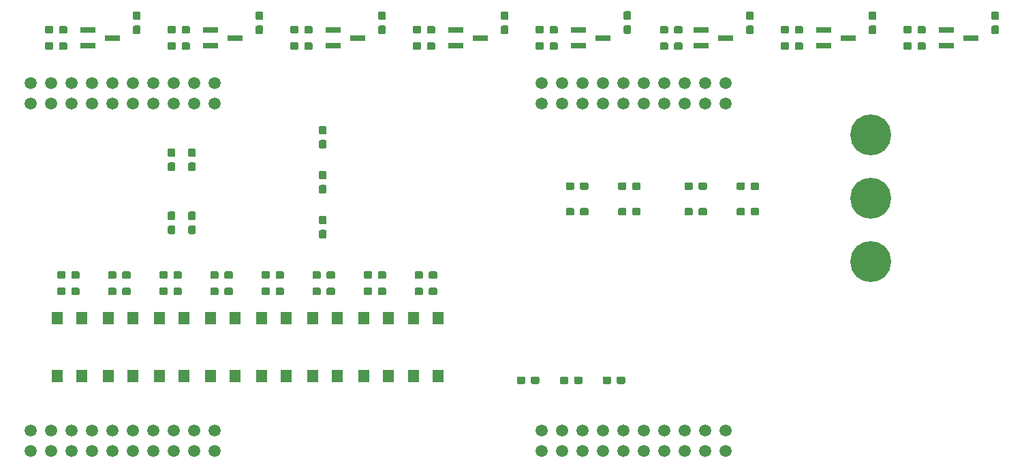
<source format=gbr>
G04 #@! TF.GenerationSoftware,KiCad,Pcbnew,(5.1.4)-1*
G04 #@! TF.CreationDate,2020-11-30T13:37:12-06:00*
G04 #@! TF.ProjectId,gimble_board,67696d62-6c65-45f6-926f-6172642e6b69,rev?*
G04 #@! TF.SameCoordinates,Original*
G04 #@! TF.FileFunction,Paste,Top*
G04 #@! TF.FilePolarity,Positive*
%FSLAX46Y46*%
G04 Gerber Fmt 4.6, Leading zero omitted, Abs format (unit mm)*
G04 Created by KiCad (PCBNEW (5.1.4)-1) date 2020-11-30 13:37:12*
%MOMM*%
%LPD*%
G04 APERTURE LIST*
%ADD10C,1.520000*%
%ADD11C,0.100000*%
%ADD12C,0.950000*%
%ADD13R,1.900000X0.800000*%
%ADD14R,1.400000X1.600000*%
%ADD15C,5.080000*%
G04 APERTURE END LIST*
D10*
X110490000Y-119380000D03*
X133350000Y-73660000D03*
X130810000Y-73660000D03*
X123190000Y-73660000D03*
X120650000Y-116840000D03*
X125730000Y-73660000D03*
X128270000Y-73660000D03*
X125730000Y-119380000D03*
X130810000Y-116840000D03*
X120650000Y-73660000D03*
X118110000Y-73660000D03*
X130810000Y-119380000D03*
X125730000Y-116840000D03*
X123190000Y-116840000D03*
X110490000Y-116840000D03*
X113030000Y-116840000D03*
X115570000Y-116840000D03*
X118110000Y-116840000D03*
X128270000Y-116840000D03*
X133350000Y-116840000D03*
X113030000Y-119380000D03*
X115570000Y-119380000D03*
X118110000Y-119380000D03*
X120650000Y-119380000D03*
X123190000Y-119380000D03*
X128270000Y-119380000D03*
X133350000Y-119380000D03*
X110490000Y-76200000D03*
X113030000Y-76200000D03*
X115570000Y-76200000D03*
X118110000Y-76200000D03*
X120650000Y-76200000D03*
X123190000Y-76200000D03*
X125730000Y-76200000D03*
X128270000Y-76200000D03*
X130810000Y-76200000D03*
X133350000Y-76200000D03*
X110490000Y-73660000D03*
X113030000Y-73660000D03*
X115570000Y-73660000D03*
X46990000Y-116840000D03*
X49530000Y-116840000D03*
X52070000Y-116840000D03*
X54610000Y-116840000D03*
X57150000Y-116840000D03*
X59690000Y-116840000D03*
X62230000Y-116840000D03*
X64770000Y-116840000D03*
X67310000Y-116840000D03*
X69850000Y-116840000D03*
X46990000Y-119380000D03*
X49530000Y-119380000D03*
X52070000Y-119380000D03*
X54610000Y-119380000D03*
X57150000Y-119380000D03*
X59690000Y-119380000D03*
X62230000Y-119380000D03*
X64770000Y-119380000D03*
X67310000Y-119380000D03*
X69850000Y-119380000D03*
X46990000Y-76200000D03*
X49530000Y-76200000D03*
X52070000Y-76200000D03*
X54610000Y-76200000D03*
X57150000Y-76200000D03*
X59690000Y-76200000D03*
X62230000Y-76200000D03*
X64770000Y-76200000D03*
X67310000Y-76200000D03*
X69850000Y-76200000D03*
X46990000Y-73660000D03*
X49530000Y-73660000D03*
X52070000Y-73660000D03*
X54610000Y-73660000D03*
X57150000Y-73660000D03*
X59690000Y-73660000D03*
X62230000Y-73660000D03*
X64770000Y-73660000D03*
X67310000Y-73660000D03*
X69850000Y-73660000D03*
D11*
G36*
X89238779Y-97062144D02*
G01*
X89261834Y-97065563D01*
X89284443Y-97071227D01*
X89306387Y-97079079D01*
X89327457Y-97089044D01*
X89347448Y-97101026D01*
X89366168Y-97114910D01*
X89383438Y-97130562D01*
X89399090Y-97147832D01*
X89412974Y-97166552D01*
X89424956Y-97186543D01*
X89434921Y-97207613D01*
X89442773Y-97229557D01*
X89448437Y-97252166D01*
X89451856Y-97275221D01*
X89453000Y-97298500D01*
X89453000Y-97773500D01*
X89451856Y-97796779D01*
X89448437Y-97819834D01*
X89442773Y-97842443D01*
X89434921Y-97864387D01*
X89424956Y-97885457D01*
X89412974Y-97905448D01*
X89399090Y-97924168D01*
X89383438Y-97941438D01*
X89366168Y-97957090D01*
X89347448Y-97970974D01*
X89327457Y-97982956D01*
X89306387Y-97992921D01*
X89284443Y-98000773D01*
X89261834Y-98006437D01*
X89238779Y-98009856D01*
X89215500Y-98011000D01*
X88640500Y-98011000D01*
X88617221Y-98009856D01*
X88594166Y-98006437D01*
X88571557Y-98000773D01*
X88549613Y-97992921D01*
X88528543Y-97982956D01*
X88508552Y-97970974D01*
X88489832Y-97957090D01*
X88472562Y-97941438D01*
X88456910Y-97924168D01*
X88443026Y-97905448D01*
X88431044Y-97885457D01*
X88421079Y-97864387D01*
X88413227Y-97842443D01*
X88407563Y-97819834D01*
X88404144Y-97796779D01*
X88403000Y-97773500D01*
X88403000Y-97298500D01*
X88404144Y-97275221D01*
X88407563Y-97252166D01*
X88413227Y-97229557D01*
X88421079Y-97207613D01*
X88431044Y-97186543D01*
X88443026Y-97166552D01*
X88456910Y-97147832D01*
X88472562Y-97130562D01*
X88489832Y-97114910D01*
X88508552Y-97101026D01*
X88528543Y-97089044D01*
X88549613Y-97079079D01*
X88571557Y-97071227D01*
X88594166Y-97065563D01*
X88617221Y-97062144D01*
X88640500Y-97061000D01*
X89215500Y-97061000D01*
X89238779Y-97062144D01*
X89238779Y-97062144D01*
G37*
D12*
X88928000Y-97536000D03*
D11*
G36*
X90988779Y-97062144D02*
G01*
X91011834Y-97065563D01*
X91034443Y-97071227D01*
X91056387Y-97079079D01*
X91077457Y-97089044D01*
X91097448Y-97101026D01*
X91116168Y-97114910D01*
X91133438Y-97130562D01*
X91149090Y-97147832D01*
X91162974Y-97166552D01*
X91174956Y-97186543D01*
X91184921Y-97207613D01*
X91192773Y-97229557D01*
X91198437Y-97252166D01*
X91201856Y-97275221D01*
X91203000Y-97298500D01*
X91203000Y-97773500D01*
X91201856Y-97796779D01*
X91198437Y-97819834D01*
X91192773Y-97842443D01*
X91184921Y-97864387D01*
X91174956Y-97885457D01*
X91162974Y-97905448D01*
X91149090Y-97924168D01*
X91133438Y-97941438D01*
X91116168Y-97957090D01*
X91097448Y-97970974D01*
X91077457Y-97982956D01*
X91056387Y-97992921D01*
X91034443Y-98000773D01*
X91011834Y-98006437D01*
X90988779Y-98009856D01*
X90965500Y-98011000D01*
X90390500Y-98011000D01*
X90367221Y-98009856D01*
X90344166Y-98006437D01*
X90321557Y-98000773D01*
X90299613Y-97992921D01*
X90278543Y-97982956D01*
X90258552Y-97970974D01*
X90239832Y-97957090D01*
X90222562Y-97941438D01*
X90206910Y-97924168D01*
X90193026Y-97905448D01*
X90181044Y-97885457D01*
X90171079Y-97864387D01*
X90163227Y-97842443D01*
X90157563Y-97819834D01*
X90154144Y-97796779D01*
X90153000Y-97773500D01*
X90153000Y-97298500D01*
X90154144Y-97275221D01*
X90157563Y-97252166D01*
X90163227Y-97229557D01*
X90171079Y-97207613D01*
X90181044Y-97186543D01*
X90193026Y-97166552D01*
X90206910Y-97147832D01*
X90222562Y-97130562D01*
X90239832Y-97114910D01*
X90258552Y-97101026D01*
X90278543Y-97089044D01*
X90299613Y-97079079D01*
X90321557Y-97071227D01*
X90344166Y-97065563D01*
X90367221Y-97062144D01*
X90390500Y-97061000D01*
X90965500Y-97061000D01*
X90988779Y-97062144D01*
X90988779Y-97062144D01*
G37*
D12*
X90678000Y-97536000D03*
D11*
G36*
X108260779Y-110143144D02*
G01*
X108283834Y-110146563D01*
X108306443Y-110152227D01*
X108328387Y-110160079D01*
X108349457Y-110170044D01*
X108369448Y-110182026D01*
X108388168Y-110195910D01*
X108405438Y-110211562D01*
X108421090Y-110228832D01*
X108434974Y-110247552D01*
X108446956Y-110267543D01*
X108456921Y-110288613D01*
X108464773Y-110310557D01*
X108470437Y-110333166D01*
X108473856Y-110356221D01*
X108475000Y-110379500D01*
X108475000Y-110854500D01*
X108473856Y-110877779D01*
X108470437Y-110900834D01*
X108464773Y-110923443D01*
X108456921Y-110945387D01*
X108446956Y-110966457D01*
X108434974Y-110986448D01*
X108421090Y-111005168D01*
X108405438Y-111022438D01*
X108388168Y-111038090D01*
X108369448Y-111051974D01*
X108349457Y-111063956D01*
X108328387Y-111073921D01*
X108306443Y-111081773D01*
X108283834Y-111087437D01*
X108260779Y-111090856D01*
X108237500Y-111092000D01*
X107662500Y-111092000D01*
X107639221Y-111090856D01*
X107616166Y-111087437D01*
X107593557Y-111081773D01*
X107571613Y-111073921D01*
X107550543Y-111063956D01*
X107530552Y-111051974D01*
X107511832Y-111038090D01*
X107494562Y-111022438D01*
X107478910Y-111005168D01*
X107465026Y-110986448D01*
X107453044Y-110966457D01*
X107443079Y-110945387D01*
X107435227Y-110923443D01*
X107429563Y-110900834D01*
X107426144Y-110877779D01*
X107425000Y-110854500D01*
X107425000Y-110379500D01*
X107426144Y-110356221D01*
X107429563Y-110333166D01*
X107435227Y-110310557D01*
X107443079Y-110288613D01*
X107453044Y-110267543D01*
X107465026Y-110247552D01*
X107478910Y-110228832D01*
X107494562Y-110211562D01*
X107511832Y-110195910D01*
X107530552Y-110182026D01*
X107550543Y-110170044D01*
X107571613Y-110160079D01*
X107593557Y-110152227D01*
X107616166Y-110146563D01*
X107639221Y-110143144D01*
X107662500Y-110142000D01*
X108237500Y-110142000D01*
X108260779Y-110143144D01*
X108260779Y-110143144D01*
G37*
D12*
X107950000Y-110617000D03*
D11*
G36*
X110010779Y-110143144D02*
G01*
X110033834Y-110146563D01*
X110056443Y-110152227D01*
X110078387Y-110160079D01*
X110099457Y-110170044D01*
X110119448Y-110182026D01*
X110138168Y-110195910D01*
X110155438Y-110211562D01*
X110171090Y-110228832D01*
X110184974Y-110247552D01*
X110196956Y-110267543D01*
X110206921Y-110288613D01*
X110214773Y-110310557D01*
X110220437Y-110333166D01*
X110223856Y-110356221D01*
X110225000Y-110379500D01*
X110225000Y-110854500D01*
X110223856Y-110877779D01*
X110220437Y-110900834D01*
X110214773Y-110923443D01*
X110206921Y-110945387D01*
X110196956Y-110966457D01*
X110184974Y-110986448D01*
X110171090Y-111005168D01*
X110155438Y-111022438D01*
X110138168Y-111038090D01*
X110119448Y-111051974D01*
X110099457Y-111063956D01*
X110078387Y-111073921D01*
X110056443Y-111081773D01*
X110033834Y-111087437D01*
X110010779Y-111090856D01*
X109987500Y-111092000D01*
X109412500Y-111092000D01*
X109389221Y-111090856D01*
X109366166Y-111087437D01*
X109343557Y-111081773D01*
X109321613Y-111073921D01*
X109300543Y-111063956D01*
X109280552Y-111051974D01*
X109261832Y-111038090D01*
X109244562Y-111022438D01*
X109228910Y-111005168D01*
X109215026Y-110986448D01*
X109203044Y-110966457D01*
X109193079Y-110945387D01*
X109185227Y-110923443D01*
X109179563Y-110900834D01*
X109176144Y-110877779D01*
X109175000Y-110854500D01*
X109175000Y-110379500D01*
X109176144Y-110356221D01*
X109179563Y-110333166D01*
X109185227Y-110310557D01*
X109193079Y-110288613D01*
X109203044Y-110267543D01*
X109215026Y-110247552D01*
X109228910Y-110228832D01*
X109244562Y-110211562D01*
X109261832Y-110195910D01*
X109280552Y-110182026D01*
X109300543Y-110170044D01*
X109321613Y-110160079D01*
X109343557Y-110152227D01*
X109366166Y-110146563D01*
X109389221Y-110143144D01*
X109412500Y-110142000D01*
X109987500Y-110142000D01*
X110010779Y-110143144D01*
X110010779Y-110143144D01*
G37*
D12*
X109700000Y-110617000D03*
D11*
G36*
X83572779Y-86344144D02*
G01*
X83595834Y-86347563D01*
X83618443Y-86353227D01*
X83640387Y-86361079D01*
X83661457Y-86371044D01*
X83681448Y-86383026D01*
X83700168Y-86396910D01*
X83717438Y-86412562D01*
X83733090Y-86429832D01*
X83746974Y-86448552D01*
X83758956Y-86468543D01*
X83768921Y-86489613D01*
X83776773Y-86511557D01*
X83782437Y-86534166D01*
X83785856Y-86557221D01*
X83787000Y-86580500D01*
X83787000Y-87155500D01*
X83785856Y-87178779D01*
X83782437Y-87201834D01*
X83776773Y-87224443D01*
X83768921Y-87246387D01*
X83758956Y-87267457D01*
X83746974Y-87287448D01*
X83733090Y-87306168D01*
X83717438Y-87323438D01*
X83700168Y-87339090D01*
X83681448Y-87352974D01*
X83661457Y-87364956D01*
X83640387Y-87374921D01*
X83618443Y-87382773D01*
X83595834Y-87388437D01*
X83572779Y-87391856D01*
X83549500Y-87393000D01*
X83074500Y-87393000D01*
X83051221Y-87391856D01*
X83028166Y-87388437D01*
X83005557Y-87382773D01*
X82983613Y-87374921D01*
X82962543Y-87364956D01*
X82942552Y-87352974D01*
X82923832Y-87339090D01*
X82906562Y-87323438D01*
X82890910Y-87306168D01*
X82877026Y-87287448D01*
X82865044Y-87267457D01*
X82855079Y-87246387D01*
X82847227Y-87224443D01*
X82841563Y-87201834D01*
X82838144Y-87178779D01*
X82837000Y-87155500D01*
X82837000Y-86580500D01*
X82838144Y-86557221D01*
X82841563Y-86534166D01*
X82847227Y-86511557D01*
X82855079Y-86489613D01*
X82865044Y-86468543D01*
X82877026Y-86448552D01*
X82890910Y-86429832D01*
X82906562Y-86412562D01*
X82923832Y-86396910D01*
X82942552Y-86383026D01*
X82962543Y-86371044D01*
X82983613Y-86361079D01*
X83005557Y-86353227D01*
X83028166Y-86347563D01*
X83051221Y-86344144D01*
X83074500Y-86343000D01*
X83549500Y-86343000D01*
X83572779Y-86344144D01*
X83572779Y-86344144D01*
G37*
D12*
X83312000Y-86868000D03*
D11*
G36*
X83572779Y-84594144D02*
G01*
X83595834Y-84597563D01*
X83618443Y-84603227D01*
X83640387Y-84611079D01*
X83661457Y-84621044D01*
X83681448Y-84633026D01*
X83700168Y-84646910D01*
X83717438Y-84662562D01*
X83733090Y-84679832D01*
X83746974Y-84698552D01*
X83758956Y-84718543D01*
X83768921Y-84739613D01*
X83776773Y-84761557D01*
X83782437Y-84784166D01*
X83785856Y-84807221D01*
X83787000Y-84830500D01*
X83787000Y-85405500D01*
X83785856Y-85428779D01*
X83782437Y-85451834D01*
X83776773Y-85474443D01*
X83768921Y-85496387D01*
X83758956Y-85517457D01*
X83746974Y-85537448D01*
X83733090Y-85556168D01*
X83717438Y-85573438D01*
X83700168Y-85589090D01*
X83681448Y-85602974D01*
X83661457Y-85614956D01*
X83640387Y-85624921D01*
X83618443Y-85632773D01*
X83595834Y-85638437D01*
X83572779Y-85641856D01*
X83549500Y-85643000D01*
X83074500Y-85643000D01*
X83051221Y-85641856D01*
X83028166Y-85638437D01*
X83005557Y-85632773D01*
X82983613Y-85624921D01*
X82962543Y-85614956D01*
X82942552Y-85602974D01*
X82923832Y-85589090D01*
X82906562Y-85573438D01*
X82890910Y-85556168D01*
X82877026Y-85537448D01*
X82865044Y-85517457D01*
X82855079Y-85496387D01*
X82847227Y-85474443D01*
X82841563Y-85451834D01*
X82838144Y-85428779D01*
X82837000Y-85405500D01*
X82837000Y-84830500D01*
X82838144Y-84807221D01*
X82841563Y-84784166D01*
X82847227Y-84761557D01*
X82855079Y-84739613D01*
X82865044Y-84718543D01*
X82877026Y-84698552D01*
X82890910Y-84679832D01*
X82906562Y-84662562D01*
X82923832Y-84646910D01*
X82942552Y-84633026D01*
X82962543Y-84621044D01*
X82983613Y-84611079D01*
X83005557Y-84603227D01*
X83028166Y-84597563D01*
X83051221Y-84594144D01*
X83074500Y-84593000D01*
X83549500Y-84593000D01*
X83572779Y-84594144D01*
X83572779Y-84594144D01*
G37*
D12*
X83312000Y-85118000D03*
D11*
G36*
X51138779Y-97062144D02*
G01*
X51161834Y-97065563D01*
X51184443Y-97071227D01*
X51206387Y-97079079D01*
X51227457Y-97089044D01*
X51247448Y-97101026D01*
X51266168Y-97114910D01*
X51283438Y-97130562D01*
X51299090Y-97147832D01*
X51312974Y-97166552D01*
X51324956Y-97186543D01*
X51334921Y-97207613D01*
X51342773Y-97229557D01*
X51348437Y-97252166D01*
X51351856Y-97275221D01*
X51353000Y-97298500D01*
X51353000Y-97773500D01*
X51351856Y-97796779D01*
X51348437Y-97819834D01*
X51342773Y-97842443D01*
X51334921Y-97864387D01*
X51324956Y-97885457D01*
X51312974Y-97905448D01*
X51299090Y-97924168D01*
X51283438Y-97941438D01*
X51266168Y-97957090D01*
X51247448Y-97970974D01*
X51227457Y-97982956D01*
X51206387Y-97992921D01*
X51184443Y-98000773D01*
X51161834Y-98006437D01*
X51138779Y-98009856D01*
X51115500Y-98011000D01*
X50540500Y-98011000D01*
X50517221Y-98009856D01*
X50494166Y-98006437D01*
X50471557Y-98000773D01*
X50449613Y-97992921D01*
X50428543Y-97982956D01*
X50408552Y-97970974D01*
X50389832Y-97957090D01*
X50372562Y-97941438D01*
X50356910Y-97924168D01*
X50343026Y-97905448D01*
X50331044Y-97885457D01*
X50321079Y-97864387D01*
X50313227Y-97842443D01*
X50307563Y-97819834D01*
X50304144Y-97796779D01*
X50303000Y-97773500D01*
X50303000Y-97298500D01*
X50304144Y-97275221D01*
X50307563Y-97252166D01*
X50313227Y-97229557D01*
X50321079Y-97207613D01*
X50331044Y-97186543D01*
X50343026Y-97166552D01*
X50356910Y-97147832D01*
X50372562Y-97130562D01*
X50389832Y-97114910D01*
X50408552Y-97101026D01*
X50428543Y-97089044D01*
X50449613Y-97079079D01*
X50471557Y-97071227D01*
X50494166Y-97065563D01*
X50517221Y-97062144D01*
X50540500Y-97061000D01*
X51115500Y-97061000D01*
X51138779Y-97062144D01*
X51138779Y-97062144D01*
G37*
D12*
X50828000Y-97536000D03*
D11*
G36*
X52888779Y-97062144D02*
G01*
X52911834Y-97065563D01*
X52934443Y-97071227D01*
X52956387Y-97079079D01*
X52977457Y-97089044D01*
X52997448Y-97101026D01*
X53016168Y-97114910D01*
X53033438Y-97130562D01*
X53049090Y-97147832D01*
X53062974Y-97166552D01*
X53074956Y-97186543D01*
X53084921Y-97207613D01*
X53092773Y-97229557D01*
X53098437Y-97252166D01*
X53101856Y-97275221D01*
X53103000Y-97298500D01*
X53103000Y-97773500D01*
X53101856Y-97796779D01*
X53098437Y-97819834D01*
X53092773Y-97842443D01*
X53084921Y-97864387D01*
X53074956Y-97885457D01*
X53062974Y-97905448D01*
X53049090Y-97924168D01*
X53033438Y-97941438D01*
X53016168Y-97957090D01*
X52997448Y-97970974D01*
X52977457Y-97982956D01*
X52956387Y-97992921D01*
X52934443Y-98000773D01*
X52911834Y-98006437D01*
X52888779Y-98009856D01*
X52865500Y-98011000D01*
X52290500Y-98011000D01*
X52267221Y-98009856D01*
X52244166Y-98006437D01*
X52221557Y-98000773D01*
X52199613Y-97992921D01*
X52178543Y-97982956D01*
X52158552Y-97970974D01*
X52139832Y-97957090D01*
X52122562Y-97941438D01*
X52106910Y-97924168D01*
X52093026Y-97905448D01*
X52081044Y-97885457D01*
X52071079Y-97864387D01*
X52063227Y-97842443D01*
X52057563Y-97819834D01*
X52054144Y-97796779D01*
X52053000Y-97773500D01*
X52053000Y-97298500D01*
X52054144Y-97275221D01*
X52057563Y-97252166D01*
X52063227Y-97229557D01*
X52071079Y-97207613D01*
X52081044Y-97186543D01*
X52093026Y-97166552D01*
X52106910Y-97147832D01*
X52122562Y-97130562D01*
X52139832Y-97114910D01*
X52158552Y-97101026D01*
X52178543Y-97089044D01*
X52199613Y-97079079D01*
X52221557Y-97071227D01*
X52244166Y-97065563D01*
X52267221Y-97062144D01*
X52290500Y-97061000D01*
X52865500Y-97061000D01*
X52888779Y-97062144D01*
X52888779Y-97062144D01*
G37*
D12*
X52578000Y-97536000D03*
D11*
G36*
X59210779Y-97062144D02*
G01*
X59233834Y-97065563D01*
X59256443Y-97071227D01*
X59278387Y-97079079D01*
X59299457Y-97089044D01*
X59319448Y-97101026D01*
X59338168Y-97114910D01*
X59355438Y-97130562D01*
X59371090Y-97147832D01*
X59384974Y-97166552D01*
X59396956Y-97186543D01*
X59406921Y-97207613D01*
X59414773Y-97229557D01*
X59420437Y-97252166D01*
X59423856Y-97275221D01*
X59425000Y-97298500D01*
X59425000Y-97773500D01*
X59423856Y-97796779D01*
X59420437Y-97819834D01*
X59414773Y-97842443D01*
X59406921Y-97864387D01*
X59396956Y-97885457D01*
X59384974Y-97905448D01*
X59371090Y-97924168D01*
X59355438Y-97941438D01*
X59338168Y-97957090D01*
X59319448Y-97970974D01*
X59299457Y-97982956D01*
X59278387Y-97992921D01*
X59256443Y-98000773D01*
X59233834Y-98006437D01*
X59210779Y-98009856D01*
X59187500Y-98011000D01*
X58612500Y-98011000D01*
X58589221Y-98009856D01*
X58566166Y-98006437D01*
X58543557Y-98000773D01*
X58521613Y-97992921D01*
X58500543Y-97982956D01*
X58480552Y-97970974D01*
X58461832Y-97957090D01*
X58444562Y-97941438D01*
X58428910Y-97924168D01*
X58415026Y-97905448D01*
X58403044Y-97885457D01*
X58393079Y-97864387D01*
X58385227Y-97842443D01*
X58379563Y-97819834D01*
X58376144Y-97796779D01*
X58375000Y-97773500D01*
X58375000Y-97298500D01*
X58376144Y-97275221D01*
X58379563Y-97252166D01*
X58385227Y-97229557D01*
X58393079Y-97207613D01*
X58403044Y-97186543D01*
X58415026Y-97166552D01*
X58428910Y-97147832D01*
X58444562Y-97130562D01*
X58461832Y-97114910D01*
X58480552Y-97101026D01*
X58500543Y-97089044D01*
X58521613Y-97079079D01*
X58543557Y-97071227D01*
X58566166Y-97065563D01*
X58589221Y-97062144D01*
X58612500Y-97061000D01*
X59187500Y-97061000D01*
X59210779Y-97062144D01*
X59210779Y-97062144D01*
G37*
D12*
X58900000Y-97536000D03*
D11*
G36*
X57460779Y-97062144D02*
G01*
X57483834Y-97065563D01*
X57506443Y-97071227D01*
X57528387Y-97079079D01*
X57549457Y-97089044D01*
X57569448Y-97101026D01*
X57588168Y-97114910D01*
X57605438Y-97130562D01*
X57621090Y-97147832D01*
X57634974Y-97166552D01*
X57646956Y-97186543D01*
X57656921Y-97207613D01*
X57664773Y-97229557D01*
X57670437Y-97252166D01*
X57673856Y-97275221D01*
X57675000Y-97298500D01*
X57675000Y-97773500D01*
X57673856Y-97796779D01*
X57670437Y-97819834D01*
X57664773Y-97842443D01*
X57656921Y-97864387D01*
X57646956Y-97885457D01*
X57634974Y-97905448D01*
X57621090Y-97924168D01*
X57605438Y-97941438D01*
X57588168Y-97957090D01*
X57569448Y-97970974D01*
X57549457Y-97982956D01*
X57528387Y-97992921D01*
X57506443Y-98000773D01*
X57483834Y-98006437D01*
X57460779Y-98009856D01*
X57437500Y-98011000D01*
X56862500Y-98011000D01*
X56839221Y-98009856D01*
X56816166Y-98006437D01*
X56793557Y-98000773D01*
X56771613Y-97992921D01*
X56750543Y-97982956D01*
X56730552Y-97970974D01*
X56711832Y-97957090D01*
X56694562Y-97941438D01*
X56678910Y-97924168D01*
X56665026Y-97905448D01*
X56653044Y-97885457D01*
X56643079Y-97864387D01*
X56635227Y-97842443D01*
X56629563Y-97819834D01*
X56626144Y-97796779D01*
X56625000Y-97773500D01*
X56625000Y-97298500D01*
X56626144Y-97275221D01*
X56629563Y-97252166D01*
X56635227Y-97229557D01*
X56643079Y-97207613D01*
X56653044Y-97186543D01*
X56665026Y-97166552D01*
X56678910Y-97147832D01*
X56694562Y-97130562D01*
X56711832Y-97114910D01*
X56730552Y-97101026D01*
X56750543Y-97089044D01*
X56771613Y-97079079D01*
X56793557Y-97071227D01*
X56816166Y-97065563D01*
X56839221Y-97062144D01*
X56862500Y-97061000D01*
X57437500Y-97061000D01*
X57460779Y-97062144D01*
X57460779Y-97062144D01*
G37*
D12*
X57150000Y-97536000D03*
D11*
G36*
X65588779Y-97062144D02*
G01*
X65611834Y-97065563D01*
X65634443Y-97071227D01*
X65656387Y-97079079D01*
X65677457Y-97089044D01*
X65697448Y-97101026D01*
X65716168Y-97114910D01*
X65733438Y-97130562D01*
X65749090Y-97147832D01*
X65762974Y-97166552D01*
X65774956Y-97186543D01*
X65784921Y-97207613D01*
X65792773Y-97229557D01*
X65798437Y-97252166D01*
X65801856Y-97275221D01*
X65803000Y-97298500D01*
X65803000Y-97773500D01*
X65801856Y-97796779D01*
X65798437Y-97819834D01*
X65792773Y-97842443D01*
X65784921Y-97864387D01*
X65774956Y-97885457D01*
X65762974Y-97905448D01*
X65749090Y-97924168D01*
X65733438Y-97941438D01*
X65716168Y-97957090D01*
X65697448Y-97970974D01*
X65677457Y-97982956D01*
X65656387Y-97992921D01*
X65634443Y-98000773D01*
X65611834Y-98006437D01*
X65588779Y-98009856D01*
X65565500Y-98011000D01*
X64990500Y-98011000D01*
X64967221Y-98009856D01*
X64944166Y-98006437D01*
X64921557Y-98000773D01*
X64899613Y-97992921D01*
X64878543Y-97982956D01*
X64858552Y-97970974D01*
X64839832Y-97957090D01*
X64822562Y-97941438D01*
X64806910Y-97924168D01*
X64793026Y-97905448D01*
X64781044Y-97885457D01*
X64771079Y-97864387D01*
X64763227Y-97842443D01*
X64757563Y-97819834D01*
X64754144Y-97796779D01*
X64753000Y-97773500D01*
X64753000Y-97298500D01*
X64754144Y-97275221D01*
X64757563Y-97252166D01*
X64763227Y-97229557D01*
X64771079Y-97207613D01*
X64781044Y-97186543D01*
X64793026Y-97166552D01*
X64806910Y-97147832D01*
X64822562Y-97130562D01*
X64839832Y-97114910D01*
X64858552Y-97101026D01*
X64878543Y-97089044D01*
X64899613Y-97079079D01*
X64921557Y-97071227D01*
X64944166Y-97065563D01*
X64967221Y-97062144D01*
X64990500Y-97061000D01*
X65565500Y-97061000D01*
X65588779Y-97062144D01*
X65588779Y-97062144D01*
G37*
D12*
X65278000Y-97536000D03*
D11*
G36*
X63838779Y-97062144D02*
G01*
X63861834Y-97065563D01*
X63884443Y-97071227D01*
X63906387Y-97079079D01*
X63927457Y-97089044D01*
X63947448Y-97101026D01*
X63966168Y-97114910D01*
X63983438Y-97130562D01*
X63999090Y-97147832D01*
X64012974Y-97166552D01*
X64024956Y-97186543D01*
X64034921Y-97207613D01*
X64042773Y-97229557D01*
X64048437Y-97252166D01*
X64051856Y-97275221D01*
X64053000Y-97298500D01*
X64053000Y-97773500D01*
X64051856Y-97796779D01*
X64048437Y-97819834D01*
X64042773Y-97842443D01*
X64034921Y-97864387D01*
X64024956Y-97885457D01*
X64012974Y-97905448D01*
X63999090Y-97924168D01*
X63983438Y-97941438D01*
X63966168Y-97957090D01*
X63947448Y-97970974D01*
X63927457Y-97982956D01*
X63906387Y-97992921D01*
X63884443Y-98000773D01*
X63861834Y-98006437D01*
X63838779Y-98009856D01*
X63815500Y-98011000D01*
X63240500Y-98011000D01*
X63217221Y-98009856D01*
X63194166Y-98006437D01*
X63171557Y-98000773D01*
X63149613Y-97992921D01*
X63128543Y-97982956D01*
X63108552Y-97970974D01*
X63089832Y-97957090D01*
X63072562Y-97941438D01*
X63056910Y-97924168D01*
X63043026Y-97905448D01*
X63031044Y-97885457D01*
X63021079Y-97864387D01*
X63013227Y-97842443D01*
X63007563Y-97819834D01*
X63004144Y-97796779D01*
X63003000Y-97773500D01*
X63003000Y-97298500D01*
X63004144Y-97275221D01*
X63007563Y-97252166D01*
X63013227Y-97229557D01*
X63021079Y-97207613D01*
X63031044Y-97186543D01*
X63043026Y-97166552D01*
X63056910Y-97147832D01*
X63072562Y-97130562D01*
X63089832Y-97114910D01*
X63108552Y-97101026D01*
X63128543Y-97089044D01*
X63149613Y-97079079D01*
X63171557Y-97071227D01*
X63194166Y-97065563D01*
X63217221Y-97062144D01*
X63240500Y-97061000D01*
X63815500Y-97061000D01*
X63838779Y-97062144D01*
X63838779Y-97062144D01*
G37*
D12*
X63528000Y-97536000D03*
D11*
G36*
X70160779Y-97062144D02*
G01*
X70183834Y-97065563D01*
X70206443Y-97071227D01*
X70228387Y-97079079D01*
X70249457Y-97089044D01*
X70269448Y-97101026D01*
X70288168Y-97114910D01*
X70305438Y-97130562D01*
X70321090Y-97147832D01*
X70334974Y-97166552D01*
X70346956Y-97186543D01*
X70356921Y-97207613D01*
X70364773Y-97229557D01*
X70370437Y-97252166D01*
X70373856Y-97275221D01*
X70375000Y-97298500D01*
X70375000Y-97773500D01*
X70373856Y-97796779D01*
X70370437Y-97819834D01*
X70364773Y-97842443D01*
X70356921Y-97864387D01*
X70346956Y-97885457D01*
X70334974Y-97905448D01*
X70321090Y-97924168D01*
X70305438Y-97941438D01*
X70288168Y-97957090D01*
X70269448Y-97970974D01*
X70249457Y-97982956D01*
X70228387Y-97992921D01*
X70206443Y-98000773D01*
X70183834Y-98006437D01*
X70160779Y-98009856D01*
X70137500Y-98011000D01*
X69562500Y-98011000D01*
X69539221Y-98009856D01*
X69516166Y-98006437D01*
X69493557Y-98000773D01*
X69471613Y-97992921D01*
X69450543Y-97982956D01*
X69430552Y-97970974D01*
X69411832Y-97957090D01*
X69394562Y-97941438D01*
X69378910Y-97924168D01*
X69365026Y-97905448D01*
X69353044Y-97885457D01*
X69343079Y-97864387D01*
X69335227Y-97842443D01*
X69329563Y-97819834D01*
X69326144Y-97796779D01*
X69325000Y-97773500D01*
X69325000Y-97298500D01*
X69326144Y-97275221D01*
X69329563Y-97252166D01*
X69335227Y-97229557D01*
X69343079Y-97207613D01*
X69353044Y-97186543D01*
X69365026Y-97166552D01*
X69378910Y-97147832D01*
X69394562Y-97130562D01*
X69411832Y-97114910D01*
X69430552Y-97101026D01*
X69450543Y-97089044D01*
X69471613Y-97079079D01*
X69493557Y-97071227D01*
X69516166Y-97065563D01*
X69539221Y-97062144D01*
X69562500Y-97061000D01*
X70137500Y-97061000D01*
X70160779Y-97062144D01*
X70160779Y-97062144D01*
G37*
D12*
X69850000Y-97536000D03*
D11*
G36*
X71910779Y-97062144D02*
G01*
X71933834Y-97065563D01*
X71956443Y-97071227D01*
X71978387Y-97079079D01*
X71999457Y-97089044D01*
X72019448Y-97101026D01*
X72038168Y-97114910D01*
X72055438Y-97130562D01*
X72071090Y-97147832D01*
X72084974Y-97166552D01*
X72096956Y-97186543D01*
X72106921Y-97207613D01*
X72114773Y-97229557D01*
X72120437Y-97252166D01*
X72123856Y-97275221D01*
X72125000Y-97298500D01*
X72125000Y-97773500D01*
X72123856Y-97796779D01*
X72120437Y-97819834D01*
X72114773Y-97842443D01*
X72106921Y-97864387D01*
X72096956Y-97885457D01*
X72084974Y-97905448D01*
X72071090Y-97924168D01*
X72055438Y-97941438D01*
X72038168Y-97957090D01*
X72019448Y-97970974D01*
X71999457Y-97982956D01*
X71978387Y-97992921D01*
X71956443Y-98000773D01*
X71933834Y-98006437D01*
X71910779Y-98009856D01*
X71887500Y-98011000D01*
X71312500Y-98011000D01*
X71289221Y-98009856D01*
X71266166Y-98006437D01*
X71243557Y-98000773D01*
X71221613Y-97992921D01*
X71200543Y-97982956D01*
X71180552Y-97970974D01*
X71161832Y-97957090D01*
X71144562Y-97941438D01*
X71128910Y-97924168D01*
X71115026Y-97905448D01*
X71103044Y-97885457D01*
X71093079Y-97864387D01*
X71085227Y-97842443D01*
X71079563Y-97819834D01*
X71076144Y-97796779D01*
X71075000Y-97773500D01*
X71075000Y-97298500D01*
X71076144Y-97275221D01*
X71079563Y-97252166D01*
X71085227Y-97229557D01*
X71093079Y-97207613D01*
X71103044Y-97186543D01*
X71115026Y-97166552D01*
X71128910Y-97147832D01*
X71144562Y-97130562D01*
X71161832Y-97114910D01*
X71180552Y-97101026D01*
X71200543Y-97089044D01*
X71221613Y-97079079D01*
X71243557Y-97071227D01*
X71266166Y-97065563D01*
X71289221Y-97062144D01*
X71312500Y-97061000D01*
X71887500Y-97061000D01*
X71910779Y-97062144D01*
X71910779Y-97062144D01*
G37*
D12*
X71600000Y-97536000D03*
D11*
G36*
X78288779Y-97062144D02*
G01*
X78311834Y-97065563D01*
X78334443Y-97071227D01*
X78356387Y-97079079D01*
X78377457Y-97089044D01*
X78397448Y-97101026D01*
X78416168Y-97114910D01*
X78433438Y-97130562D01*
X78449090Y-97147832D01*
X78462974Y-97166552D01*
X78474956Y-97186543D01*
X78484921Y-97207613D01*
X78492773Y-97229557D01*
X78498437Y-97252166D01*
X78501856Y-97275221D01*
X78503000Y-97298500D01*
X78503000Y-97773500D01*
X78501856Y-97796779D01*
X78498437Y-97819834D01*
X78492773Y-97842443D01*
X78484921Y-97864387D01*
X78474956Y-97885457D01*
X78462974Y-97905448D01*
X78449090Y-97924168D01*
X78433438Y-97941438D01*
X78416168Y-97957090D01*
X78397448Y-97970974D01*
X78377457Y-97982956D01*
X78356387Y-97992921D01*
X78334443Y-98000773D01*
X78311834Y-98006437D01*
X78288779Y-98009856D01*
X78265500Y-98011000D01*
X77690500Y-98011000D01*
X77667221Y-98009856D01*
X77644166Y-98006437D01*
X77621557Y-98000773D01*
X77599613Y-97992921D01*
X77578543Y-97982956D01*
X77558552Y-97970974D01*
X77539832Y-97957090D01*
X77522562Y-97941438D01*
X77506910Y-97924168D01*
X77493026Y-97905448D01*
X77481044Y-97885457D01*
X77471079Y-97864387D01*
X77463227Y-97842443D01*
X77457563Y-97819834D01*
X77454144Y-97796779D01*
X77453000Y-97773500D01*
X77453000Y-97298500D01*
X77454144Y-97275221D01*
X77457563Y-97252166D01*
X77463227Y-97229557D01*
X77471079Y-97207613D01*
X77481044Y-97186543D01*
X77493026Y-97166552D01*
X77506910Y-97147832D01*
X77522562Y-97130562D01*
X77539832Y-97114910D01*
X77558552Y-97101026D01*
X77578543Y-97089044D01*
X77599613Y-97079079D01*
X77621557Y-97071227D01*
X77644166Y-97065563D01*
X77667221Y-97062144D01*
X77690500Y-97061000D01*
X78265500Y-97061000D01*
X78288779Y-97062144D01*
X78288779Y-97062144D01*
G37*
D12*
X77978000Y-97536000D03*
D11*
G36*
X76538779Y-97062144D02*
G01*
X76561834Y-97065563D01*
X76584443Y-97071227D01*
X76606387Y-97079079D01*
X76627457Y-97089044D01*
X76647448Y-97101026D01*
X76666168Y-97114910D01*
X76683438Y-97130562D01*
X76699090Y-97147832D01*
X76712974Y-97166552D01*
X76724956Y-97186543D01*
X76734921Y-97207613D01*
X76742773Y-97229557D01*
X76748437Y-97252166D01*
X76751856Y-97275221D01*
X76753000Y-97298500D01*
X76753000Y-97773500D01*
X76751856Y-97796779D01*
X76748437Y-97819834D01*
X76742773Y-97842443D01*
X76734921Y-97864387D01*
X76724956Y-97885457D01*
X76712974Y-97905448D01*
X76699090Y-97924168D01*
X76683438Y-97941438D01*
X76666168Y-97957090D01*
X76647448Y-97970974D01*
X76627457Y-97982956D01*
X76606387Y-97992921D01*
X76584443Y-98000773D01*
X76561834Y-98006437D01*
X76538779Y-98009856D01*
X76515500Y-98011000D01*
X75940500Y-98011000D01*
X75917221Y-98009856D01*
X75894166Y-98006437D01*
X75871557Y-98000773D01*
X75849613Y-97992921D01*
X75828543Y-97982956D01*
X75808552Y-97970974D01*
X75789832Y-97957090D01*
X75772562Y-97941438D01*
X75756910Y-97924168D01*
X75743026Y-97905448D01*
X75731044Y-97885457D01*
X75721079Y-97864387D01*
X75713227Y-97842443D01*
X75707563Y-97819834D01*
X75704144Y-97796779D01*
X75703000Y-97773500D01*
X75703000Y-97298500D01*
X75704144Y-97275221D01*
X75707563Y-97252166D01*
X75713227Y-97229557D01*
X75721079Y-97207613D01*
X75731044Y-97186543D01*
X75743026Y-97166552D01*
X75756910Y-97147832D01*
X75772562Y-97130562D01*
X75789832Y-97114910D01*
X75808552Y-97101026D01*
X75828543Y-97089044D01*
X75849613Y-97079079D01*
X75871557Y-97071227D01*
X75894166Y-97065563D01*
X75917221Y-97062144D01*
X75940500Y-97061000D01*
X76515500Y-97061000D01*
X76538779Y-97062144D01*
X76538779Y-97062144D01*
G37*
D12*
X76228000Y-97536000D03*
D11*
G36*
X82860779Y-97062144D02*
G01*
X82883834Y-97065563D01*
X82906443Y-97071227D01*
X82928387Y-97079079D01*
X82949457Y-97089044D01*
X82969448Y-97101026D01*
X82988168Y-97114910D01*
X83005438Y-97130562D01*
X83021090Y-97147832D01*
X83034974Y-97166552D01*
X83046956Y-97186543D01*
X83056921Y-97207613D01*
X83064773Y-97229557D01*
X83070437Y-97252166D01*
X83073856Y-97275221D01*
X83075000Y-97298500D01*
X83075000Y-97773500D01*
X83073856Y-97796779D01*
X83070437Y-97819834D01*
X83064773Y-97842443D01*
X83056921Y-97864387D01*
X83046956Y-97885457D01*
X83034974Y-97905448D01*
X83021090Y-97924168D01*
X83005438Y-97941438D01*
X82988168Y-97957090D01*
X82969448Y-97970974D01*
X82949457Y-97982956D01*
X82928387Y-97992921D01*
X82906443Y-98000773D01*
X82883834Y-98006437D01*
X82860779Y-98009856D01*
X82837500Y-98011000D01*
X82262500Y-98011000D01*
X82239221Y-98009856D01*
X82216166Y-98006437D01*
X82193557Y-98000773D01*
X82171613Y-97992921D01*
X82150543Y-97982956D01*
X82130552Y-97970974D01*
X82111832Y-97957090D01*
X82094562Y-97941438D01*
X82078910Y-97924168D01*
X82065026Y-97905448D01*
X82053044Y-97885457D01*
X82043079Y-97864387D01*
X82035227Y-97842443D01*
X82029563Y-97819834D01*
X82026144Y-97796779D01*
X82025000Y-97773500D01*
X82025000Y-97298500D01*
X82026144Y-97275221D01*
X82029563Y-97252166D01*
X82035227Y-97229557D01*
X82043079Y-97207613D01*
X82053044Y-97186543D01*
X82065026Y-97166552D01*
X82078910Y-97147832D01*
X82094562Y-97130562D01*
X82111832Y-97114910D01*
X82130552Y-97101026D01*
X82150543Y-97089044D01*
X82171613Y-97079079D01*
X82193557Y-97071227D01*
X82216166Y-97065563D01*
X82239221Y-97062144D01*
X82262500Y-97061000D01*
X82837500Y-97061000D01*
X82860779Y-97062144D01*
X82860779Y-97062144D01*
G37*
D12*
X82550000Y-97536000D03*
D11*
G36*
X84610779Y-97062144D02*
G01*
X84633834Y-97065563D01*
X84656443Y-97071227D01*
X84678387Y-97079079D01*
X84699457Y-97089044D01*
X84719448Y-97101026D01*
X84738168Y-97114910D01*
X84755438Y-97130562D01*
X84771090Y-97147832D01*
X84784974Y-97166552D01*
X84796956Y-97186543D01*
X84806921Y-97207613D01*
X84814773Y-97229557D01*
X84820437Y-97252166D01*
X84823856Y-97275221D01*
X84825000Y-97298500D01*
X84825000Y-97773500D01*
X84823856Y-97796779D01*
X84820437Y-97819834D01*
X84814773Y-97842443D01*
X84806921Y-97864387D01*
X84796956Y-97885457D01*
X84784974Y-97905448D01*
X84771090Y-97924168D01*
X84755438Y-97941438D01*
X84738168Y-97957090D01*
X84719448Y-97970974D01*
X84699457Y-97982956D01*
X84678387Y-97992921D01*
X84656443Y-98000773D01*
X84633834Y-98006437D01*
X84610779Y-98009856D01*
X84587500Y-98011000D01*
X84012500Y-98011000D01*
X83989221Y-98009856D01*
X83966166Y-98006437D01*
X83943557Y-98000773D01*
X83921613Y-97992921D01*
X83900543Y-97982956D01*
X83880552Y-97970974D01*
X83861832Y-97957090D01*
X83844562Y-97941438D01*
X83828910Y-97924168D01*
X83815026Y-97905448D01*
X83803044Y-97885457D01*
X83793079Y-97864387D01*
X83785227Y-97842443D01*
X83779563Y-97819834D01*
X83776144Y-97796779D01*
X83775000Y-97773500D01*
X83775000Y-97298500D01*
X83776144Y-97275221D01*
X83779563Y-97252166D01*
X83785227Y-97229557D01*
X83793079Y-97207613D01*
X83803044Y-97186543D01*
X83815026Y-97166552D01*
X83828910Y-97147832D01*
X83844562Y-97130562D01*
X83861832Y-97114910D01*
X83880552Y-97101026D01*
X83900543Y-97089044D01*
X83921613Y-97079079D01*
X83943557Y-97071227D01*
X83966166Y-97065563D01*
X83989221Y-97062144D01*
X84012500Y-97061000D01*
X84587500Y-97061000D01*
X84610779Y-97062144D01*
X84610779Y-97062144D01*
G37*
D12*
X84300000Y-97536000D03*
D11*
G36*
X95560779Y-97062144D02*
G01*
X95583834Y-97065563D01*
X95606443Y-97071227D01*
X95628387Y-97079079D01*
X95649457Y-97089044D01*
X95669448Y-97101026D01*
X95688168Y-97114910D01*
X95705438Y-97130562D01*
X95721090Y-97147832D01*
X95734974Y-97166552D01*
X95746956Y-97186543D01*
X95756921Y-97207613D01*
X95764773Y-97229557D01*
X95770437Y-97252166D01*
X95773856Y-97275221D01*
X95775000Y-97298500D01*
X95775000Y-97773500D01*
X95773856Y-97796779D01*
X95770437Y-97819834D01*
X95764773Y-97842443D01*
X95756921Y-97864387D01*
X95746956Y-97885457D01*
X95734974Y-97905448D01*
X95721090Y-97924168D01*
X95705438Y-97941438D01*
X95688168Y-97957090D01*
X95669448Y-97970974D01*
X95649457Y-97982956D01*
X95628387Y-97992921D01*
X95606443Y-98000773D01*
X95583834Y-98006437D01*
X95560779Y-98009856D01*
X95537500Y-98011000D01*
X94962500Y-98011000D01*
X94939221Y-98009856D01*
X94916166Y-98006437D01*
X94893557Y-98000773D01*
X94871613Y-97992921D01*
X94850543Y-97982956D01*
X94830552Y-97970974D01*
X94811832Y-97957090D01*
X94794562Y-97941438D01*
X94778910Y-97924168D01*
X94765026Y-97905448D01*
X94753044Y-97885457D01*
X94743079Y-97864387D01*
X94735227Y-97842443D01*
X94729563Y-97819834D01*
X94726144Y-97796779D01*
X94725000Y-97773500D01*
X94725000Y-97298500D01*
X94726144Y-97275221D01*
X94729563Y-97252166D01*
X94735227Y-97229557D01*
X94743079Y-97207613D01*
X94753044Y-97186543D01*
X94765026Y-97166552D01*
X94778910Y-97147832D01*
X94794562Y-97130562D01*
X94811832Y-97114910D01*
X94830552Y-97101026D01*
X94850543Y-97089044D01*
X94871613Y-97079079D01*
X94893557Y-97071227D01*
X94916166Y-97065563D01*
X94939221Y-97062144D01*
X94962500Y-97061000D01*
X95537500Y-97061000D01*
X95560779Y-97062144D01*
X95560779Y-97062144D01*
G37*
D12*
X95250000Y-97536000D03*
D11*
G36*
X97310779Y-97062144D02*
G01*
X97333834Y-97065563D01*
X97356443Y-97071227D01*
X97378387Y-97079079D01*
X97399457Y-97089044D01*
X97419448Y-97101026D01*
X97438168Y-97114910D01*
X97455438Y-97130562D01*
X97471090Y-97147832D01*
X97484974Y-97166552D01*
X97496956Y-97186543D01*
X97506921Y-97207613D01*
X97514773Y-97229557D01*
X97520437Y-97252166D01*
X97523856Y-97275221D01*
X97525000Y-97298500D01*
X97525000Y-97773500D01*
X97523856Y-97796779D01*
X97520437Y-97819834D01*
X97514773Y-97842443D01*
X97506921Y-97864387D01*
X97496956Y-97885457D01*
X97484974Y-97905448D01*
X97471090Y-97924168D01*
X97455438Y-97941438D01*
X97438168Y-97957090D01*
X97419448Y-97970974D01*
X97399457Y-97982956D01*
X97378387Y-97992921D01*
X97356443Y-98000773D01*
X97333834Y-98006437D01*
X97310779Y-98009856D01*
X97287500Y-98011000D01*
X96712500Y-98011000D01*
X96689221Y-98009856D01*
X96666166Y-98006437D01*
X96643557Y-98000773D01*
X96621613Y-97992921D01*
X96600543Y-97982956D01*
X96580552Y-97970974D01*
X96561832Y-97957090D01*
X96544562Y-97941438D01*
X96528910Y-97924168D01*
X96515026Y-97905448D01*
X96503044Y-97885457D01*
X96493079Y-97864387D01*
X96485227Y-97842443D01*
X96479563Y-97819834D01*
X96476144Y-97796779D01*
X96475000Y-97773500D01*
X96475000Y-97298500D01*
X96476144Y-97275221D01*
X96479563Y-97252166D01*
X96485227Y-97229557D01*
X96493079Y-97207613D01*
X96503044Y-97186543D01*
X96515026Y-97166552D01*
X96528910Y-97147832D01*
X96544562Y-97130562D01*
X96561832Y-97114910D01*
X96580552Y-97101026D01*
X96600543Y-97089044D01*
X96621613Y-97079079D01*
X96643557Y-97071227D01*
X96666166Y-97065563D01*
X96689221Y-97062144D01*
X96712500Y-97061000D01*
X97287500Y-97061000D01*
X97310779Y-97062144D01*
X97310779Y-97062144D01*
G37*
D12*
X97000000Y-97536000D03*
D11*
G36*
X64776779Y-89646144D02*
G01*
X64799834Y-89649563D01*
X64822443Y-89655227D01*
X64844387Y-89663079D01*
X64865457Y-89673044D01*
X64885448Y-89685026D01*
X64904168Y-89698910D01*
X64921438Y-89714562D01*
X64937090Y-89731832D01*
X64950974Y-89750552D01*
X64962956Y-89770543D01*
X64972921Y-89791613D01*
X64980773Y-89813557D01*
X64986437Y-89836166D01*
X64989856Y-89859221D01*
X64991000Y-89882500D01*
X64991000Y-90457500D01*
X64989856Y-90480779D01*
X64986437Y-90503834D01*
X64980773Y-90526443D01*
X64972921Y-90548387D01*
X64962956Y-90569457D01*
X64950974Y-90589448D01*
X64937090Y-90608168D01*
X64921438Y-90625438D01*
X64904168Y-90641090D01*
X64885448Y-90654974D01*
X64865457Y-90666956D01*
X64844387Y-90676921D01*
X64822443Y-90684773D01*
X64799834Y-90690437D01*
X64776779Y-90693856D01*
X64753500Y-90695000D01*
X64278500Y-90695000D01*
X64255221Y-90693856D01*
X64232166Y-90690437D01*
X64209557Y-90684773D01*
X64187613Y-90676921D01*
X64166543Y-90666956D01*
X64146552Y-90654974D01*
X64127832Y-90641090D01*
X64110562Y-90625438D01*
X64094910Y-90608168D01*
X64081026Y-90589448D01*
X64069044Y-90569457D01*
X64059079Y-90548387D01*
X64051227Y-90526443D01*
X64045563Y-90503834D01*
X64042144Y-90480779D01*
X64041000Y-90457500D01*
X64041000Y-89882500D01*
X64042144Y-89859221D01*
X64045563Y-89836166D01*
X64051227Y-89813557D01*
X64059079Y-89791613D01*
X64069044Y-89770543D01*
X64081026Y-89750552D01*
X64094910Y-89731832D01*
X64110562Y-89714562D01*
X64127832Y-89698910D01*
X64146552Y-89685026D01*
X64166543Y-89673044D01*
X64187613Y-89663079D01*
X64209557Y-89655227D01*
X64232166Y-89649563D01*
X64255221Y-89646144D01*
X64278500Y-89645000D01*
X64753500Y-89645000D01*
X64776779Y-89646144D01*
X64776779Y-89646144D01*
G37*
D12*
X64516000Y-90170000D03*
D11*
G36*
X64776779Y-91396144D02*
G01*
X64799834Y-91399563D01*
X64822443Y-91405227D01*
X64844387Y-91413079D01*
X64865457Y-91423044D01*
X64885448Y-91435026D01*
X64904168Y-91448910D01*
X64921438Y-91464562D01*
X64937090Y-91481832D01*
X64950974Y-91500552D01*
X64962956Y-91520543D01*
X64972921Y-91541613D01*
X64980773Y-91563557D01*
X64986437Y-91586166D01*
X64989856Y-91609221D01*
X64991000Y-91632500D01*
X64991000Y-92207500D01*
X64989856Y-92230779D01*
X64986437Y-92253834D01*
X64980773Y-92276443D01*
X64972921Y-92298387D01*
X64962956Y-92319457D01*
X64950974Y-92339448D01*
X64937090Y-92358168D01*
X64921438Y-92375438D01*
X64904168Y-92391090D01*
X64885448Y-92404974D01*
X64865457Y-92416956D01*
X64844387Y-92426921D01*
X64822443Y-92434773D01*
X64799834Y-92440437D01*
X64776779Y-92443856D01*
X64753500Y-92445000D01*
X64278500Y-92445000D01*
X64255221Y-92443856D01*
X64232166Y-92440437D01*
X64209557Y-92434773D01*
X64187613Y-92426921D01*
X64166543Y-92416956D01*
X64146552Y-92404974D01*
X64127832Y-92391090D01*
X64110562Y-92375438D01*
X64094910Y-92358168D01*
X64081026Y-92339448D01*
X64069044Y-92319457D01*
X64059079Y-92298387D01*
X64051227Y-92276443D01*
X64045563Y-92253834D01*
X64042144Y-92230779D01*
X64041000Y-92207500D01*
X64041000Y-91632500D01*
X64042144Y-91609221D01*
X64045563Y-91586166D01*
X64051227Y-91563557D01*
X64059079Y-91541613D01*
X64069044Y-91520543D01*
X64081026Y-91500552D01*
X64094910Y-91481832D01*
X64110562Y-91464562D01*
X64127832Y-91448910D01*
X64146552Y-91435026D01*
X64166543Y-91423044D01*
X64187613Y-91413079D01*
X64209557Y-91405227D01*
X64232166Y-91399563D01*
X64255221Y-91396144D01*
X64278500Y-91395000D01*
X64753500Y-91395000D01*
X64776779Y-91396144D01*
X64776779Y-91396144D01*
G37*
D12*
X64516000Y-91920000D03*
D11*
G36*
X64776779Y-81800144D02*
G01*
X64799834Y-81803563D01*
X64822443Y-81809227D01*
X64844387Y-81817079D01*
X64865457Y-81827044D01*
X64885448Y-81839026D01*
X64904168Y-81852910D01*
X64921438Y-81868562D01*
X64937090Y-81885832D01*
X64950974Y-81904552D01*
X64962956Y-81924543D01*
X64972921Y-81945613D01*
X64980773Y-81967557D01*
X64986437Y-81990166D01*
X64989856Y-82013221D01*
X64991000Y-82036500D01*
X64991000Y-82611500D01*
X64989856Y-82634779D01*
X64986437Y-82657834D01*
X64980773Y-82680443D01*
X64972921Y-82702387D01*
X64962956Y-82723457D01*
X64950974Y-82743448D01*
X64937090Y-82762168D01*
X64921438Y-82779438D01*
X64904168Y-82795090D01*
X64885448Y-82808974D01*
X64865457Y-82820956D01*
X64844387Y-82830921D01*
X64822443Y-82838773D01*
X64799834Y-82844437D01*
X64776779Y-82847856D01*
X64753500Y-82849000D01*
X64278500Y-82849000D01*
X64255221Y-82847856D01*
X64232166Y-82844437D01*
X64209557Y-82838773D01*
X64187613Y-82830921D01*
X64166543Y-82820956D01*
X64146552Y-82808974D01*
X64127832Y-82795090D01*
X64110562Y-82779438D01*
X64094910Y-82762168D01*
X64081026Y-82743448D01*
X64069044Y-82723457D01*
X64059079Y-82702387D01*
X64051227Y-82680443D01*
X64045563Y-82657834D01*
X64042144Y-82634779D01*
X64041000Y-82611500D01*
X64041000Y-82036500D01*
X64042144Y-82013221D01*
X64045563Y-81990166D01*
X64051227Y-81967557D01*
X64059079Y-81945613D01*
X64069044Y-81924543D01*
X64081026Y-81904552D01*
X64094910Y-81885832D01*
X64110562Y-81868562D01*
X64127832Y-81852910D01*
X64146552Y-81839026D01*
X64166543Y-81827044D01*
X64187613Y-81817079D01*
X64209557Y-81809227D01*
X64232166Y-81803563D01*
X64255221Y-81800144D01*
X64278500Y-81799000D01*
X64753500Y-81799000D01*
X64776779Y-81800144D01*
X64776779Y-81800144D01*
G37*
D12*
X64516000Y-82324000D03*
D11*
G36*
X64776779Y-83550144D02*
G01*
X64799834Y-83553563D01*
X64822443Y-83559227D01*
X64844387Y-83567079D01*
X64865457Y-83577044D01*
X64885448Y-83589026D01*
X64904168Y-83602910D01*
X64921438Y-83618562D01*
X64937090Y-83635832D01*
X64950974Y-83654552D01*
X64962956Y-83674543D01*
X64972921Y-83695613D01*
X64980773Y-83717557D01*
X64986437Y-83740166D01*
X64989856Y-83763221D01*
X64991000Y-83786500D01*
X64991000Y-84361500D01*
X64989856Y-84384779D01*
X64986437Y-84407834D01*
X64980773Y-84430443D01*
X64972921Y-84452387D01*
X64962956Y-84473457D01*
X64950974Y-84493448D01*
X64937090Y-84512168D01*
X64921438Y-84529438D01*
X64904168Y-84545090D01*
X64885448Y-84558974D01*
X64865457Y-84570956D01*
X64844387Y-84580921D01*
X64822443Y-84588773D01*
X64799834Y-84594437D01*
X64776779Y-84597856D01*
X64753500Y-84599000D01*
X64278500Y-84599000D01*
X64255221Y-84597856D01*
X64232166Y-84594437D01*
X64209557Y-84588773D01*
X64187613Y-84580921D01*
X64166543Y-84570956D01*
X64146552Y-84558974D01*
X64127832Y-84545090D01*
X64110562Y-84529438D01*
X64094910Y-84512168D01*
X64081026Y-84493448D01*
X64069044Y-84473457D01*
X64059079Y-84452387D01*
X64051227Y-84430443D01*
X64045563Y-84407834D01*
X64042144Y-84384779D01*
X64041000Y-84361500D01*
X64041000Y-83786500D01*
X64042144Y-83763221D01*
X64045563Y-83740166D01*
X64051227Y-83717557D01*
X64059079Y-83695613D01*
X64069044Y-83674543D01*
X64081026Y-83654552D01*
X64094910Y-83635832D01*
X64110562Y-83618562D01*
X64127832Y-83602910D01*
X64146552Y-83589026D01*
X64166543Y-83577044D01*
X64187613Y-83567079D01*
X64209557Y-83559227D01*
X64232166Y-83553563D01*
X64255221Y-83550144D01*
X64278500Y-83549000D01*
X64753500Y-83549000D01*
X64776779Y-83550144D01*
X64776779Y-83550144D01*
G37*
D12*
X64516000Y-84074000D03*
D11*
G36*
X49614779Y-66582144D02*
G01*
X49637834Y-66585563D01*
X49660443Y-66591227D01*
X49682387Y-66599079D01*
X49703457Y-66609044D01*
X49723448Y-66621026D01*
X49742168Y-66634910D01*
X49759438Y-66650562D01*
X49775090Y-66667832D01*
X49788974Y-66686552D01*
X49800956Y-66706543D01*
X49810921Y-66727613D01*
X49818773Y-66749557D01*
X49824437Y-66772166D01*
X49827856Y-66795221D01*
X49829000Y-66818500D01*
X49829000Y-67293500D01*
X49827856Y-67316779D01*
X49824437Y-67339834D01*
X49818773Y-67362443D01*
X49810921Y-67384387D01*
X49800956Y-67405457D01*
X49788974Y-67425448D01*
X49775090Y-67444168D01*
X49759438Y-67461438D01*
X49742168Y-67477090D01*
X49723448Y-67490974D01*
X49703457Y-67502956D01*
X49682387Y-67512921D01*
X49660443Y-67520773D01*
X49637834Y-67526437D01*
X49614779Y-67529856D01*
X49591500Y-67531000D01*
X49016500Y-67531000D01*
X48993221Y-67529856D01*
X48970166Y-67526437D01*
X48947557Y-67520773D01*
X48925613Y-67512921D01*
X48904543Y-67502956D01*
X48884552Y-67490974D01*
X48865832Y-67477090D01*
X48848562Y-67461438D01*
X48832910Y-67444168D01*
X48819026Y-67425448D01*
X48807044Y-67405457D01*
X48797079Y-67384387D01*
X48789227Y-67362443D01*
X48783563Y-67339834D01*
X48780144Y-67316779D01*
X48779000Y-67293500D01*
X48779000Y-66818500D01*
X48780144Y-66795221D01*
X48783563Y-66772166D01*
X48789227Y-66749557D01*
X48797079Y-66727613D01*
X48807044Y-66706543D01*
X48819026Y-66686552D01*
X48832910Y-66667832D01*
X48848562Y-66650562D01*
X48865832Y-66634910D01*
X48884552Y-66621026D01*
X48904543Y-66609044D01*
X48925613Y-66599079D01*
X48947557Y-66591227D01*
X48970166Y-66585563D01*
X48993221Y-66582144D01*
X49016500Y-66581000D01*
X49591500Y-66581000D01*
X49614779Y-66582144D01*
X49614779Y-66582144D01*
G37*
D12*
X49304000Y-67056000D03*
D11*
G36*
X51364779Y-66582144D02*
G01*
X51387834Y-66585563D01*
X51410443Y-66591227D01*
X51432387Y-66599079D01*
X51453457Y-66609044D01*
X51473448Y-66621026D01*
X51492168Y-66634910D01*
X51509438Y-66650562D01*
X51525090Y-66667832D01*
X51538974Y-66686552D01*
X51550956Y-66706543D01*
X51560921Y-66727613D01*
X51568773Y-66749557D01*
X51574437Y-66772166D01*
X51577856Y-66795221D01*
X51579000Y-66818500D01*
X51579000Y-67293500D01*
X51577856Y-67316779D01*
X51574437Y-67339834D01*
X51568773Y-67362443D01*
X51560921Y-67384387D01*
X51550956Y-67405457D01*
X51538974Y-67425448D01*
X51525090Y-67444168D01*
X51509438Y-67461438D01*
X51492168Y-67477090D01*
X51473448Y-67490974D01*
X51453457Y-67502956D01*
X51432387Y-67512921D01*
X51410443Y-67520773D01*
X51387834Y-67526437D01*
X51364779Y-67529856D01*
X51341500Y-67531000D01*
X50766500Y-67531000D01*
X50743221Y-67529856D01*
X50720166Y-67526437D01*
X50697557Y-67520773D01*
X50675613Y-67512921D01*
X50654543Y-67502956D01*
X50634552Y-67490974D01*
X50615832Y-67477090D01*
X50598562Y-67461438D01*
X50582910Y-67444168D01*
X50569026Y-67425448D01*
X50557044Y-67405457D01*
X50547079Y-67384387D01*
X50539227Y-67362443D01*
X50533563Y-67339834D01*
X50530144Y-67316779D01*
X50529000Y-67293500D01*
X50529000Y-66818500D01*
X50530144Y-66795221D01*
X50533563Y-66772166D01*
X50539227Y-66749557D01*
X50547079Y-66727613D01*
X50557044Y-66706543D01*
X50569026Y-66686552D01*
X50582910Y-66667832D01*
X50598562Y-66650562D01*
X50615832Y-66634910D01*
X50634552Y-66621026D01*
X50654543Y-66609044D01*
X50675613Y-66599079D01*
X50697557Y-66591227D01*
X50720166Y-66585563D01*
X50743221Y-66582144D01*
X50766500Y-66581000D01*
X51341500Y-66581000D01*
X51364779Y-66582144D01*
X51364779Y-66582144D01*
G37*
D12*
X51054000Y-67056000D03*
D11*
G36*
X64854779Y-66582144D02*
G01*
X64877834Y-66585563D01*
X64900443Y-66591227D01*
X64922387Y-66599079D01*
X64943457Y-66609044D01*
X64963448Y-66621026D01*
X64982168Y-66634910D01*
X64999438Y-66650562D01*
X65015090Y-66667832D01*
X65028974Y-66686552D01*
X65040956Y-66706543D01*
X65050921Y-66727613D01*
X65058773Y-66749557D01*
X65064437Y-66772166D01*
X65067856Y-66795221D01*
X65069000Y-66818500D01*
X65069000Y-67293500D01*
X65067856Y-67316779D01*
X65064437Y-67339834D01*
X65058773Y-67362443D01*
X65050921Y-67384387D01*
X65040956Y-67405457D01*
X65028974Y-67425448D01*
X65015090Y-67444168D01*
X64999438Y-67461438D01*
X64982168Y-67477090D01*
X64963448Y-67490974D01*
X64943457Y-67502956D01*
X64922387Y-67512921D01*
X64900443Y-67520773D01*
X64877834Y-67526437D01*
X64854779Y-67529856D01*
X64831500Y-67531000D01*
X64256500Y-67531000D01*
X64233221Y-67529856D01*
X64210166Y-67526437D01*
X64187557Y-67520773D01*
X64165613Y-67512921D01*
X64144543Y-67502956D01*
X64124552Y-67490974D01*
X64105832Y-67477090D01*
X64088562Y-67461438D01*
X64072910Y-67444168D01*
X64059026Y-67425448D01*
X64047044Y-67405457D01*
X64037079Y-67384387D01*
X64029227Y-67362443D01*
X64023563Y-67339834D01*
X64020144Y-67316779D01*
X64019000Y-67293500D01*
X64019000Y-66818500D01*
X64020144Y-66795221D01*
X64023563Y-66772166D01*
X64029227Y-66749557D01*
X64037079Y-66727613D01*
X64047044Y-66706543D01*
X64059026Y-66686552D01*
X64072910Y-66667832D01*
X64088562Y-66650562D01*
X64105832Y-66634910D01*
X64124552Y-66621026D01*
X64144543Y-66609044D01*
X64165613Y-66599079D01*
X64187557Y-66591227D01*
X64210166Y-66585563D01*
X64233221Y-66582144D01*
X64256500Y-66581000D01*
X64831500Y-66581000D01*
X64854779Y-66582144D01*
X64854779Y-66582144D01*
G37*
D12*
X64544000Y-67056000D03*
D11*
G36*
X66604779Y-66582144D02*
G01*
X66627834Y-66585563D01*
X66650443Y-66591227D01*
X66672387Y-66599079D01*
X66693457Y-66609044D01*
X66713448Y-66621026D01*
X66732168Y-66634910D01*
X66749438Y-66650562D01*
X66765090Y-66667832D01*
X66778974Y-66686552D01*
X66790956Y-66706543D01*
X66800921Y-66727613D01*
X66808773Y-66749557D01*
X66814437Y-66772166D01*
X66817856Y-66795221D01*
X66819000Y-66818500D01*
X66819000Y-67293500D01*
X66817856Y-67316779D01*
X66814437Y-67339834D01*
X66808773Y-67362443D01*
X66800921Y-67384387D01*
X66790956Y-67405457D01*
X66778974Y-67425448D01*
X66765090Y-67444168D01*
X66749438Y-67461438D01*
X66732168Y-67477090D01*
X66713448Y-67490974D01*
X66693457Y-67502956D01*
X66672387Y-67512921D01*
X66650443Y-67520773D01*
X66627834Y-67526437D01*
X66604779Y-67529856D01*
X66581500Y-67531000D01*
X66006500Y-67531000D01*
X65983221Y-67529856D01*
X65960166Y-67526437D01*
X65937557Y-67520773D01*
X65915613Y-67512921D01*
X65894543Y-67502956D01*
X65874552Y-67490974D01*
X65855832Y-67477090D01*
X65838562Y-67461438D01*
X65822910Y-67444168D01*
X65809026Y-67425448D01*
X65797044Y-67405457D01*
X65787079Y-67384387D01*
X65779227Y-67362443D01*
X65773563Y-67339834D01*
X65770144Y-67316779D01*
X65769000Y-67293500D01*
X65769000Y-66818500D01*
X65770144Y-66795221D01*
X65773563Y-66772166D01*
X65779227Y-66749557D01*
X65787079Y-66727613D01*
X65797044Y-66706543D01*
X65809026Y-66686552D01*
X65822910Y-66667832D01*
X65838562Y-66650562D01*
X65855832Y-66634910D01*
X65874552Y-66621026D01*
X65894543Y-66609044D01*
X65915613Y-66599079D01*
X65937557Y-66591227D01*
X65960166Y-66585563D01*
X65983221Y-66582144D01*
X66006500Y-66581000D01*
X66581500Y-66581000D01*
X66604779Y-66582144D01*
X66604779Y-66582144D01*
G37*
D12*
X66294000Y-67056000D03*
D11*
G36*
X80094779Y-66582144D02*
G01*
X80117834Y-66585563D01*
X80140443Y-66591227D01*
X80162387Y-66599079D01*
X80183457Y-66609044D01*
X80203448Y-66621026D01*
X80222168Y-66634910D01*
X80239438Y-66650562D01*
X80255090Y-66667832D01*
X80268974Y-66686552D01*
X80280956Y-66706543D01*
X80290921Y-66727613D01*
X80298773Y-66749557D01*
X80304437Y-66772166D01*
X80307856Y-66795221D01*
X80309000Y-66818500D01*
X80309000Y-67293500D01*
X80307856Y-67316779D01*
X80304437Y-67339834D01*
X80298773Y-67362443D01*
X80290921Y-67384387D01*
X80280956Y-67405457D01*
X80268974Y-67425448D01*
X80255090Y-67444168D01*
X80239438Y-67461438D01*
X80222168Y-67477090D01*
X80203448Y-67490974D01*
X80183457Y-67502956D01*
X80162387Y-67512921D01*
X80140443Y-67520773D01*
X80117834Y-67526437D01*
X80094779Y-67529856D01*
X80071500Y-67531000D01*
X79496500Y-67531000D01*
X79473221Y-67529856D01*
X79450166Y-67526437D01*
X79427557Y-67520773D01*
X79405613Y-67512921D01*
X79384543Y-67502956D01*
X79364552Y-67490974D01*
X79345832Y-67477090D01*
X79328562Y-67461438D01*
X79312910Y-67444168D01*
X79299026Y-67425448D01*
X79287044Y-67405457D01*
X79277079Y-67384387D01*
X79269227Y-67362443D01*
X79263563Y-67339834D01*
X79260144Y-67316779D01*
X79259000Y-67293500D01*
X79259000Y-66818500D01*
X79260144Y-66795221D01*
X79263563Y-66772166D01*
X79269227Y-66749557D01*
X79277079Y-66727613D01*
X79287044Y-66706543D01*
X79299026Y-66686552D01*
X79312910Y-66667832D01*
X79328562Y-66650562D01*
X79345832Y-66634910D01*
X79364552Y-66621026D01*
X79384543Y-66609044D01*
X79405613Y-66599079D01*
X79427557Y-66591227D01*
X79450166Y-66585563D01*
X79473221Y-66582144D01*
X79496500Y-66581000D01*
X80071500Y-66581000D01*
X80094779Y-66582144D01*
X80094779Y-66582144D01*
G37*
D12*
X79784000Y-67056000D03*
D11*
G36*
X81844779Y-66582144D02*
G01*
X81867834Y-66585563D01*
X81890443Y-66591227D01*
X81912387Y-66599079D01*
X81933457Y-66609044D01*
X81953448Y-66621026D01*
X81972168Y-66634910D01*
X81989438Y-66650562D01*
X82005090Y-66667832D01*
X82018974Y-66686552D01*
X82030956Y-66706543D01*
X82040921Y-66727613D01*
X82048773Y-66749557D01*
X82054437Y-66772166D01*
X82057856Y-66795221D01*
X82059000Y-66818500D01*
X82059000Y-67293500D01*
X82057856Y-67316779D01*
X82054437Y-67339834D01*
X82048773Y-67362443D01*
X82040921Y-67384387D01*
X82030956Y-67405457D01*
X82018974Y-67425448D01*
X82005090Y-67444168D01*
X81989438Y-67461438D01*
X81972168Y-67477090D01*
X81953448Y-67490974D01*
X81933457Y-67502956D01*
X81912387Y-67512921D01*
X81890443Y-67520773D01*
X81867834Y-67526437D01*
X81844779Y-67529856D01*
X81821500Y-67531000D01*
X81246500Y-67531000D01*
X81223221Y-67529856D01*
X81200166Y-67526437D01*
X81177557Y-67520773D01*
X81155613Y-67512921D01*
X81134543Y-67502956D01*
X81114552Y-67490974D01*
X81095832Y-67477090D01*
X81078562Y-67461438D01*
X81062910Y-67444168D01*
X81049026Y-67425448D01*
X81037044Y-67405457D01*
X81027079Y-67384387D01*
X81019227Y-67362443D01*
X81013563Y-67339834D01*
X81010144Y-67316779D01*
X81009000Y-67293500D01*
X81009000Y-66818500D01*
X81010144Y-66795221D01*
X81013563Y-66772166D01*
X81019227Y-66749557D01*
X81027079Y-66727613D01*
X81037044Y-66706543D01*
X81049026Y-66686552D01*
X81062910Y-66667832D01*
X81078562Y-66650562D01*
X81095832Y-66634910D01*
X81114552Y-66621026D01*
X81134543Y-66609044D01*
X81155613Y-66599079D01*
X81177557Y-66591227D01*
X81200166Y-66585563D01*
X81223221Y-66582144D01*
X81246500Y-66581000D01*
X81821500Y-66581000D01*
X81844779Y-66582144D01*
X81844779Y-66582144D01*
G37*
D12*
X81534000Y-67056000D03*
D11*
G36*
X95334779Y-66582144D02*
G01*
X95357834Y-66585563D01*
X95380443Y-66591227D01*
X95402387Y-66599079D01*
X95423457Y-66609044D01*
X95443448Y-66621026D01*
X95462168Y-66634910D01*
X95479438Y-66650562D01*
X95495090Y-66667832D01*
X95508974Y-66686552D01*
X95520956Y-66706543D01*
X95530921Y-66727613D01*
X95538773Y-66749557D01*
X95544437Y-66772166D01*
X95547856Y-66795221D01*
X95549000Y-66818500D01*
X95549000Y-67293500D01*
X95547856Y-67316779D01*
X95544437Y-67339834D01*
X95538773Y-67362443D01*
X95530921Y-67384387D01*
X95520956Y-67405457D01*
X95508974Y-67425448D01*
X95495090Y-67444168D01*
X95479438Y-67461438D01*
X95462168Y-67477090D01*
X95443448Y-67490974D01*
X95423457Y-67502956D01*
X95402387Y-67512921D01*
X95380443Y-67520773D01*
X95357834Y-67526437D01*
X95334779Y-67529856D01*
X95311500Y-67531000D01*
X94736500Y-67531000D01*
X94713221Y-67529856D01*
X94690166Y-67526437D01*
X94667557Y-67520773D01*
X94645613Y-67512921D01*
X94624543Y-67502956D01*
X94604552Y-67490974D01*
X94585832Y-67477090D01*
X94568562Y-67461438D01*
X94552910Y-67444168D01*
X94539026Y-67425448D01*
X94527044Y-67405457D01*
X94517079Y-67384387D01*
X94509227Y-67362443D01*
X94503563Y-67339834D01*
X94500144Y-67316779D01*
X94499000Y-67293500D01*
X94499000Y-66818500D01*
X94500144Y-66795221D01*
X94503563Y-66772166D01*
X94509227Y-66749557D01*
X94517079Y-66727613D01*
X94527044Y-66706543D01*
X94539026Y-66686552D01*
X94552910Y-66667832D01*
X94568562Y-66650562D01*
X94585832Y-66634910D01*
X94604552Y-66621026D01*
X94624543Y-66609044D01*
X94645613Y-66599079D01*
X94667557Y-66591227D01*
X94690166Y-66585563D01*
X94713221Y-66582144D01*
X94736500Y-66581000D01*
X95311500Y-66581000D01*
X95334779Y-66582144D01*
X95334779Y-66582144D01*
G37*
D12*
X95024000Y-67056000D03*
D11*
G36*
X97084779Y-66582144D02*
G01*
X97107834Y-66585563D01*
X97130443Y-66591227D01*
X97152387Y-66599079D01*
X97173457Y-66609044D01*
X97193448Y-66621026D01*
X97212168Y-66634910D01*
X97229438Y-66650562D01*
X97245090Y-66667832D01*
X97258974Y-66686552D01*
X97270956Y-66706543D01*
X97280921Y-66727613D01*
X97288773Y-66749557D01*
X97294437Y-66772166D01*
X97297856Y-66795221D01*
X97299000Y-66818500D01*
X97299000Y-67293500D01*
X97297856Y-67316779D01*
X97294437Y-67339834D01*
X97288773Y-67362443D01*
X97280921Y-67384387D01*
X97270956Y-67405457D01*
X97258974Y-67425448D01*
X97245090Y-67444168D01*
X97229438Y-67461438D01*
X97212168Y-67477090D01*
X97193448Y-67490974D01*
X97173457Y-67502956D01*
X97152387Y-67512921D01*
X97130443Y-67520773D01*
X97107834Y-67526437D01*
X97084779Y-67529856D01*
X97061500Y-67531000D01*
X96486500Y-67531000D01*
X96463221Y-67529856D01*
X96440166Y-67526437D01*
X96417557Y-67520773D01*
X96395613Y-67512921D01*
X96374543Y-67502956D01*
X96354552Y-67490974D01*
X96335832Y-67477090D01*
X96318562Y-67461438D01*
X96302910Y-67444168D01*
X96289026Y-67425448D01*
X96277044Y-67405457D01*
X96267079Y-67384387D01*
X96259227Y-67362443D01*
X96253563Y-67339834D01*
X96250144Y-67316779D01*
X96249000Y-67293500D01*
X96249000Y-66818500D01*
X96250144Y-66795221D01*
X96253563Y-66772166D01*
X96259227Y-66749557D01*
X96267079Y-66727613D01*
X96277044Y-66706543D01*
X96289026Y-66686552D01*
X96302910Y-66667832D01*
X96318562Y-66650562D01*
X96335832Y-66634910D01*
X96354552Y-66621026D01*
X96374543Y-66609044D01*
X96395613Y-66599079D01*
X96417557Y-66591227D01*
X96440166Y-66585563D01*
X96463221Y-66582144D01*
X96486500Y-66581000D01*
X97061500Y-66581000D01*
X97084779Y-66582144D01*
X97084779Y-66582144D01*
G37*
D12*
X96774000Y-67056000D03*
D11*
G36*
X112324779Y-66582144D02*
G01*
X112347834Y-66585563D01*
X112370443Y-66591227D01*
X112392387Y-66599079D01*
X112413457Y-66609044D01*
X112433448Y-66621026D01*
X112452168Y-66634910D01*
X112469438Y-66650562D01*
X112485090Y-66667832D01*
X112498974Y-66686552D01*
X112510956Y-66706543D01*
X112520921Y-66727613D01*
X112528773Y-66749557D01*
X112534437Y-66772166D01*
X112537856Y-66795221D01*
X112539000Y-66818500D01*
X112539000Y-67293500D01*
X112537856Y-67316779D01*
X112534437Y-67339834D01*
X112528773Y-67362443D01*
X112520921Y-67384387D01*
X112510956Y-67405457D01*
X112498974Y-67425448D01*
X112485090Y-67444168D01*
X112469438Y-67461438D01*
X112452168Y-67477090D01*
X112433448Y-67490974D01*
X112413457Y-67502956D01*
X112392387Y-67512921D01*
X112370443Y-67520773D01*
X112347834Y-67526437D01*
X112324779Y-67529856D01*
X112301500Y-67531000D01*
X111726500Y-67531000D01*
X111703221Y-67529856D01*
X111680166Y-67526437D01*
X111657557Y-67520773D01*
X111635613Y-67512921D01*
X111614543Y-67502956D01*
X111594552Y-67490974D01*
X111575832Y-67477090D01*
X111558562Y-67461438D01*
X111542910Y-67444168D01*
X111529026Y-67425448D01*
X111517044Y-67405457D01*
X111507079Y-67384387D01*
X111499227Y-67362443D01*
X111493563Y-67339834D01*
X111490144Y-67316779D01*
X111489000Y-67293500D01*
X111489000Y-66818500D01*
X111490144Y-66795221D01*
X111493563Y-66772166D01*
X111499227Y-66749557D01*
X111507079Y-66727613D01*
X111517044Y-66706543D01*
X111529026Y-66686552D01*
X111542910Y-66667832D01*
X111558562Y-66650562D01*
X111575832Y-66634910D01*
X111594552Y-66621026D01*
X111614543Y-66609044D01*
X111635613Y-66599079D01*
X111657557Y-66591227D01*
X111680166Y-66585563D01*
X111703221Y-66582144D01*
X111726500Y-66581000D01*
X112301500Y-66581000D01*
X112324779Y-66582144D01*
X112324779Y-66582144D01*
G37*
D12*
X112014000Y-67056000D03*
D11*
G36*
X110574779Y-66582144D02*
G01*
X110597834Y-66585563D01*
X110620443Y-66591227D01*
X110642387Y-66599079D01*
X110663457Y-66609044D01*
X110683448Y-66621026D01*
X110702168Y-66634910D01*
X110719438Y-66650562D01*
X110735090Y-66667832D01*
X110748974Y-66686552D01*
X110760956Y-66706543D01*
X110770921Y-66727613D01*
X110778773Y-66749557D01*
X110784437Y-66772166D01*
X110787856Y-66795221D01*
X110789000Y-66818500D01*
X110789000Y-67293500D01*
X110787856Y-67316779D01*
X110784437Y-67339834D01*
X110778773Y-67362443D01*
X110770921Y-67384387D01*
X110760956Y-67405457D01*
X110748974Y-67425448D01*
X110735090Y-67444168D01*
X110719438Y-67461438D01*
X110702168Y-67477090D01*
X110683448Y-67490974D01*
X110663457Y-67502956D01*
X110642387Y-67512921D01*
X110620443Y-67520773D01*
X110597834Y-67526437D01*
X110574779Y-67529856D01*
X110551500Y-67531000D01*
X109976500Y-67531000D01*
X109953221Y-67529856D01*
X109930166Y-67526437D01*
X109907557Y-67520773D01*
X109885613Y-67512921D01*
X109864543Y-67502956D01*
X109844552Y-67490974D01*
X109825832Y-67477090D01*
X109808562Y-67461438D01*
X109792910Y-67444168D01*
X109779026Y-67425448D01*
X109767044Y-67405457D01*
X109757079Y-67384387D01*
X109749227Y-67362443D01*
X109743563Y-67339834D01*
X109740144Y-67316779D01*
X109739000Y-67293500D01*
X109739000Y-66818500D01*
X109740144Y-66795221D01*
X109743563Y-66772166D01*
X109749227Y-66749557D01*
X109757079Y-66727613D01*
X109767044Y-66706543D01*
X109779026Y-66686552D01*
X109792910Y-66667832D01*
X109808562Y-66650562D01*
X109825832Y-66634910D01*
X109844552Y-66621026D01*
X109864543Y-66609044D01*
X109885613Y-66599079D01*
X109907557Y-66591227D01*
X109930166Y-66585563D01*
X109953221Y-66582144D01*
X109976500Y-66581000D01*
X110551500Y-66581000D01*
X110574779Y-66582144D01*
X110574779Y-66582144D01*
G37*
D12*
X110264000Y-67056000D03*
D11*
G36*
X126040779Y-66582144D02*
G01*
X126063834Y-66585563D01*
X126086443Y-66591227D01*
X126108387Y-66599079D01*
X126129457Y-66609044D01*
X126149448Y-66621026D01*
X126168168Y-66634910D01*
X126185438Y-66650562D01*
X126201090Y-66667832D01*
X126214974Y-66686552D01*
X126226956Y-66706543D01*
X126236921Y-66727613D01*
X126244773Y-66749557D01*
X126250437Y-66772166D01*
X126253856Y-66795221D01*
X126255000Y-66818500D01*
X126255000Y-67293500D01*
X126253856Y-67316779D01*
X126250437Y-67339834D01*
X126244773Y-67362443D01*
X126236921Y-67384387D01*
X126226956Y-67405457D01*
X126214974Y-67425448D01*
X126201090Y-67444168D01*
X126185438Y-67461438D01*
X126168168Y-67477090D01*
X126149448Y-67490974D01*
X126129457Y-67502956D01*
X126108387Y-67512921D01*
X126086443Y-67520773D01*
X126063834Y-67526437D01*
X126040779Y-67529856D01*
X126017500Y-67531000D01*
X125442500Y-67531000D01*
X125419221Y-67529856D01*
X125396166Y-67526437D01*
X125373557Y-67520773D01*
X125351613Y-67512921D01*
X125330543Y-67502956D01*
X125310552Y-67490974D01*
X125291832Y-67477090D01*
X125274562Y-67461438D01*
X125258910Y-67444168D01*
X125245026Y-67425448D01*
X125233044Y-67405457D01*
X125223079Y-67384387D01*
X125215227Y-67362443D01*
X125209563Y-67339834D01*
X125206144Y-67316779D01*
X125205000Y-67293500D01*
X125205000Y-66818500D01*
X125206144Y-66795221D01*
X125209563Y-66772166D01*
X125215227Y-66749557D01*
X125223079Y-66727613D01*
X125233044Y-66706543D01*
X125245026Y-66686552D01*
X125258910Y-66667832D01*
X125274562Y-66650562D01*
X125291832Y-66634910D01*
X125310552Y-66621026D01*
X125330543Y-66609044D01*
X125351613Y-66599079D01*
X125373557Y-66591227D01*
X125396166Y-66585563D01*
X125419221Y-66582144D01*
X125442500Y-66581000D01*
X126017500Y-66581000D01*
X126040779Y-66582144D01*
X126040779Y-66582144D01*
G37*
D12*
X125730000Y-67056000D03*
D11*
G36*
X127790779Y-66582144D02*
G01*
X127813834Y-66585563D01*
X127836443Y-66591227D01*
X127858387Y-66599079D01*
X127879457Y-66609044D01*
X127899448Y-66621026D01*
X127918168Y-66634910D01*
X127935438Y-66650562D01*
X127951090Y-66667832D01*
X127964974Y-66686552D01*
X127976956Y-66706543D01*
X127986921Y-66727613D01*
X127994773Y-66749557D01*
X128000437Y-66772166D01*
X128003856Y-66795221D01*
X128005000Y-66818500D01*
X128005000Y-67293500D01*
X128003856Y-67316779D01*
X128000437Y-67339834D01*
X127994773Y-67362443D01*
X127986921Y-67384387D01*
X127976956Y-67405457D01*
X127964974Y-67425448D01*
X127951090Y-67444168D01*
X127935438Y-67461438D01*
X127918168Y-67477090D01*
X127899448Y-67490974D01*
X127879457Y-67502956D01*
X127858387Y-67512921D01*
X127836443Y-67520773D01*
X127813834Y-67526437D01*
X127790779Y-67529856D01*
X127767500Y-67531000D01*
X127192500Y-67531000D01*
X127169221Y-67529856D01*
X127146166Y-67526437D01*
X127123557Y-67520773D01*
X127101613Y-67512921D01*
X127080543Y-67502956D01*
X127060552Y-67490974D01*
X127041832Y-67477090D01*
X127024562Y-67461438D01*
X127008910Y-67444168D01*
X126995026Y-67425448D01*
X126983044Y-67405457D01*
X126973079Y-67384387D01*
X126965227Y-67362443D01*
X126959563Y-67339834D01*
X126956144Y-67316779D01*
X126955000Y-67293500D01*
X126955000Y-66818500D01*
X126956144Y-66795221D01*
X126959563Y-66772166D01*
X126965227Y-66749557D01*
X126973079Y-66727613D01*
X126983044Y-66706543D01*
X126995026Y-66686552D01*
X127008910Y-66667832D01*
X127024562Y-66650562D01*
X127041832Y-66634910D01*
X127060552Y-66621026D01*
X127080543Y-66609044D01*
X127101613Y-66599079D01*
X127123557Y-66591227D01*
X127146166Y-66585563D01*
X127169221Y-66582144D01*
X127192500Y-66581000D01*
X127767500Y-66581000D01*
X127790779Y-66582144D01*
X127790779Y-66582144D01*
G37*
D12*
X127480000Y-67056000D03*
D11*
G36*
X142804779Y-66582144D02*
G01*
X142827834Y-66585563D01*
X142850443Y-66591227D01*
X142872387Y-66599079D01*
X142893457Y-66609044D01*
X142913448Y-66621026D01*
X142932168Y-66634910D01*
X142949438Y-66650562D01*
X142965090Y-66667832D01*
X142978974Y-66686552D01*
X142990956Y-66706543D01*
X143000921Y-66727613D01*
X143008773Y-66749557D01*
X143014437Y-66772166D01*
X143017856Y-66795221D01*
X143019000Y-66818500D01*
X143019000Y-67293500D01*
X143017856Y-67316779D01*
X143014437Y-67339834D01*
X143008773Y-67362443D01*
X143000921Y-67384387D01*
X142990956Y-67405457D01*
X142978974Y-67425448D01*
X142965090Y-67444168D01*
X142949438Y-67461438D01*
X142932168Y-67477090D01*
X142913448Y-67490974D01*
X142893457Y-67502956D01*
X142872387Y-67512921D01*
X142850443Y-67520773D01*
X142827834Y-67526437D01*
X142804779Y-67529856D01*
X142781500Y-67531000D01*
X142206500Y-67531000D01*
X142183221Y-67529856D01*
X142160166Y-67526437D01*
X142137557Y-67520773D01*
X142115613Y-67512921D01*
X142094543Y-67502956D01*
X142074552Y-67490974D01*
X142055832Y-67477090D01*
X142038562Y-67461438D01*
X142022910Y-67444168D01*
X142009026Y-67425448D01*
X141997044Y-67405457D01*
X141987079Y-67384387D01*
X141979227Y-67362443D01*
X141973563Y-67339834D01*
X141970144Y-67316779D01*
X141969000Y-67293500D01*
X141969000Y-66818500D01*
X141970144Y-66795221D01*
X141973563Y-66772166D01*
X141979227Y-66749557D01*
X141987079Y-66727613D01*
X141997044Y-66706543D01*
X142009026Y-66686552D01*
X142022910Y-66667832D01*
X142038562Y-66650562D01*
X142055832Y-66634910D01*
X142074552Y-66621026D01*
X142094543Y-66609044D01*
X142115613Y-66599079D01*
X142137557Y-66591227D01*
X142160166Y-66585563D01*
X142183221Y-66582144D01*
X142206500Y-66581000D01*
X142781500Y-66581000D01*
X142804779Y-66582144D01*
X142804779Y-66582144D01*
G37*
D12*
X142494000Y-67056000D03*
D11*
G36*
X141054779Y-66582144D02*
G01*
X141077834Y-66585563D01*
X141100443Y-66591227D01*
X141122387Y-66599079D01*
X141143457Y-66609044D01*
X141163448Y-66621026D01*
X141182168Y-66634910D01*
X141199438Y-66650562D01*
X141215090Y-66667832D01*
X141228974Y-66686552D01*
X141240956Y-66706543D01*
X141250921Y-66727613D01*
X141258773Y-66749557D01*
X141264437Y-66772166D01*
X141267856Y-66795221D01*
X141269000Y-66818500D01*
X141269000Y-67293500D01*
X141267856Y-67316779D01*
X141264437Y-67339834D01*
X141258773Y-67362443D01*
X141250921Y-67384387D01*
X141240956Y-67405457D01*
X141228974Y-67425448D01*
X141215090Y-67444168D01*
X141199438Y-67461438D01*
X141182168Y-67477090D01*
X141163448Y-67490974D01*
X141143457Y-67502956D01*
X141122387Y-67512921D01*
X141100443Y-67520773D01*
X141077834Y-67526437D01*
X141054779Y-67529856D01*
X141031500Y-67531000D01*
X140456500Y-67531000D01*
X140433221Y-67529856D01*
X140410166Y-67526437D01*
X140387557Y-67520773D01*
X140365613Y-67512921D01*
X140344543Y-67502956D01*
X140324552Y-67490974D01*
X140305832Y-67477090D01*
X140288562Y-67461438D01*
X140272910Y-67444168D01*
X140259026Y-67425448D01*
X140247044Y-67405457D01*
X140237079Y-67384387D01*
X140229227Y-67362443D01*
X140223563Y-67339834D01*
X140220144Y-67316779D01*
X140219000Y-67293500D01*
X140219000Y-66818500D01*
X140220144Y-66795221D01*
X140223563Y-66772166D01*
X140229227Y-66749557D01*
X140237079Y-66727613D01*
X140247044Y-66706543D01*
X140259026Y-66686552D01*
X140272910Y-66667832D01*
X140288562Y-66650562D01*
X140305832Y-66634910D01*
X140324552Y-66621026D01*
X140344543Y-66609044D01*
X140365613Y-66599079D01*
X140387557Y-66591227D01*
X140410166Y-66585563D01*
X140433221Y-66582144D01*
X140456500Y-66581000D01*
X141031500Y-66581000D01*
X141054779Y-66582144D01*
X141054779Y-66582144D01*
G37*
D12*
X140744000Y-67056000D03*
D11*
G36*
X158044779Y-66582144D02*
G01*
X158067834Y-66585563D01*
X158090443Y-66591227D01*
X158112387Y-66599079D01*
X158133457Y-66609044D01*
X158153448Y-66621026D01*
X158172168Y-66634910D01*
X158189438Y-66650562D01*
X158205090Y-66667832D01*
X158218974Y-66686552D01*
X158230956Y-66706543D01*
X158240921Y-66727613D01*
X158248773Y-66749557D01*
X158254437Y-66772166D01*
X158257856Y-66795221D01*
X158259000Y-66818500D01*
X158259000Y-67293500D01*
X158257856Y-67316779D01*
X158254437Y-67339834D01*
X158248773Y-67362443D01*
X158240921Y-67384387D01*
X158230956Y-67405457D01*
X158218974Y-67425448D01*
X158205090Y-67444168D01*
X158189438Y-67461438D01*
X158172168Y-67477090D01*
X158153448Y-67490974D01*
X158133457Y-67502956D01*
X158112387Y-67512921D01*
X158090443Y-67520773D01*
X158067834Y-67526437D01*
X158044779Y-67529856D01*
X158021500Y-67531000D01*
X157446500Y-67531000D01*
X157423221Y-67529856D01*
X157400166Y-67526437D01*
X157377557Y-67520773D01*
X157355613Y-67512921D01*
X157334543Y-67502956D01*
X157314552Y-67490974D01*
X157295832Y-67477090D01*
X157278562Y-67461438D01*
X157262910Y-67444168D01*
X157249026Y-67425448D01*
X157237044Y-67405457D01*
X157227079Y-67384387D01*
X157219227Y-67362443D01*
X157213563Y-67339834D01*
X157210144Y-67316779D01*
X157209000Y-67293500D01*
X157209000Y-66818500D01*
X157210144Y-66795221D01*
X157213563Y-66772166D01*
X157219227Y-66749557D01*
X157227079Y-66727613D01*
X157237044Y-66706543D01*
X157249026Y-66686552D01*
X157262910Y-66667832D01*
X157278562Y-66650562D01*
X157295832Y-66634910D01*
X157314552Y-66621026D01*
X157334543Y-66609044D01*
X157355613Y-66599079D01*
X157377557Y-66591227D01*
X157400166Y-66585563D01*
X157423221Y-66582144D01*
X157446500Y-66581000D01*
X158021500Y-66581000D01*
X158044779Y-66582144D01*
X158044779Y-66582144D01*
G37*
D12*
X157734000Y-67056000D03*
D11*
G36*
X156294779Y-66582144D02*
G01*
X156317834Y-66585563D01*
X156340443Y-66591227D01*
X156362387Y-66599079D01*
X156383457Y-66609044D01*
X156403448Y-66621026D01*
X156422168Y-66634910D01*
X156439438Y-66650562D01*
X156455090Y-66667832D01*
X156468974Y-66686552D01*
X156480956Y-66706543D01*
X156490921Y-66727613D01*
X156498773Y-66749557D01*
X156504437Y-66772166D01*
X156507856Y-66795221D01*
X156509000Y-66818500D01*
X156509000Y-67293500D01*
X156507856Y-67316779D01*
X156504437Y-67339834D01*
X156498773Y-67362443D01*
X156490921Y-67384387D01*
X156480956Y-67405457D01*
X156468974Y-67425448D01*
X156455090Y-67444168D01*
X156439438Y-67461438D01*
X156422168Y-67477090D01*
X156403448Y-67490974D01*
X156383457Y-67502956D01*
X156362387Y-67512921D01*
X156340443Y-67520773D01*
X156317834Y-67526437D01*
X156294779Y-67529856D01*
X156271500Y-67531000D01*
X155696500Y-67531000D01*
X155673221Y-67529856D01*
X155650166Y-67526437D01*
X155627557Y-67520773D01*
X155605613Y-67512921D01*
X155584543Y-67502956D01*
X155564552Y-67490974D01*
X155545832Y-67477090D01*
X155528562Y-67461438D01*
X155512910Y-67444168D01*
X155499026Y-67425448D01*
X155487044Y-67405457D01*
X155477079Y-67384387D01*
X155469227Y-67362443D01*
X155463563Y-67339834D01*
X155460144Y-67316779D01*
X155459000Y-67293500D01*
X155459000Y-66818500D01*
X155460144Y-66795221D01*
X155463563Y-66772166D01*
X155469227Y-66749557D01*
X155477079Y-66727613D01*
X155487044Y-66706543D01*
X155499026Y-66686552D01*
X155512910Y-66667832D01*
X155528562Y-66650562D01*
X155545832Y-66634910D01*
X155564552Y-66621026D01*
X155584543Y-66609044D01*
X155605613Y-66599079D01*
X155627557Y-66591227D01*
X155650166Y-66585563D01*
X155673221Y-66582144D01*
X155696500Y-66581000D01*
X156271500Y-66581000D01*
X156294779Y-66582144D01*
X156294779Y-66582144D01*
G37*
D12*
X155984000Y-67056000D03*
D13*
X54150000Y-67122000D03*
X54150000Y-69022000D03*
X57150000Y-68072000D03*
X69390000Y-67122000D03*
X69390000Y-69022000D03*
X72390000Y-68072000D03*
X87630000Y-68072000D03*
X84630000Y-69022000D03*
X84630000Y-67122000D03*
X99870000Y-67122000D03*
X99870000Y-69022000D03*
X102870000Y-68072000D03*
X115110000Y-67122000D03*
X115110000Y-69022000D03*
X118110000Y-68072000D03*
X133350000Y-68072000D03*
X130350000Y-69022000D03*
X130350000Y-67122000D03*
X148590000Y-68072000D03*
X145590000Y-69022000D03*
X145590000Y-67122000D03*
X163830000Y-68072000D03*
X160830000Y-69022000D03*
X160830000Y-67122000D03*
D14*
X53340000Y-110070000D03*
X53340000Y-102870000D03*
X50340000Y-110070000D03*
X50340000Y-102870000D03*
X59690000Y-110070000D03*
X59690000Y-102870000D03*
X56690000Y-110070000D03*
X56690000Y-102870000D03*
X63040000Y-102870000D03*
X63040000Y-110070000D03*
X66040000Y-102870000D03*
X66040000Y-110070000D03*
X69390000Y-102870000D03*
X69390000Y-110070000D03*
X72390000Y-102870000D03*
X72390000Y-110070000D03*
X78740000Y-110070000D03*
X78740000Y-102870000D03*
X75740000Y-110070000D03*
X75740000Y-102870000D03*
X82090000Y-102870000D03*
X82090000Y-110070000D03*
X85090000Y-102870000D03*
X85090000Y-110070000D03*
X91440000Y-110070000D03*
X91440000Y-102870000D03*
X88440000Y-110070000D03*
X88440000Y-102870000D03*
X94615001Y-102870000D03*
X94615001Y-110070000D03*
X97615001Y-102870000D03*
X97615001Y-110070000D03*
D15*
X151384000Y-80137000D03*
X151384000Y-88011000D03*
X151384000Y-95885000D03*
D11*
G36*
X52888779Y-99094144D02*
G01*
X52911834Y-99097563D01*
X52934443Y-99103227D01*
X52956387Y-99111079D01*
X52977457Y-99121044D01*
X52997448Y-99133026D01*
X53016168Y-99146910D01*
X53033438Y-99162562D01*
X53049090Y-99179832D01*
X53062974Y-99198552D01*
X53074956Y-99218543D01*
X53084921Y-99239613D01*
X53092773Y-99261557D01*
X53098437Y-99284166D01*
X53101856Y-99307221D01*
X53103000Y-99330500D01*
X53103000Y-99805500D01*
X53101856Y-99828779D01*
X53098437Y-99851834D01*
X53092773Y-99874443D01*
X53084921Y-99896387D01*
X53074956Y-99917457D01*
X53062974Y-99937448D01*
X53049090Y-99956168D01*
X53033438Y-99973438D01*
X53016168Y-99989090D01*
X52997448Y-100002974D01*
X52977457Y-100014956D01*
X52956387Y-100024921D01*
X52934443Y-100032773D01*
X52911834Y-100038437D01*
X52888779Y-100041856D01*
X52865500Y-100043000D01*
X52290500Y-100043000D01*
X52267221Y-100041856D01*
X52244166Y-100038437D01*
X52221557Y-100032773D01*
X52199613Y-100024921D01*
X52178543Y-100014956D01*
X52158552Y-100002974D01*
X52139832Y-99989090D01*
X52122562Y-99973438D01*
X52106910Y-99956168D01*
X52093026Y-99937448D01*
X52081044Y-99917457D01*
X52071079Y-99896387D01*
X52063227Y-99874443D01*
X52057563Y-99851834D01*
X52054144Y-99828779D01*
X52053000Y-99805500D01*
X52053000Y-99330500D01*
X52054144Y-99307221D01*
X52057563Y-99284166D01*
X52063227Y-99261557D01*
X52071079Y-99239613D01*
X52081044Y-99218543D01*
X52093026Y-99198552D01*
X52106910Y-99179832D01*
X52122562Y-99162562D01*
X52139832Y-99146910D01*
X52158552Y-99133026D01*
X52178543Y-99121044D01*
X52199613Y-99111079D01*
X52221557Y-99103227D01*
X52244166Y-99097563D01*
X52267221Y-99094144D01*
X52290500Y-99093000D01*
X52865500Y-99093000D01*
X52888779Y-99094144D01*
X52888779Y-99094144D01*
G37*
D12*
X52578000Y-99568000D03*
D11*
G36*
X51138779Y-99094144D02*
G01*
X51161834Y-99097563D01*
X51184443Y-99103227D01*
X51206387Y-99111079D01*
X51227457Y-99121044D01*
X51247448Y-99133026D01*
X51266168Y-99146910D01*
X51283438Y-99162562D01*
X51299090Y-99179832D01*
X51312974Y-99198552D01*
X51324956Y-99218543D01*
X51334921Y-99239613D01*
X51342773Y-99261557D01*
X51348437Y-99284166D01*
X51351856Y-99307221D01*
X51353000Y-99330500D01*
X51353000Y-99805500D01*
X51351856Y-99828779D01*
X51348437Y-99851834D01*
X51342773Y-99874443D01*
X51334921Y-99896387D01*
X51324956Y-99917457D01*
X51312974Y-99937448D01*
X51299090Y-99956168D01*
X51283438Y-99973438D01*
X51266168Y-99989090D01*
X51247448Y-100002974D01*
X51227457Y-100014956D01*
X51206387Y-100024921D01*
X51184443Y-100032773D01*
X51161834Y-100038437D01*
X51138779Y-100041856D01*
X51115500Y-100043000D01*
X50540500Y-100043000D01*
X50517221Y-100041856D01*
X50494166Y-100038437D01*
X50471557Y-100032773D01*
X50449613Y-100024921D01*
X50428543Y-100014956D01*
X50408552Y-100002974D01*
X50389832Y-99989090D01*
X50372562Y-99973438D01*
X50356910Y-99956168D01*
X50343026Y-99937448D01*
X50331044Y-99917457D01*
X50321079Y-99896387D01*
X50313227Y-99874443D01*
X50307563Y-99851834D01*
X50304144Y-99828779D01*
X50303000Y-99805500D01*
X50303000Y-99330500D01*
X50304144Y-99307221D01*
X50307563Y-99284166D01*
X50313227Y-99261557D01*
X50321079Y-99239613D01*
X50331044Y-99218543D01*
X50343026Y-99198552D01*
X50356910Y-99179832D01*
X50372562Y-99162562D01*
X50389832Y-99146910D01*
X50408552Y-99133026D01*
X50428543Y-99121044D01*
X50449613Y-99111079D01*
X50471557Y-99103227D01*
X50494166Y-99097563D01*
X50517221Y-99094144D01*
X50540500Y-99093000D01*
X51115500Y-99093000D01*
X51138779Y-99094144D01*
X51138779Y-99094144D01*
G37*
D12*
X50828000Y-99568000D03*
D11*
G36*
X59210779Y-99094144D02*
G01*
X59233834Y-99097563D01*
X59256443Y-99103227D01*
X59278387Y-99111079D01*
X59299457Y-99121044D01*
X59319448Y-99133026D01*
X59338168Y-99146910D01*
X59355438Y-99162562D01*
X59371090Y-99179832D01*
X59384974Y-99198552D01*
X59396956Y-99218543D01*
X59406921Y-99239613D01*
X59414773Y-99261557D01*
X59420437Y-99284166D01*
X59423856Y-99307221D01*
X59425000Y-99330500D01*
X59425000Y-99805500D01*
X59423856Y-99828779D01*
X59420437Y-99851834D01*
X59414773Y-99874443D01*
X59406921Y-99896387D01*
X59396956Y-99917457D01*
X59384974Y-99937448D01*
X59371090Y-99956168D01*
X59355438Y-99973438D01*
X59338168Y-99989090D01*
X59319448Y-100002974D01*
X59299457Y-100014956D01*
X59278387Y-100024921D01*
X59256443Y-100032773D01*
X59233834Y-100038437D01*
X59210779Y-100041856D01*
X59187500Y-100043000D01*
X58612500Y-100043000D01*
X58589221Y-100041856D01*
X58566166Y-100038437D01*
X58543557Y-100032773D01*
X58521613Y-100024921D01*
X58500543Y-100014956D01*
X58480552Y-100002974D01*
X58461832Y-99989090D01*
X58444562Y-99973438D01*
X58428910Y-99956168D01*
X58415026Y-99937448D01*
X58403044Y-99917457D01*
X58393079Y-99896387D01*
X58385227Y-99874443D01*
X58379563Y-99851834D01*
X58376144Y-99828779D01*
X58375000Y-99805500D01*
X58375000Y-99330500D01*
X58376144Y-99307221D01*
X58379563Y-99284166D01*
X58385227Y-99261557D01*
X58393079Y-99239613D01*
X58403044Y-99218543D01*
X58415026Y-99198552D01*
X58428910Y-99179832D01*
X58444562Y-99162562D01*
X58461832Y-99146910D01*
X58480552Y-99133026D01*
X58500543Y-99121044D01*
X58521613Y-99111079D01*
X58543557Y-99103227D01*
X58566166Y-99097563D01*
X58589221Y-99094144D01*
X58612500Y-99093000D01*
X59187500Y-99093000D01*
X59210779Y-99094144D01*
X59210779Y-99094144D01*
G37*
D12*
X58900000Y-99568000D03*
D11*
G36*
X57460779Y-99094144D02*
G01*
X57483834Y-99097563D01*
X57506443Y-99103227D01*
X57528387Y-99111079D01*
X57549457Y-99121044D01*
X57569448Y-99133026D01*
X57588168Y-99146910D01*
X57605438Y-99162562D01*
X57621090Y-99179832D01*
X57634974Y-99198552D01*
X57646956Y-99218543D01*
X57656921Y-99239613D01*
X57664773Y-99261557D01*
X57670437Y-99284166D01*
X57673856Y-99307221D01*
X57675000Y-99330500D01*
X57675000Y-99805500D01*
X57673856Y-99828779D01*
X57670437Y-99851834D01*
X57664773Y-99874443D01*
X57656921Y-99896387D01*
X57646956Y-99917457D01*
X57634974Y-99937448D01*
X57621090Y-99956168D01*
X57605438Y-99973438D01*
X57588168Y-99989090D01*
X57569448Y-100002974D01*
X57549457Y-100014956D01*
X57528387Y-100024921D01*
X57506443Y-100032773D01*
X57483834Y-100038437D01*
X57460779Y-100041856D01*
X57437500Y-100043000D01*
X56862500Y-100043000D01*
X56839221Y-100041856D01*
X56816166Y-100038437D01*
X56793557Y-100032773D01*
X56771613Y-100024921D01*
X56750543Y-100014956D01*
X56730552Y-100002974D01*
X56711832Y-99989090D01*
X56694562Y-99973438D01*
X56678910Y-99956168D01*
X56665026Y-99937448D01*
X56653044Y-99917457D01*
X56643079Y-99896387D01*
X56635227Y-99874443D01*
X56629563Y-99851834D01*
X56626144Y-99828779D01*
X56625000Y-99805500D01*
X56625000Y-99330500D01*
X56626144Y-99307221D01*
X56629563Y-99284166D01*
X56635227Y-99261557D01*
X56643079Y-99239613D01*
X56653044Y-99218543D01*
X56665026Y-99198552D01*
X56678910Y-99179832D01*
X56694562Y-99162562D01*
X56711832Y-99146910D01*
X56730552Y-99133026D01*
X56750543Y-99121044D01*
X56771613Y-99111079D01*
X56793557Y-99103227D01*
X56816166Y-99097563D01*
X56839221Y-99094144D01*
X56862500Y-99093000D01*
X57437500Y-99093000D01*
X57460779Y-99094144D01*
X57460779Y-99094144D01*
G37*
D12*
X57150000Y-99568000D03*
D11*
G36*
X63838779Y-99094144D02*
G01*
X63861834Y-99097563D01*
X63884443Y-99103227D01*
X63906387Y-99111079D01*
X63927457Y-99121044D01*
X63947448Y-99133026D01*
X63966168Y-99146910D01*
X63983438Y-99162562D01*
X63999090Y-99179832D01*
X64012974Y-99198552D01*
X64024956Y-99218543D01*
X64034921Y-99239613D01*
X64042773Y-99261557D01*
X64048437Y-99284166D01*
X64051856Y-99307221D01*
X64053000Y-99330500D01*
X64053000Y-99805500D01*
X64051856Y-99828779D01*
X64048437Y-99851834D01*
X64042773Y-99874443D01*
X64034921Y-99896387D01*
X64024956Y-99917457D01*
X64012974Y-99937448D01*
X63999090Y-99956168D01*
X63983438Y-99973438D01*
X63966168Y-99989090D01*
X63947448Y-100002974D01*
X63927457Y-100014956D01*
X63906387Y-100024921D01*
X63884443Y-100032773D01*
X63861834Y-100038437D01*
X63838779Y-100041856D01*
X63815500Y-100043000D01*
X63240500Y-100043000D01*
X63217221Y-100041856D01*
X63194166Y-100038437D01*
X63171557Y-100032773D01*
X63149613Y-100024921D01*
X63128543Y-100014956D01*
X63108552Y-100002974D01*
X63089832Y-99989090D01*
X63072562Y-99973438D01*
X63056910Y-99956168D01*
X63043026Y-99937448D01*
X63031044Y-99917457D01*
X63021079Y-99896387D01*
X63013227Y-99874443D01*
X63007563Y-99851834D01*
X63004144Y-99828779D01*
X63003000Y-99805500D01*
X63003000Y-99330500D01*
X63004144Y-99307221D01*
X63007563Y-99284166D01*
X63013227Y-99261557D01*
X63021079Y-99239613D01*
X63031044Y-99218543D01*
X63043026Y-99198552D01*
X63056910Y-99179832D01*
X63072562Y-99162562D01*
X63089832Y-99146910D01*
X63108552Y-99133026D01*
X63128543Y-99121044D01*
X63149613Y-99111079D01*
X63171557Y-99103227D01*
X63194166Y-99097563D01*
X63217221Y-99094144D01*
X63240500Y-99093000D01*
X63815500Y-99093000D01*
X63838779Y-99094144D01*
X63838779Y-99094144D01*
G37*
D12*
X63528000Y-99568000D03*
D11*
G36*
X65588779Y-99094144D02*
G01*
X65611834Y-99097563D01*
X65634443Y-99103227D01*
X65656387Y-99111079D01*
X65677457Y-99121044D01*
X65697448Y-99133026D01*
X65716168Y-99146910D01*
X65733438Y-99162562D01*
X65749090Y-99179832D01*
X65762974Y-99198552D01*
X65774956Y-99218543D01*
X65784921Y-99239613D01*
X65792773Y-99261557D01*
X65798437Y-99284166D01*
X65801856Y-99307221D01*
X65803000Y-99330500D01*
X65803000Y-99805500D01*
X65801856Y-99828779D01*
X65798437Y-99851834D01*
X65792773Y-99874443D01*
X65784921Y-99896387D01*
X65774956Y-99917457D01*
X65762974Y-99937448D01*
X65749090Y-99956168D01*
X65733438Y-99973438D01*
X65716168Y-99989090D01*
X65697448Y-100002974D01*
X65677457Y-100014956D01*
X65656387Y-100024921D01*
X65634443Y-100032773D01*
X65611834Y-100038437D01*
X65588779Y-100041856D01*
X65565500Y-100043000D01*
X64990500Y-100043000D01*
X64967221Y-100041856D01*
X64944166Y-100038437D01*
X64921557Y-100032773D01*
X64899613Y-100024921D01*
X64878543Y-100014956D01*
X64858552Y-100002974D01*
X64839832Y-99989090D01*
X64822562Y-99973438D01*
X64806910Y-99956168D01*
X64793026Y-99937448D01*
X64781044Y-99917457D01*
X64771079Y-99896387D01*
X64763227Y-99874443D01*
X64757563Y-99851834D01*
X64754144Y-99828779D01*
X64753000Y-99805500D01*
X64753000Y-99330500D01*
X64754144Y-99307221D01*
X64757563Y-99284166D01*
X64763227Y-99261557D01*
X64771079Y-99239613D01*
X64781044Y-99218543D01*
X64793026Y-99198552D01*
X64806910Y-99179832D01*
X64822562Y-99162562D01*
X64839832Y-99146910D01*
X64858552Y-99133026D01*
X64878543Y-99121044D01*
X64899613Y-99111079D01*
X64921557Y-99103227D01*
X64944166Y-99097563D01*
X64967221Y-99094144D01*
X64990500Y-99093000D01*
X65565500Y-99093000D01*
X65588779Y-99094144D01*
X65588779Y-99094144D01*
G37*
D12*
X65278000Y-99568000D03*
D11*
G36*
X71910779Y-99094144D02*
G01*
X71933834Y-99097563D01*
X71956443Y-99103227D01*
X71978387Y-99111079D01*
X71999457Y-99121044D01*
X72019448Y-99133026D01*
X72038168Y-99146910D01*
X72055438Y-99162562D01*
X72071090Y-99179832D01*
X72084974Y-99198552D01*
X72096956Y-99218543D01*
X72106921Y-99239613D01*
X72114773Y-99261557D01*
X72120437Y-99284166D01*
X72123856Y-99307221D01*
X72125000Y-99330500D01*
X72125000Y-99805500D01*
X72123856Y-99828779D01*
X72120437Y-99851834D01*
X72114773Y-99874443D01*
X72106921Y-99896387D01*
X72096956Y-99917457D01*
X72084974Y-99937448D01*
X72071090Y-99956168D01*
X72055438Y-99973438D01*
X72038168Y-99989090D01*
X72019448Y-100002974D01*
X71999457Y-100014956D01*
X71978387Y-100024921D01*
X71956443Y-100032773D01*
X71933834Y-100038437D01*
X71910779Y-100041856D01*
X71887500Y-100043000D01*
X71312500Y-100043000D01*
X71289221Y-100041856D01*
X71266166Y-100038437D01*
X71243557Y-100032773D01*
X71221613Y-100024921D01*
X71200543Y-100014956D01*
X71180552Y-100002974D01*
X71161832Y-99989090D01*
X71144562Y-99973438D01*
X71128910Y-99956168D01*
X71115026Y-99937448D01*
X71103044Y-99917457D01*
X71093079Y-99896387D01*
X71085227Y-99874443D01*
X71079563Y-99851834D01*
X71076144Y-99828779D01*
X71075000Y-99805500D01*
X71075000Y-99330500D01*
X71076144Y-99307221D01*
X71079563Y-99284166D01*
X71085227Y-99261557D01*
X71093079Y-99239613D01*
X71103044Y-99218543D01*
X71115026Y-99198552D01*
X71128910Y-99179832D01*
X71144562Y-99162562D01*
X71161832Y-99146910D01*
X71180552Y-99133026D01*
X71200543Y-99121044D01*
X71221613Y-99111079D01*
X71243557Y-99103227D01*
X71266166Y-99097563D01*
X71289221Y-99094144D01*
X71312500Y-99093000D01*
X71887500Y-99093000D01*
X71910779Y-99094144D01*
X71910779Y-99094144D01*
G37*
D12*
X71600000Y-99568000D03*
D11*
G36*
X70160779Y-99094144D02*
G01*
X70183834Y-99097563D01*
X70206443Y-99103227D01*
X70228387Y-99111079D01*
X70249457Y-99121044D01*
X70269448Y-99133026D01*
X70288168Y-99146910D01*
X70305438Y-99162562D01*
X70321090Y-99179832D01*
X70334974Y-99198552D01*
X70346956Y-99218543D01*
X70356921Y-99239613D01*
X70364773Y-99261557D01*
X70370437Y-99284166D01*
X70373856Y-99307221D01*
X70375000Y-99330500D01*
X70375000Y-99805500D01*
X70373856Y-99828779D01*
X70370437Y-99851834D01*
X70364773Y-99874443D01*
X70356921Y-99896387D01*
X70346956Y-99917457D01*
X70334974Y-99937448D01*
X70321090Y-99956168D01*
X70305438Y-99973438D01*
X70288168Y-99989090D01*
X70269448Y-100002974D01*
X70249457Y-100014956D01*
X70228387Y-100024921D01*
X70206443Y-100032773D01*
X70183834Y-100038437D01*
X70160779Y-100041856D01*
X70137500Y-100043000D01*
X69562500Y-100043000D01*
X69539221Y-100041856D01*
X69516166Y-100038437D01*
X69493557Y-100032773D01*
X69471613Y-100024921D01*
X69450543Y-100014956D01*
X69430552Y-100002974D01*
X69411832Y-99989090D01*
X69394562Y-99973438D01*
X69378910Y-99956168D01*
X69365026Y-99937448D01*
X69353044Y-99917457D01*
X69343079Y-99896387D01*
X69335227Y-99874443D01*
X69329563Y-99851834D01*
X69326144Y-99828779D01*
X69325000Y-99805500D01*
X69325000Y-99330500D01*
X69326144Y-99307221D01*
X69329563Y-99284166D01*
X69335227Y-99261557D01*
X69343079Y-99239613D01*
X69353044Y-99218543D01*
X69365026Y-99198552D01*
X69378910Y-99179832D01*
X69394562Y-99162562D01*
X69411832Y-99146910D01*
X69430552Y-99133026D01*
X69450543Y-99121044D01*
X69471613Y-99111079D01*
X69493557Y-99103227D01*
X69516166Y-99097563D01*
X69539221Y-99094144D01*
X69562500Y-99093000D01*
X70137500Y-99093000D01*
X70160779Y-99094144D01*
X70160779Y-99094144D01*
G37*
D12*
X69850000Y-99568000D03*
D11*
G36*
X76538779Y-99094144D02*
G01*
X76561834Y-99097563D01*
X76584443Y-99103227D01*
X76606387Y-99111079D01*
X76627457Y-99121044D01*
X76647448Y-99133026D01*
X76666168Y-99146910D01*
X76683438Y-99162562D01*
X76699090Y-99179832D01*
X76712974Y-99198552D01*
X76724956Y-99218543D01*
X76734921Y-99239613D01*
X76742773Y-99261557D01*
X76748437Y-99284166D01*
X76751856Y-99307221D01*
X76753000Y-99330500D01*
X76753000Y-99805500D01*
X76751856Y-99828779D01*
X76748437Y-99851834D01*
X76742773Y-99874443D01*
X76734921Y-99896387D01*
X76724956Y-99917457D01*
X76712974Y-99937448D01*
X76699090Y-99956168D01*
X76683438Y-99973438D01*
X76666168Y-99989090D01*
X76647448Y-100002974D01*
X76627457Y-100014956D01*
X76606387Y-100024921D01*
X76584443Y-100032773D01*
X76561834Y-100038437D01*
X76538779Y-100041856D01*
X76515500Y-100043000D01*
X75940500Y-100043000D01*
X75917221Y-100041856D01*
X75894166Y-100038437D01*
X75871557Y-100032773D01*
X75849613Y-100024921D01*
X75828543Y-100014956D01*
X75808552Y-100002974D01*
X75789832Y-99989090D01*
X75772562Y-99973438D01*
X75756910Y-99956168D01*
X75743026Y-99937448D01*
X75731044Y-99917457D01*
X75721079Y-99896387D01*
X75713227Y-99874443D01*
X75707563Y-99851834D01*
X75704144Y-99828779D01*
X75703000Y-99805500D01*
X75703000Y-99330500D01*
X75704144Y-99307221D01*
X75707563Y-99284166D01*
X75713227Y-99261557D01*
X75721079Y-99239613D01*
X75731044Y-99218543D01*
X75743026Y-99198552D01*
X75756910Y-99179832D01*
X75772562Y-99162562D01*
X75789832Y-99146910D01*
X75808552Y-99133026D01*
X75828543Y-99121044D01*
X75849613Y-99111079D01*
X75871557Y-99103227D01*
X75894166Y-99097563D01*
X75917221Y-99094144D01*
X75940500Y-99093000D01*
X76515500Y-99093000D01*
X76538779Y-99094144D01*
X76538779Y-99094144D01*
G37*
D12*
X76228000Y-99568000D03*
D11*
G36*
X78288779Y-99094144D02*
G01*
X78311834Y-99097563D01*
X78334443Y-99103227D01*
X78356387Y-99111079D01*
X78377457Y-99121044D01*
X78397448Y-99133026D01*
X78416168Y-99146910D01*
X78433438Y-99162562D01*
X78449090Y-99179832D01*
X78462974Y-99198552D01*
X78474956Y-99218543D01*
X78484921Y-99239613D01*
X78492773Y-99261557D01*
X78498437Y-99284166D01*
X78501856Y-99307221D01*
X78503000Y-99330500D01*
X78503000Y-99805500D01*
X78501856Y-99828779D01*
X78498437Y-99851834D01*
X78492773Y-99874443D01*
X78484921Y-99896387D01*
X78474956Y-99917457D01*
X78462974Y-99937448D01*
X78449090Y-99956168D01*
X78433438Y-99973438D01*
X78416168Y-99989090D01*
X78397448Y-100002974D01*
X78377457Y-100014956D01*
X78356387Y-100024921D01*
X78334443Y-100032773D01*
X78311834Y-100038437D01*
X78288779Y-100041856D01*
X78265500Y-100043000D01*
X77690500Y-100043000D01*
X77667221Y-100041856D01*
X77644166Y-100038437D01*
X77621557Y-100032773D01*
X77599613Y-100024921D01*
X77578543Y-100014956D01*
X77558552Y-100002974D01*
X77539832Y-99989090D01*
X77522562Y-99973438D01*
X77506910Y-99956168D01*
X77493026Y-99937448D01*
X77481044Y-99917457D01*
X77471079Y-99896387D01*
X77463227Y-99874443D01*
X77457563Y-99851834D01*
X77454144Y-99828779D01*
X77453000Y-99805500D01*
X77453000Y-99330500D01*
X77454144Y-99307221D01*
X77457563Y-99284166D01*
X77463227Y-99261557D01*
X77471079Y-99239613D01*
X77481044Y-99218543D01*
X77493026Y-99198552D01*
X77506910Y-99179832D01*
X77522562Y-99162562D01*
X77539832Y-99146910D01*
X77558552Y-99133026D01*
X77578543Y-99121044D01*
X77599613Y-99111079D01*
X77621557Y-99103227D01*
X77644166Y-99097563D01*
X77667221Y-99094144D01*
X77690500Y-99093000D01*
X78265500Y-99093000D01*
X78288779Y-99094144D01*
X78288779Y-99094144D01*
G37*
D12*
X77978000Y-99568000D03*
D11*
G36*
X84610779Y-99094144D02*
G01*
X84633834Y-99097563D01*
X84656443Y-99103227D01*
X84678387Y-99111079D01*
X84699457Y-99121044D01*
X84719448Y-99133026D01*
X84738168Y-99146910D01*
X84755438Y-99162562D01*
X84771090Y-99179832D01*
X84784974Y-99198552D01*
X84796956Y-99218543D01*
X84806921Y-99239613D01*
X84814773Y-99261557D01*
X84820437Y-99284166D01*
X84823856Y-99307221D01*
X84825000Y-99330500D01*
X84825000Y-99805500D01*
X84823856Y-99828779D01*
X84820437Y-99851834D01*
X84814773Y-99874443D01*
X84806921Y-99896387D01*
X84796956Y-99917457D01*
X84784974Y-99937448D01*
X84771090Y-99956168D01*
X84755438Y-99973438D01*
X84738168Y-99989090D01*
X84719448Y-100002974D01*
X84699457Y-100014956D01*
X84678387Y-100024921D01*
X84656443Y-100032773D01*
X84633834Y-100038437D01*
X84610779Y-100041856D01*
X84587500Y-100043000D01*
X84012500Y-100043000D01*
X83989221Y-100041856D01*
X83966166Y-100038437D01*
X83943557Y-100032773D01*
X83921613Y-100024921D01*
X83900543Y-100014956D01*
X83880552Y-100002974D01*
X83861832Y-99989090D01*
X83844562Y-99973438D01*
X83828910Y-99956168D01*
X83815026Y-99937448D01*
X83803044Y-99917457D01*
X83793079Y-99896387D01*
X83785227Y-99874443D01*
X83779563Y-99851834D01*
X83776144Y-99828779D01*
X83775000Y-99805500D01*
X83775000Y-99330500D01*
X83776144Y-99307221D01*
X83779563Y-99284166D01*
X83785227Y-99261557D01*
X83793079Y-99239613D01*
X83803044Y-99218543D01*
X83815026Y-99198552D01*
X83828910Y-99179832D01*
X83844562Y-99162562D01*
X83861832Y-99146910D01*
X83880552Y-99133026D01*
X83900543Y-99121044D01*
X83921613Y-99111079D01*
X83943557Y-99103227D01*
X83966166Y-99097563D01*
X83989221Y-99094144D01*
X84012500Y-99093000D01*
X84587500Y-99093000D01*
X84610779Y-99094144D01*
X84610779Y-99094144D01*
G37*
D12*
X84300000Y-99568000D03*
D11*
G36*
X82860779Y-99094144D02*
G01*
X82883834Y-99097563D01*
X82906443Y-99103227D01*
X82928387Y-99111079D01*
X82949457Y-99121044D01*
X82969448Y-99133026D01*
X82988168Y-99146910D01*
X83005438Y-99162562D01*
X83021090Y-99179832D01*
X83034974Y-99198552D01*
X83046956Y-99218543D01*
X83056921Y-99239613D01*
X83064773Y-99261557D01*
X83070437Y-99284166D01*
X83073856Y-99307221D01*
X83075000Y-99330500D01*
X83075000Y-99805500D01*
X83073856Y-99828779D01*
X83070437Y-99851834D01*
X83064773Y-99874443D01*
X83056921Y-99896387D01*
X83046956Y-99917457D01*
X83034974Y-99937448D01*
X83021090Y-99956168D01*
X83005438Y-99973438D01*
X82988168Y-99989090D01*
X82969448Y-100002974D01*
X82949457Y-100014956D01*
X82928387Y-100024921D01*
X82906443Y-100032773D01*
X82883834Y-100038437D01*
X82860779Y-100041856D01*
X82837500Y-100043000D01*
X82262500Y-100043000D01*
X82239221Y-100041856D01*
X82216166Y-100038437D01*
X82193557Y-100032773D01*
X82171613Y-100024921D01*
X82150543Y-100014956D01*
X82130552Y-100002974D01*
X82111832Y-99989090D01*
X82094562Y-99973438D01*
X82078910Y-99956168D01*
X82065026Y-99937448D01*
X82053044Y-99917457D01*
X82043079Y-99896387D01*
X82035227Y-99874443D01*
X82029563Y-99851834D01*
X82026144Y-99828779D01*
X82025000Y-99805500D01*
X82025000Y-99330500D01*
X82026144Y-99307221D01*
X82029563Y-99284166D01*
X82035227Y-99261557D01*
X82043079Y-99239613D01*
X82053044Y-99218543D01*
X82065026Y-99198552D01*
X82078910Y-99179832D01*
X82094562Y-99162562D01*
X82111832Y-99146910D01*
X82130552Y-99133026D01*
X82150543Y-99121044D01*
X82171613Y-99111079D01*
X82193557Y-99103227D01*
X82216166Y-99097563D01*
X82239221Y-99094144D01*
X82262500Y-99093000D01*
X82837500Y-99093000D01*
X82860779Y-99094144D01*
X82860779Y-99094144D01*
G37*
D12*
X82550000Y-99568000D03*
D11*
G36*
X89238779Y-99094144D02*
G01*
X89261834Y-99097563D01*
X89284443Y-99103227D01*
X89306387Y-99111079D01*
X89327457Y-99121044D01*
X89347448Y-99133026D01*
X89366168Y-99146910D01*
X89383438Y-99162562D01*
X89399090Y-99179832D01*
X89412974Y-99198552D01*
X89424956Y-99218543D01*
X89434921Y-99239613D01*
X89442773Y-99261557D01*
X89448437Y-99284166D01*
X89451856Y-99307221D01*
X89453000Y-99330500D01*
X89453000Y-99805500D01*
X89451856Y-99828779D01*
X89448437Y-99851834D01*
X89442773Y-99874443D01*
X89434921Y-99896387D01*
X89424956Y-99917457D01*
X89412974Y-99937448D01*
X89399090Y-99956168D01*
X89383438Y-99973438D01*
X89366168Y-99989090D01*
X89347448Y-100002974D01*
X89327457Y-100014956D01*
X89306387Y-100024921D01*
X89284443Y-100032773D01*
X89261834Y-100038437D01*
X89238779Y-100041856D01*
X89215500Y-100043000D01*
X88640500Y-100043000D01*
X88617221Y-100041856D01*
X88594166Y-100038437D01*
X88571557Y-100032773D01*
X88549613Y-100024921D01*
X88528543Y-100014956D01*
X88508552Y-100002974D01*
X88489832Y-99989090D01*
X88472562Y-99973438D01*
X88456910Y-99956168D01*
X88443026Y-99937448D01*
X88431044Y-99917457D01*
X88421079Y-99896387D01*
X88413227Y-99874443D01*
X88407563Y-99851834D01*
X88404144Y-99828779D01*
X88403000Y-99805500D01*
X88403000Y-99330500D01*
X88404144Y-99307221D01*
X88407563Y-99284166D01*
X88413227Y-99261557D01*
X88421079Y-99239613D01*
X88431044Y-99218543D01*
X88443026Y-99198552D01*
X88456910Y-99179832D01*
X88472562Y-99162562D01*
X88489832Y-99146910D01*
X88508552Y-99133026D01*
X88528543Y-99121044D01*
X88549613Y-99111079D01*
X88571557Y-99103227D01*
X88594166Y-99097563D01*
X88617221Y-99094144D01*
X88640500Y-99093000D01*
X89215500Y-99093000D01*
X89238779Y-99094144D01*
X89238779Y-99094144D01*
G37*
D12*
X88928000Y-99568000D03*
D11*
G36*
X90988779Y-99094144D02*
G01*
X91011834Y-99097563D01*
X91034443Y-99103227D01*
X91056387Y-99111079D01*
X91077457Y-99121044D01*
X91097448Y-99133026D01*
X91116168Y-99146910D01*
X91133438Y-99162562D01*
X91149090Y-99179832D01*
X91162974Y-99198552D01*
X91174956Y-99218543D01*
X91184921Y-99239613D01*
X91192773Y-99261557D01*
X91198437Y-99284166D01*
X91201856Y-99307221D01*
X91203000Y-99330500D01*
X91203000Y-99805500D01*
X91201856Y-99828779D01*
X91198437Y-99851834D01*
X91192773Y-99874443D01*
X91184921Y-99896387D01*
X91174956Y-99917457D01*
X91162974Y-99937448D01*
X91149090Y-99956168D01*
X91133438Y-99973438D01*
X91116168Y-99989090D01*
X91097448Y-100002974D01*
X91077457Y-100014956D01*
X91056387Y-100024921D01*
X91034443Y-100032773D01*
X91011834Y-100038437D01*
X90988779Y-100041856D01*
X90965500Y-100043000D01*
X90390500Y-100043000D01*
X90367221Y-100041856D01*
X90344166Y-100038437D01*
X90321557Y-100032773D01*
X90299613Y-100024921D01*
X90278543Y-100014956D01*
X90258552Y-100002974D01*
X90239832Y-99989090D01*
X90222562Y-99973438D01*
X90206910Y-99956168D01*
X90193026Y-99937448D01*
X90181044Y-99917457D01*
X90171079Y-99896387D01*
X90163227Y-99874443D01*
X90157563Y-99851834D01*
X90154144Y-99828779D01*
X90153000Y-99805500D01*
X90153000Y-99330500D01*
X90154144Y-99307221D01*
X90157563Y-99284166D01*
X90163227Y-99261557D01*
X90171079Y-99239613D01*
X90181044Y-99218543D01*
X90193026Y-99198552D01*
X90206910Y-99179832D01*
X90222562Y-99162562D01*
X90239832Y-99146910D01*
X90258552Y-99133026D01*
X90278543Y-99121044D01*
X90299613Y-99111079D01*
X90321557Y-99103227D01*
X90344166Y-99097563D01*
X90367221Y-99094144D01*
X90390500Y-99093000D01*
X90965500Y-99093000D01*
X90988779Y-99094144D01*
X90988779Y-99094144D01*
G37*
D12*
X90678000Y-99568000D03*
D11*
G36*
X97310779Y-99094144D02*
G01*
X97333834Y-99097563D01*
X97356443Y-99103227D01*
X97378387Y-99111079D01*
X97399457Y-99121044D01*
X97419448Y-99133026D01*
X97438168Y-99146910D01*
X97455438Y-99162562D01*
X97471090Y-99179832D01*
X97484974Y-99198552D01*
X97496956Y-99218543D01*
X97506921Y-99239613D01*
X97514773Y-99261557D01*
X97520437Y-99284166D01*
X97523856Y-99307221D01*
X97525000Y-99330500D01*
X97525000Y-99805500D01*
X97523856Y-99828779D01*
X97520437Y-99851834D01*
X97514773Y-99874443D01*
X97506921Y-99896387D01*
X97496956Y-99917457D01*
X97484974Y-99937448D01*
X97471090Y-99956168D01*
X97455438Y-99973438D01*
X97438168Y-99989090D01*
X97419448Y-100002974D01*
X97399457Y-100014956D01*
X97378387Y-100024921D01*
X97356443Y-100032773D01*
X97333834Y-100038437D01*
X97310779Y-100041856D01*
X97287500Y-100043000D01*
X96712500Y-100043000D01*
X96689221Y-100041856D01*
X96666166Y-100038437D01*
X96643557Y-100032773D01*
X96621613Y-100024921D01*
X96600543Y-100014956D01*
X96580552Y-100002974D01*
X96561832Y-99989090D01*
X96544562Y-99973438D01*
X96528910Y-99956168D01*
X96515026Y-99937448D01*
X96503044Y-99917457D01*
X96493079Y-99896387D01*
X96485227Y-99874443D01*
X96479563Y-99851834D01*
X96476144Y-99828779D01*
X96475000Y-99805500D01*
X96475000Y-99330500D01*
X96476144Y-99307221D01*
X96479563Y-99284166D01*
X96485227Y-99261557D01*
X96493079Y-99239613D01*
X96503044Y-99218543D01*
X96515026Y-99198552D01*
X96528910Y-99179832D01*
X96544562Y-99162562D01*
X96561832Y-99146910D01*
X96580552Y-99133026D01*
X96600543Y-99121044D01*
X96621613Y-99111079D01*
X96643557Y-99103227D01*
X96666166Y-99097563D01*
X96689221Y-99094144D01*
X96712500Y-99093000D01*
X97287500Y-99093000D01*
X97310779Y-99094144D01*
X97310779Y-99094144D01*
G37*
D12*
X97000000Y-99568000D03*
D11*
G36*
X95560779Y-99094144D02*
G01*
X95583834Y-99097563D01*
X95606443Y-99103227D01*
X95628387Y-99111079D01*
X95649457Y-99121044D01*
X95669448Y-99133026D01*
X95688168Y-99146910D01*
X95705438Y-99162562D01*
X95721090Y-99179832D01*
X95734974Y-99198552D01*
X95746956Y-99218543D01*
X95756921Y-99239613D01*
X95764773Y-99261557D01*
X95770437Y-99284166D01*
X95773856Y-99307221D01*
X95775000Y-99330500D01*
X95775000Y-99805500D01*
X95773856Y-99828779D01*
X95770437Y-99851834D01*
X95764773Y-99874443D01*
X95756921Y-99896387D01*
X95746956Y-99917457D01*
X95734974Y-99937448D01*
X95721090Y-99956168D01*
X95705438Y-99973438D01*
X95688168Y-99989090D01*
X95669448Y-100002974D01*
X95649457Y-100014956D01*
X95628387Y-100024921D01*
X95606443Y-100032773D01*
X95583834Y-100038437D01*
X95560779Y-100041856D01*
X95537500Y-100043000D01*
X94962500Y-100043000D01*
X94939221Y-100041856D01*
X94916166Y-100038437D01*
X94893557Y-100032773D01*
X94871613Y-100024921D01*
X94850543Y-100014956D01*
X94830552Y-100002974D01*
X94811832Y-99989090D01*
X94794562Y-99973438D01*
X94778910Y-99956168D01*
X94765026Y-99937448D01*
X94753044Y-99917457D01*
X94743079Y-99896387D01*
X94735227Y-99874443D01*
X94729563Y-99851834D01*
X94726144Y-99828779D01*
X94725000Y-99805500D01*
X94725000Y-99330500D01*
X94726144Y-99307221D01*
X94729563Y-99284166D01*
X94735227Y-99261557D01*
X94743079Y-99239613D01*
X94753044Y-99218543D01*
X94765026Y-99198552D01*
X94778910Y-99179832D01*
X94794562Y-99162562D01*
X94811832Y-99146910D01*
X94830552Y-99133026D01*
X94850543Y-99121044D01*
X94871613Y-99111079D01*
X94893557Y-99103227D01*
X94916166Y-99097563D01*
X94939221Y-99094144D01*
X94962500Y-99093000D01*
X95537500Y-99093000D01*
X95560779Y-99094144D01*
X95560779Y-99094144D01*
G37*
D12*
X95250000Y-99568000D03*
D11*
G36*
X67316779Y-89646144D02*
G01*
X67339834Y-89649563D01*
X67362443Y-89655227D01*
X67384387Y-89663079D01*
X67405457Y-89673044D01*
X67425448Y-89685026D01*
X67444168Y-89698910D01*
X67461438Y-89714562D01*
X67477090Y-89731832D01*
X67490974Y-89750552D01*
X67502956Y-89770543D01*
X67512921Y-89791613D01*
X67520773Y-89813557D01*
X67526437Y-89836166D01*
X67529856Y-89859221D01*
X67531000Y-89882500D01*
X67531000Y-90457500D01*
X67529856Y-90480779D01*
X67526437Y-90503834D01*
X67520773Y-90526443D01*
X67512921Y-90548387D01*
X67502956Y-90569457D01*
X67490974Y-90589448D01*
X67477090Y-90608168D01*
X67461438Y-90625438D01*
X67444168Y-90641090D01*
X67425448Y-90654974D01*
X67405457Y-90666956D01*
X67384387Y-90676921D01*
X67362443Y-90684773D01*
X67339834Y-90690437D01*
X67316779Y-90693856D01*
X67293500Y-90695000D01*
X66818500Y-90695000D01*
X66795221Y-90693856D01*
X66772166Y-90690437D01*
X66749557Y-90684773D01*
X66727613Y-90676921D01*
X66706543Y-90666956D01*
X66686552Y-90654974D01*
X66667832Y-90641090D01*
X66650562Y-90625438D01*
X66634910Y-90608168D01*
X66621026Y-90589448D01*
X66609044Y-90569457D01*
X66599079Y-90548387D01*
X66591227Y-90526443D01*
X66585563Y-90503834D01*
X66582144Y-90480779D01*
X66581000Y-90457500D01*
X66581000Y-89882500D01*
X66582144Y-89859221D01*
X66585563Y-89836166D01*
X66591227Y-89813557D01*
X66599079Y-89791613D01*
X66609044Y-89770543D01*
X66621026Y-89750552D01*
X66634910Y-89731832D01*
X66650562Y-89714562D01*
X66667832Y-89698910D01*
X66686552Y-89685026D01*
X66706543Y-89673044D01*
X66727613Y-89663079D01*
X66749557Y-89655227D01*
X66772166Y-89649563D01*
X66795221Y-89646144D01*
X66818500Y-89645000D01*
X67293500Y-89645000D01*
X67316779Y-89646144D01*
X67316779Y-89646144D01*
G37*
D12*
X67056000Y-90170000D03*
D11*
G36*
X67316779Y-91396144D02*
G01*
X67339834Y-91399563D01*
X67362443Y-91405227D01*
X67384387Y-91413079D01*
X67405457Y-91423044D01*
X67425448Y-91435026D01*
X67444168Y-91448910D01*
X67461438Y-91464562D01*
X67477090Y-91481832D01*
X67490974Y-91500552D01*
X67502956Y-91520543D01*
X67512921Y-91541613D01*
X67520773Y-91563557D01*
X67526437Y-91586166D01*
X67529856Y-91609221D01*
X67531000Y-91632500D01*
X67531000Y-92207500D01*
X67529856Y-92230779D01*
X67526437Y-92253834D01*
X67520773Y-92276443D01*
X67512921Y-92298387D01*
X67502956Y-92319457D01*
X67490974Y-92339448D01*
X67477090Y-92358168D01*
X67461438Y-92375438D01*
X67444168Y-92391090D01*
X67425448Y-92404974D01*
X67405457Y-92416956D01*
X67384387Y-92426921D01*
X67362443Y-92434773D01*
X67339834Y-92440437D01*
X67316779Y-92443856D01*
X67293500Y-92445000D01*
X66818500Y-92445000D01*
X66795221Y-92443856D01*
X66772166Y-92440437D01*
X66749557Y-92434773D01*
X66727613Y-92426921D01*
X66706543Y-92416956D01*
X66686552Y-92404974D01*
X66667832Y-92391090D01*
X66650562Y-92375438D01*
X66634910Y-92358168D01*
X66621026Y-92339448D01*
X66609044Y-92319457D01*
X66599079Y-92298387D01*
X66591227Y-92276443D01*
X66585563Y-92253834D01*
X66582144Y-92230779D01*
X66581000Y-92207500D01*
X66581000Y-91632500D01*
X66582144Y-91609221D01*
X66585563Y-91586166D01*
X66591227Y-91563557D01*
X66599079Y-91541613D01*
X66609044Y-91520543D01*
X66621026Y-91500552D01*
X66634910Y-91481832D01*
X66650562Y-91464562D01*
X66667832Y-91448910D01*
X66686552Y-91435026D01*
X66706543Y-91423044D01*
X66727613Y-91413079D01*
X66749557Y-91405227D01*
X66772166Y-91399563D01*
X66795221Y-91396144D01*
X66818500Y-91395000D01*
X67293500Y-91395000D01*
X67316779Y-91396144D01*
X67316779Y-91396144D01*
G37*
D12*
X67056000Y-91920000D03*
D11*
G36*
X67316779Y-83550144D02*
G01*
X67339834Y-83553563D01*
X67362443Y-83559227D01*
X67384387Y-83567079D01*
X67405457Y-83577044D01*
X67425448Y-83589026D01*
X67444168Y-83602910D01*
X67461438Y-83618562D01*
X67477090Y-83635832D01*
X67490974Y-83654552D01*
X67502956Y-83674543D01*
X67512921Y-83695613D01*
X67520773Y-83717557D01*
X67526437Y-83740166D01*
X67529856Y-83763221D01*
X67531000Y-83786500D01*
X67531000Y-84361500D01*
X67529856Y-84384779D01*
X67526437Y-84407834D01*
X67520773Y-84430443D01*
X67512921Y-84452387D01*
X67502956Y-84473457D01*
X67490974Y-84493448D01*
X67477090Y-84512168D01*
X67461438Y-84529438D01*
X67444168Y-84545090D01*
X67425448Y-84558974D01*
X67405457Y-84570956D01*
X67384387Y-84580921D01*
X67362443Y-84588773D01*
X67339834Y-84594437D01*
X67316779Y-84597856D01*
X67293500Y-84599000D01*
X66818500Y-84599000D01*
X66795221Y-84597856D01*
X66772166Y-84594437D01*
X66749557Y-84588773D01*
X66727613Y-84580921D01*
X66706543Y-84570956D01*
X66686552Y-84558974D01*
X66667832Y-84545090D01*
X66650562Y-84529438D01*
X66634910Y-84512168D01*
X66621026Y-84493448D01*
X66609044Y-84473457D01*
X66599079Y-84452387D01*
X66591227Y-84430443D01*
X66585563Y-84407834D01*
X66582144Y-84384779D01*
X66581000Y-84361500D01*
X66581000Y-83786500D01*
X66582144Y-83763221D01*
X66585563Y-83740166D01*
X66591227Y-83717557D01*
X66599079Y-83695613D01*
X66609044Y-83674543D01*
X66621026Y-83654552D01*
X66634910Y-83635832D01*
X66650562Y-83618562D01*
X66667832Y-83602910D01*
X66686552Y-83589026D01*
X66706543Y-83577044D01*
X66727613Y-83567079D01*
X66749557Y-83559227D01*
X66772166Y-83553563D01*
X66795221Y-83550144D01*
X66818500Y-83549000D01*
X67293500Y-83549000D01*
X67316779Y-83550144D01*
X67316779Y-83550144D01*
G37*
D12*
X67056000Y-84074000D03*
D11*
G36*
X67316779Y-81800144D02*
G01*
X67339834Y-81803563D01*
X67362443Y-81809227D01*
X67384387Y-81817079D01*
X67405457Y-81827044D01*
X67425448Y-81839026D01*
X67444168Y-81852910D01*
X67461438Y-81868562D01*
X67477090Y-81885832D01*
X67490974Y-81904552D01*
X67502956Y-81924543D01*
X67512921Y-81945613D01*
X67520773Y-81967557D01*
X67526437Y-81990166D01*
X67529856Y-82013221D01*
X67531000Y-82036500D01*
X67531000Y-82611500D01*
X67529856Y-82634779D01*
X67526437Y-82657834D01*
X67520773Y-82680443D01*
X67512921Y-82702387D01*
X67502956Y-82723457D01*
X67490974Y-82743448D01*
X67477090Y-82762168D01*
X67461438Y-82779438D01*
X67444168Y-82795090D01*
X67425448Y-82808974D01*
X67405457Y-82820956D01*
X67384387Y-82830921D01*
X67362443Y-82838773D01*
X67339834Y-82844437D01*
X67316779Y-82847856D01*
X67293500Y-82849000D01*
X66818500Y-82849000D01*
X66795221Y-82847856D01*
X66772166Y-82844437D01*
X66749557Y-82838773D01*
X66727613Y-82830921D01*
X66706543Y-82820956D01*
X66686552Y-82808974D01*
X66667832Y-82795090D01*
X66650562Y-82779438D01*
X66634910Y-82762168D01*
X66621026Y-82743448D01*
X66609044Y-82723457D01*
X66599079Y-82702387D01*
X66591227Y-82680443D01*
X66585563Y-82657834D01*
X66582144Y-82634779D01*
X66581000Y-82611500D01*
X66581000Y-82036500D01*
X66582144Y-82013221D01*
X66585563Y-81990166D01*
X66591227Y-81967557D01*
X66599079Y-81945613D01*
X66609044Y-81924543D01*
X66621026Y-81904552D01*
X66634910Y-81885832D01*
X66650562Y-81868562D01*
X66667832Y-81852910D01*
X66686552Y-81839026D01*
X66706543Y-81827044D01*
X66727613Y-81817079D01*
X66749557Y-81809227D01*
X66772166Y-81803563D01*
X66795221Y-81800144D01*
X66818500Y-81799000D01*
X67293500Y-81799000D01*
X67316779Y-81800144D01*
X67316779Y-81800144D01*
G37*
D12*
X67056000Y-82324000D03*
D11*
G36*
X60458779Y-64782144D02*
G01*
X60481834Y-64785563D01*
X60504443Y-64791227D01*
X60526387Y-64799079D01*
X60547457Y-64809044D01*
X60567448Y-64821026D01*
X60586168Y-64834910D01*
X60603438Y-64850562D01*
X60619090Y-64867832D01*
X60632974Y-64886552D01*
X60644956Y-64906543D01*
X60654921Y-64927613D01*
X60662773Y-64949557D01*
X60668437Y-64972166D01*
X60671856Y-64995221D01*
X60673000Y-65018500D01*
X60673000Y-65593500D01*
X60671856Y-65616779D01*
X60668437Y-65639834D01*
X60662773Y-65662443D01*
X60654921Y-65684387D01*
X60644956Y-65705457D01*
X60632974Y-65725448D01*
X60619090Y-65744168D01*
X60603438Y-65761438D01*
X60586168Y-65777090D01*
X60567448Y-65790974D01*
X60547457Y-65802956D01*
X60526387Y-65812921D01*
X60504443Y-65820773D01*
X60481834Y-65826437D01*
X60458779Y-65829856D01*
X60435500Y-65831000D01*
X59960500Y-65831000D01*
X59937221Y-65829856D01*
X59914166Y-65826437D01*
X59891557Y-65820773D01*
X59869613Y-65812921D01*
X59848543Y-65802956D01*
X59828552Y-65790974D01*
X59809832Y-65777090D01*
X59792562Y-65761438D01*
X59776910Y-65744168D01*
X59763026Y-65725448D01*
X59751044Y-65705457D01*
X59741079Y-65684387D01*
X59733227Y-65662443D01*
X59727563Y-65639834D01*
X59724144Y-65616779D01*
X59723000Y-65593500D01*
X59723000Y-65018500D01*
X59724144Y-64995221D01*
X59727563Y-64972166D01*
X59733227Y-64949557D01*
X59741079Y-64927613D01*
X59751044Y-64906543D01*
X59763026Y-64886552D01*
X59776910Y-64867832D01*
X59792562Y-64850562D01*
X59809832Y-64834910D01*
X59828552Y-64821026D01*
X59848543Y-64809044D01*
X59869613Y-64799079D01*
X59891557Y-64791227D01*
X59914166Y-64785563D01*
X59937221Y-64782144D01*
X59960500Y-64781000D01*
X60435500Y-64781000D01*
X60458779Y-64782144D01*
X60458779Y-64782144D01*
G37*
D12*
X60198000Y-65306000D03*
D11*
G36*
X60458779Y-66532144D02*
G01*
X60481834Y-66535563D01*
X60504443Y-66541227D01*
X60526387Y-66549079D01*
X60547457Y-66559044D01*
X60567448Y-66571026D01*
X60586168Y-66584910D01*
X60603438Y-66600562D01*
X60619090Y-66617832D01*
X60632974Y-66636552D01*
X60644956Y-66656543D01*
X60654921Y-66677613D01*
X60662773Y-66699557D01*
X60668437Y-66722166D01*
X60671856Y-66745221D01*
X60673000Y-66768500D01*
X60673000Y-67343500D01*
X60671856Y-67366779D01*
X60668437Y-67389834D01*
X60662773Y-67412443D01*
X60654921Y-67434387D01*
X60644956Y-67455457D01*
X60632974Y-67475448D01*
X60619090Y-67494168D01*
X60603438Y-67511438D01*
X60586168Y-67527090D01*
X60567448Y-67540974D01*
X60547457Y-67552956D01*
X60526387Y-67562921D01*
X60504443Y-67570773D01*
X60481834Y-67576437D01*
X60458779Y-67579856D01*
X60435500Y-67581000D01*
X59960500Y-67581000D01*
X59937221Y-67579856D01*
X59914166Y-67576437D01*
X59891557Y-67570773D01*
X59869613Y-67562921D01*
X59848543Y-67552956D01*
X59828552Y-67540974D01*
X59809832Y-67527090D01*
X59792562Y-67511438D01*
X59776910Y-67494168D01*
X59763026Y-67475448D01*
X59751044Y-67455457D01*
X59741079Y-67434387D01*
X59733227Y-67412443D01*
X59727563Y-67389834D01*
X59724144Y-67366779D01*
X59723000Y-67343500D01*
X59723000Y-66768500D01*
X59724144Y-66745221D01*
X59727563Y-66722166D01*
X59733227Y-66699557D01*
X59741079Y-66677613D01*
X59751044Y-66656543D01*
X59763026Y-66636552D01*
X59776910Y-66617832D01*
X59792562Y-66600562D01*
X59809832Y-66584910D01*
X59828552Y-66571026D01*
X59848543Y-66559044D01*
X59869613Y-66549079D01*
X59891557Y-66541227D01*
X59914166Y-66535563D01*
X59937221Y-66532144D01*
X59960500Y-66531000D01*
X60435500Y-66531000D01*
X60458779Y-66532144D01*
X60458779Y-66532144D01*
G37*
D12*
X60198000Y-67056000D03*
D11*
G36*
X75698779Y-66532144D02*
G01*
X75721834Y-66535563D01*
X75744443Y-66541227D01*
X75766387Y-66549079D01*
X75787457Y-66559044D01*
X75807448Y-66571026D01*
X75826168Y-66584910D01*
X75843438Y-66600562D01*
X75859090Y-66617832D01*
X75872974Y-66636552D01*
X75884956Y-66656543D01*
X75894921Y-66677613D01*
X75902773Y-66699557D01*
X75908437Y-66722166D01*
X75911856Y-66745221D01*
X75913000Y-66768500D01*
X75913000Y-67343500D01*
X75911856Y-67366779D01*
X75908437Y-67389834D01*
X75902773Y-67412443D01*
X75894921Y-67434387D01*
X75884956Y-67455457D01*
X75872974Y-67475448D01*
X75859090Y-67494168D01*
X75843438Y-67511438D01*
X75826168Y-67527090D01*
X75807448Y-67540974D01*
X75787457Y-67552956D01*
X75766387Y-67562921D01*
X75744443Y-67570773D01*
X75721834Y-67576437D01*
X75698779Y-67579856D01*
X75675500Y-67581000D01*
X75200500Y-67581000D01*
X75177221Y-67579856D01*
X75154166Y-67576437D01*
X75131557Y-67570773D01*
X75109613Y-67562921D01*
X75088543Y-67552956D01*
X75068552Y-67540974D01*
X75049832Y-67527090D01*
X75032562Y-67511438D01*
X75016910Y-67494168D01*
X75003026Y-67475448D01*
X74991044Y-67455457D01*
X74981079Y-67434387D01*
X74973227Y-67412443D01*
X74967563Y-67389834D01*
X74964144Y-67366779D01*
X74963000Y-67343500D01*
X74963000Y-66768500D01*
X74964144Y-66745221D01*
X74967563Y-66722166D01*
X74973227Y-66699557D01*
X74981079Y-66677613D01*
X74991044Y-66656543D01*
X75003026Y-66636552D01*
X75016910Y-66617832D01*
X75032562Y-66600562D01*
X75049832Y-66584910D01*
X75068552Y-66571026D01*
X75088543Y-66559044D01*
X75109613Y-66549079D01*
X75131557Y-66541227D01*
X75154166Y-66535563D01*
X75177221Y-66532144D01*
X75200500Y-66531000D01*
X75675500Y-66531000D01*
X75698779Y-66532144D01*
X75698779Y-66532144D01*
G37*
D12*
X75438000Y-67056000D03*
D11*
G36*
X75698779Y-64782144D02*
G01*
X75721834Y-64785563D01*
X75744443Y-64791227D01*
X75766387Y-64799079D01*
X75787457Y-64809044D01*
X75807448Y-64821026D01*
X75826168Y-64834910D01*
X75843438Y-64850562D01*
X75859090Y-64867832D01*
X75872974Y-64886552D01*
X75884956Y-64906543D01*
X75894921Y-64927613D01*
X75902773Y-64949557D01*
X75908437Y-64972166D01*
X75911856Y-64995221D01*
X75913000Y-65018500D01*
X75913000Y-65593500D01*
X75911856Y-65616779D01*
X75908437Y-65639834D01*
X75902773Y-65662443D01*
X75894921Y-65684387D01*
X75884956Y-65705457D01*
X75872974Y-65725448D01*
X75859090Y-65744168D01*
X75843438Y-65761438D01*
X75826168Y-65777090D01*
X75807448Y-65790974D01*
X75787457Y-65802956D01*
X75766387Y-65812921D01*
X75744443Y-65820773D01*
X75721834Y-65826437D01*
X75698779Y-65829856D01*
X75675500Y-65831000D01*
X75200500Y-65831000D01*
X75177221Y-65829856D01*
X75154166Y-65826437D01*
X75131557Y-65820773D01*
X75109613Y-65812921D01*
X75088543Y-65802956D01*
X75068552Y-65790974D01*
X75049832Y-65777090D01*
X75032562Y-65761438D01*
X75016910Y-65744168D01*
X75003026Y-65725448D01*
X74991044Y-65705457D01*
X74981079Y-65684387D01*
X74973227Y-65662443D01*
X74967563Y-65639834D01*
X74964144Y-65616779D01*
X74963000Y-65593500D01*
X74963000Y-65018500D01*
X74964144Y-64995221D01*
X74967563Y-64972166D01*
X74973227Y-64949557D01*
X74981079Y-64927613D01*
X74991044Y-64906543D01*
X75003026Y-64886552D01*
X75016910Y-64867832D01*
X75032562Y-64850562D01*
X75049832Y-64834910D01*
X75068552Y-64821026D01*
X75088543Y-64809044D01*
X75109613Y-64799079D01*
X75131557Y-64791227D01*
X75154166Y-64785563D01*
X75177221Y-64782144D01*
X75200500Y-64781000D01*
X75675500Y-64781000D01*
X75698779Y-64782144D01*
X75698779Y-64782144D01*
G37*
D12*
X75438000Y-65306000D03*
D11*
G36*
X90938779Y-66532144D02*
G01*
X90961834Y-66535563D01*
X90984443Y-66541227D01*
X91006387Y-66549079D01*
X91027457Y-66559044D01*
X91047448Y-66571026D01*
X91066168Y-66584910D01*
X91083438Y-66600562D01*
X91099090Y-66617832D01*
X91112974Y-66636552D01*
X91124956Y-66656543D01*
X91134921Y-66677613D01*
X91142773Y-66699557D01*
X91148437Y-66722166D01*
X91151856Y-66745221D01*
X91153000Y-66768500D01*
X91153000Y-67343500D01*
X91151856Y-67366779D01*
X91148437Y-67389834D01*
X91142773Y-67412443D01*
X91134921Y-67434387D01*
X91124956Y-67455457D01*
X91112974Y-67475448D01*
X91099090Y-67494168D01*
X91083438Y-67511438D01*
X91066168Y-67527090D01*
X91047448Y-67540974D01*
X91027457Y-67552956D01*
X91006387Y-67562921D01*
X90984443Y-67570773D01*
X90961834Y-67576437D01*
X90938779Y-67579856D01*
X90915500Y-67581000D01*
X90440500Y-67581000D01*
X90417221Y-67579856D01*
X90394166Y-67576437D01*
X90371557Y-67570773D01*
X90349613Y-67562921D01*
X90328543Y-67552956D01*
X90308552Y-67540974D01*
X90289832Y-67527090D01*
X90272562Y-67511438D01*
X90256910Y-67494168D01*
X90243026Y-67475448D01*
X90231044Y-67455457D01*
X90221079Y-67434387D01*
X90213227Y-67412443D01*
X90207563Y-67389834D01*
X90204144Y-67366779D01*
X90203000Y-67343500D01*
X90203000Y-66768500D01*
X90204144Y-66745221D01*
X90207563Y-66722166D01*
X90213227Y-66699557D01*
X90221079Y-66677613D01*
X90231044Y-66656543D01*
X90243026Y-66636552D01*
X90256910Y-66617832D01*
X90272562Y-66600562D01*
X90289832Y-66584910D01*
X90308552Y-66571026D01*
X90328543Y-66559044D01*
X90349613Y-66549079D01*
X90371557Y-66541227D01*
X90394166Y-66535563D01*
X90417221Y-66532144D01*
X90440500Y-66531000D01*
X90915500Y-66531000D01*
X90938779Y-66532144D01*
X90938779Y-66532144D01*
G37*
D12*
X90678000Y-67056000D03*
D11*
G36*
X90938779Y-64782144D02*
G01*
X90961834Y-64785563D01*
X90984443Y-64791227D01*
X91006387Y-64799079D01*
X91027457Y-64809044D01*
X91047448Y-64821026D01*
X91066168Y-64834910D01*
X91083438Y-64850562D01*
X91099090Y-64867832D01*
X91112974Y-64886552D01*
X91124956Y-64906543D01*
X91134921Y-64927613D01*
X91142773Y-64949557D01*
X91148437Y-64972166D01*
X91151856Y-64995221D01*
X91153000Y-65018500D01*
X91153000Y-65593500D01*
X91151856Y-65616779D01*
X91148437Y-65639834D01*
X91142773Y-65662443D01*
X91134921Y-65684387D01*
X91124956Y-65705457D01*
X91112974Y-65725448D01*
X91099090Y-65744168D01*
X91083438Y-65761438D01*
X91066168Y-65777090D01*
X91047448Y-65790974D01*
X91027457Y-65802956D01*
X91006387Y-65812921D01*
X90984443Y-65820773D01*
X90961834Y-65826437D01*
X90938779Y-65829856D01*
X90915500Y-65831000D01*
X90440500Y-65831000D01*
X90417221Y-65829856D01*
X90394166Y-65826437D01*
X90371557Y-65820773D01*
X90349613Y-65812921D01*
X90328543Y-65802956D01*
X90308552Y-65790974D01*
X90289832Y-65777090D01*
X90272562Y-65761438D01*
X90256910Y-65744168D01*
X90243026Y-65725448D01*
X90231044Y-65705457D01*
X90221079Y-65684387D01*
X90213227Y-65662443D01*
X90207563Y-65639834D01*
X90204144Y-65616779D01*
X90203000Y-65593500D01*
X90203000Y-65018500D01*
X90204144Y-64995221D01*
X90207563Y-64972166D01*
X90213227Y-64949557D01*
X90221079Y-64927613D01*
X90231044Y-64906543D01*
X90243026Y-64886552D01*
X90256910Y-64867832D01*
X90272562Y-64850562D01*
X90289832Y-64834910D01*
X90308552Y-64821026D01*
X90328543Y-64809044D01*
X90349613Y-64799079D01*
X90371557Y-64791227D01*
X90394166Y-64785563D01*
X90417221Y-64782144D01*
X90440500Y-64781000D01*
X90915500Y-64781000D01*
X90938779Y-64782144D01*
X90938779Y-64782144D01*
G37*
D12*
X90678000Y-65306000D03*
D11*
G36*
X106178779Y-66532144D02*
G01*
X106201834Y-66535563D01*
X106224443Y-66541227D01*
X106246387Y-66549079D01*
X106267457Y-66559044D01*
X106287448Y-66571026D01*
X106306168Y-66584910D01*
X106323438Y-66600562D01*
X106339090Y-66617832D01*
X106352974Y-66636552D01*
X106364956Y-66656543D01*
X106374921Y-66677613D01*
X106382773Y-66699557D01*
X106388437Y-66722166D01*
X106391856Y-66745221D01*
X106393000Y-66768500D01*
X106393000Y-67343500D01*
X106391856Y-67366779D01*
X106388437Y-67389834D01*
X106382773Y-67412443D01*
X106374921Y-67434387D01*
X106364956Y-67455457D01*
X106352974Y-67475448D01*
X106339090Y-67494168D01*
X106323438Y-67511438D01*
X106306168Y-67527090D01*
X106287448Y-67540974D01*
X106267457Y-67552956D01*
X106246387Y-67562921D01*
X106224443Y-67570773D01*
X106201834Y-67576437D01*
X106178779Y-67579856D01*
X106155500Y-67581000D01*
X105680500Y-67581000D01*
X105657221Y-67579856D01*
X105634166Y-67576437D01*
X105611557Y-67570773D01*
X105589613Y-67562921D01*
X105568543Y-67552956D01*
X105548552Y-67540974D01*
X105529832Y-67527090D01*
X105512562Y-67511438D01*
X105496910Y-67494168D01*
X105483026Y-67475448D01*
X105471044Y-67455457D01*
X105461079Y-67434387D01*
X105453227Y-67412443D01*
X105447563Y-67389834D01*
X105444144Y-67366779D01*
X105443000Y-67343500D01*
X105443000Y-66768500D01*
X105444144Y-66745221D01*
X105447563Y-66722166D01*
X105453227Y-66699557D01*
X105461079Y-66677613D01*
X105471044Y-66656543D01*
X105483026Y-66636552D01*
X105496910Y-66617832D01*
X105512562Y-66600562D01*
X105529832Y-66584910D01*
X105548552Y-66571026D01*
X105568543Y-66559044D01*
X105589613Y-66549079D01*
X105611557Y-66541227D01*
X105634166Y-66535563D01*
X105657221Y-66532144D01*
X105680500Y-66531000D01*
X106155500Y-66531000D01*
X106178779Y-66532144D01*
X106178779Y-66532144D01*
G37*
D12*
X105918000Y-67056000D03*
D11*
G36*
X106178779Y-64782144D02*
G01*
X106201834Y-64785563D01*
X106224443Y-64791227D01*
X106246387Y-64799079D01*
X106267457Y-64809044D01*
X106287448Y-64821026D01*
X106306168Y-64834910D01*
X106323438Y-64850562D01*
X106339090Y-64867832D01*
X106352974Y-64886552D01*
X106364956Y-64906543D01*
X106374921Y-64927613D01*
X106382773Y-64949557D01*
X106388437Y-64972166D01*
X106391856Y-64995221D01*
X106393000Y-65018500D01*
X106393000Y-65593500D01*
X106391856Y-65616779D01*
X106388437Y-65639834D01*
X106382773Y-65662443D01*
X106374921Y-65684387D01*
X106364956Y-65705457D01*
X106352974Y-65725448D01*
X106339090Y-65744168D01*
X106323438Y-65761438D01*
X106306168Y-65777090D01*
X106287448Y-65790974D01*
X106267457Y-65802956D01*
X106246387Y-65812921D01*
X106224443Y-65820773D01*
X106201834Y-65826437D01*
X106178779Y-65829856D01*
X106155500Y-65831000D01*
X105680500Y-65831000D01*
X105657221Y-65829856D01*
X105634166Y-65826437D01*
X105611557Y-65820773D01*
X105589613Y-65812921D01*
X105568543Y-65802956D01*
X105548552Y-65790974D01*
X105529832Y-65777090D01*
X105512562Y-65761438D01*
X105496910Y-65744168D01*
X105483026Y-65725448D01*
X105471044Y-65705457D01*
X105461079Y-65684387D01*
X105453227Y-65662443D01*
X105447563Y-65639834D01*
X105444144Y-65616779D01*
X105443000Y-65593500D01*
X105443000Y-65018500D01*
X105444144Y-64995221D01*
X105447563Y-64972166D01*
X105453227Y-64949557D01*
X105461079Y-64927613D01*
X105471044Y-64906543D01*
X105483026Y-64886552D01*
X105496910Y-64867832D01*
X105512562Y-64850562D01*
X105529832Y-64834910D01*
X105548552Y-64821026D01*
X105568543Y-64809044D01*
X105589613Y-64799079D01*
X105611557Y-64791227D01*
X105634166Y-64785563D01*
X105657221Y-64782144D01*
X105680500Y-64781000D01*
X106155500Y-64781000D01*
X106178779Y-64782144D01*
X106178779Y-64782144D01*
G37*
D12*
X105918000Y-65306000D03*
D11*
G36*
X121418779Y-66504144D02*
G01*
X121441834Y-66507563D01*
X121464443Y-66513227D01*
X121486387Y-66521079D01*
X121507457Y-66531044D01*
X121527448Y-66543026D01*
X121546168Y-66556910D01*
X121563438Y-66572562D01*
X121579090Y-66589832D01*
X121592974Y-66608552D01*
X121604956Y-66628543D01*
X121614921Y-66649613D01*
X121622773Y-66671557D01*
X121628437Y-66694166D01*
X121631856Y-66717221D01*
X121633000Y-66740500D01*
X121633000Y-67315500D01*
X121631856Y-67338779D01*
X121628437Y-67361834D01*
X121622773Y-67384443D01*
X121614921Y-67406387D01*
X121604956Y-67427457D01*
X121592974Y-67447448D01*
X121579090Y-67466168D01*
X121563438Y-67483438D01*
X121546168Y-67499090D01*
X121527448Y-67512974D01*
X121507457Y-67524956D01*
X121486387Y-67534921D01*
X121464443Y-67542773D01*
X121441834Y-67548437D01*
X121418779Y-67551856D01*
X121395500Y-67553000D01*
X120920500Y-67553000D01*
X120897221Y-67551856D01*
X120874166Y-67548437D01*
X120851557Y-67542773D01*
X120829613Y-67534921D01*
X120808543Y-67524956D01*
X120788552Y-67512974D01*
X120769832Y-67499090D01*
X120752562Y-67483438D01*
X120736910Y-67466168D01*
X120723026Y-67447448D01*
X120711044Y-67427457D01*
X120701079Y-67406387D01*
X120693227Y-67384443D01*
X120687563Y-67361834D01*
X120684144Y-67338779D01*
X120683000Y-67315500D01*
X120683000Y-66740500D01*
X120684144Y-66717221D01*
X120687563Y-66694166D01*
X120693227Y-66671557D01*
X120701079Y-66649613D01*
X120711044Y-66628543D01*
X120723026Y-66608552D01*
X120736910Y-66589832D01*
X120752562Y-66572562D01*
X120769832Y-66556910D01*
X120788552Y-66543026D01*
X120808543Y-66531044D01*
X120829613Y-66521079D01*
X120851557Y-66513227D01*
X120874166Y-66507563D01*
X120897221Y-66504144D01*
X120920500Y-66503000D01*
X121395500Y-66503000D01*
X121418779Y-66504144D01*
X121418779Y-66504144D01*
G37*
D12*
X121158000Y-67028000D03*
D11*
G36*
X121418779Y-64754144D02*
G01*
X121441834Y-64757563D01*
X121464443Y-64763227D01*
X121486387Y-64771079D01*
X121507457Y-64781044D01*
X121527448Y-64793026D01*
X121546168Y-64806910D01*
X121563438Y-64822562D01*
X121579090Y-64839832D01*
X121592974Y-64858552D01*
X121604956Y-64878543D01*
X121614921Y-64899613D01*
X121622773Y-64921557D01*
X121628437Y-64944166D01*
X121631856Y-64967221D01*
X121633000Y-64990500D01*
X121633000Y-65565500D01*
X121631856Y-65588779D01*
X121628437Y-65611834D01*
X121622773Y-65634443D01*
X121614921Y-65656387D01*
X121604956Y-65677457D01*
X121592974Y-65697448D01*
X121579090Y-65716168D01*
X121563438Y-65733438D01*
X121546168Y-65749090D01*
X121527448Y-65762974D01*
X121507457Y-65774956D01*
X121486387Y-65784921D01*
X121464443Y-65792773D01*
X121441834Y-65798437D01*
X121418779Y-65801856D01*
X121395500Y-65803000D01*
X120920500Y-65803000D01*
X120897221Y-65801856D01*
X120874166Y-65798437D01*
X120851557Y-65792773D01*
X120829613Y-65784921D01*
X120808543Y-65774956D01*
X120788552Y-65762974D01*
X120769832Y-65749090D01*
X120752562Y-65733438D01*
X120736910Y-65716168D01*
X120723026Y-65697448D01*
X120711044Y-65677457D01*
X120701079Y-65656387D01*
X120693227Y-65634443D01*
X120687563Y-65611834D01*
X120684144Y-65588779D01*
X120683000Y-65565500D01*
X120683000Y-64990500D01*
X120684144Y-64967221D01*
X120687563Y-64944166D01*
X120693227Y-64921557D01*
X120701079Y-64899613D01*
X120711044Y-64878543D01*
X120723026Y-64858552D01*
X120736910Y-64839832D01*
X120752562Y-64822562D01*
X120769832Y-64806910D01*
X120788552Y-64793026D01*
X120808543Y-64781044D01*
X120829613Y-64771079D01*
X120851557Y-64763227D01*
X120874166Y-64757563D01*
X120897221Y-64754144D01*
X120920500Y-64753000D01*
X121395500Y-64753000D01*
X121418779Y-64754144D01*
X121418779Y-64754144D01*
G37*
D12*
X121158000Y-65278000D03*
D11*
G36*
X136658779Y-66532144D02*
G01*
X136681834Y-66535563D01*
X136704443Y-66541227D01*
X136726387Y-66549079D01*
X136747457Y-66559044D01*
X136767448Y-66571026D01*
X136786168Y-66584910D01*
X136803438Y-66600562D01*
X136819090Y-66617832D01*
X136832974Y-66636552D01*
X136844956Y-66656543D01*
X136854921Y-66677613D01*
X136862773Y-66699557D01*
X136868437Y-66722166D01*
X136871856Y-66745221D01*
X136873000Y-66768500D01*
X136873000Y-67343500D01*
X136871856Y-67366779D01*
X136868437Y-67389834D01*
X136862773Y-67412443D01*
X136854921Y-67434387D01*
X136844956Y-67455457D01*
X136832974Y-67475448D01*
X136819090Y-67494168D01*
X136803438Y-67511438D01*
X136786168Y-67527090D01*
X136767448Y-67540974D01*
X136747457Y-67552956D01*
X136726387Y-67562921D01*
X136704443Y-67570773D01*
X136681834Y-67576437D01*
X136658779Y-67579856D01*
X136635500Y-67581000D01*
X136160500Y-67581000D01*
X136137221Y-67579856D01*
X136114166Y-67576437D01*
X136091557Y-67570773D01*
X136069613Y-67562921D01*
X136048543Y-67552956D01*
X136028552Y-67540974D01*
X136009832Y-67527090D01*
X135992562Y-67511438D01*
X135976910Y-67494168D01*
X135963026Y-67475448D01*
X135951044Y-67455457D01*
X135941079Y-67434387D01*
X135933227Y-67412443D01*
X135927563Y-67389834D01*
X135924144Y-67366779D01*
X135923000Y-67343500D01*
X135923000Y-66768500D01*
X135924144Y-66745221D01*
X135927563Y-66722166D01*
X135933227Y-66699557D01*
X135941079Y-66677613D01*
X135951044Y-66656543D01*
X135963026Y-66636552D01*
X135976910Y-66617832D01*
X135992562Y-66600562D01*
X136009832Y-66584910D01*
X136028552Y-66571026D01*
X136048543Y-66559044D01*
X136069613Y-66549079D01*
X136091557Y-66541227D01*
X136114166Y-66535563D01*
X136137221Y-66532144D01*
X136160500Y-66531000D01*
X136635500Y-66531000D01*
X136658779Y-66532144D01*
X136658779Y-66532144D01*
G37*
D12*
X136398000Y-67056000D03*
D11*
G36*
X136658779Y-64782144D02*
G01*
X136681834Y-64785563D01*
X136704443Y-64791227D01*
X136726387Y-64799079D01*
X136747457Y-64809044D01*
X136767448Y-64821026D01*
X136786168Y-64834910D01*
X136803438Y-64850562D01*
X136819090Y-64867832D01*
X136832974Y-64886552D01*
X136844956Y-64906543D01*
X136854921Y-64927613D01*
X136862773Y-64949557D01*
X136868437Y-64972166D01*
X136871856Y-64995221D01*
X136873000Y-65018500D01*
X136873000Y-65593500D01*
X136871856Y-65616779D01*
X136868437Y-65639834D01*
X136862773Y-65662443D01*
X136854921Y-65684387D01*
X136844956Y-65705457D01*
X136832974Y-65725448D01*
X136819090Y-65744168D01*
X136803438Y-65761438D01*
X136786168Y-65777090D01*
X136767448Y-65790974D01*
X136747457Y-65802956D01*
X136726387Y-65812921D01*
X136704443Y-65820773D01*
X136681834Y-65826437D01*
X136658779Y-65829856D01*
X136635500Y-65831000D01*
X136160500Y-65831000D01*
X136137221Y-65829856D01*
X136114166Y-65826437D01*
X136091557Y-65820773D01*
X136069613Y-65812921D01*
X136048543Y-65802956D01*
X136028552Y-65790974D01*
X136009832Y-65777090D01*
X135992562Y-65761438D01*
X135976910Y-65744168D01*
X135963026Y-65725448D01*
X135951044Y-65705457D01*
X135941079Y-65684387D01*
X135933227Y-65662443D01*
X135927563Y-65639834D01*
X135924144Y-65616779D01*
X135923000Y-65593500D01*
X135923000Y-65018500D01*
X135924144Y-64995221D01*
X135927563Y-64972166D01*
X135933227Y-64949557D01*
X135941079Y-64927613D01*
X135951044Y-64906543D01*
X135963026Y-64886552D01*
X135976910Y-64867832D01*
X135992562Y-64850562D01*
X136009832Y-64834910D01*
X136028552Y-64821026D01*
X136048543Y-64809044D01*
X136069613Y-64799079D01*
X136091557Y-64791227D01*
X136114166Y-64785563D01*
X136137221Y-64782144D01*
X136160500Y-64781000D01*
X136635500Y-64781000D01*
X136658779Y-64782144D01*
X136658779Y-64782144D01*
G37*
D12*
X136398000Y-65306000D03*
D11*
G36*
X151898779Y-66532144D02*
G01*
X151921834Y-66535563D01*
X151944443Y-66541227D01*
X151966387Y-66549079D01*
X151987457Y-66559044D01*
X152007448Y-66571026D01*
X152026168Y-66584910D01*
X152043438Y-66600562D01*
X152059090Y-66617832D01*
X152072974Y-66636552D01*
X152084956Y-66656543D01*
X152094921Y-66677613D01*
X152102773Y-66699557D01*
X152108437Y-66722166D01*
X152111856Y-66745221D01*
X152113000Y-66768500D01*
X152113000Y-67343500D01*
X152111856Y-67366779D01*
X152108437Y-67389834D01*
X152102773Y-67412443D01*
X152094921Y-67434387D01*
X152084956Y-67455457D01*
X152072974Y-67475448D01*
X152059090Y-67494168D01*
X152043438Y-67511438D01*
X152026168Y-67527090D01*
X152007448Y-67540974D01*
X151987457Y-67552956D01*
X151966387Y-67562921D01*
X151944443Y-67570773D01*
X151921834Y-67576437D01*
X151898779Y-67579856D01*
X151875500Y-67581000D01*
X151400500Y-67581000D01*
X151377221Y-67579856D01*
X151354166Y-67576437D01*
X151331557Y-67570773D01*
X151309613Y-67562921D01*
X151288543Y-67552956D01*
X151268552Y-67540974D01*
X151249832Y-67527090D01*
X151232562Y-67511438D01*
X151216910Y-67494168D01*
X151203026Y-67475448D01*
X151191044Y-67455457D01*
X151181079Y-67434387D01*
X151173227Y-67412443D01*
X151167563Y-67389834D01*
X151164144Y-67366779D01*
X151163000Y-67343500D01*
X151163000Y-66768500D01*
X151164144Y-66745221D01*
X151167563Y-66722166D01*
X151173227Y-66699557D01*
X151181079Y-66677613D01*
X151191044Y-66656543D01*
X151203026Y-66636552D01*
X151216910Y-66617832D01*
X151232562Y-66600562D01*
X151249832Y-66584910D01*
X151268552Y-66571026D01*
X151288543Y-66559044D01*
X151309613Y-66549079D01*
X151331557Y-66541227D01*
X151354166Y-66535563D01*
X151377221Y-66532144D01*
X151400500Y-66531000D01*
X151875500Y-66531000D01*
X151898779Y-66532144D01*
X151898779Y-66532144D01*
G37*
D12*
X151638000Y-67056000D03*
D11*
G36*
X151898779Y-64782144D02*
G01*
X151921834Y-64785563D01*
X151944443Y-64791227D01*
X151966387Y-64799079D01*
X151987457Y-64809044D01*
X152007448Y-64821026D01*
X152026168Y-64834910D01*
X152043438Y-64850562D01*
X152059090Y-64867832D01*
X152072974Y-64886552D01*
X152084956Y-64906543D01*
X152094921Y-64927613D01*
X152102773Y-64949557D01*
X152108437Y-64972166D01*
X152111856Y-64995221D01*
X152113000Y-65018500D01*
X152113000Y-65593500D01*
X152111856Y-65616779D01*
X152108437Y-65639834D01*
X152102773Y-65662443D01*
X152094921Y-65684387D01*
X152084956Y-65705457D01*
X152072974Y-65725448D01*
X152059090Y-65744168D01*
X152043438Y-65761438D01*
X152026168Y-65777090D01*
X152007448Y-65790974D01*
X151987457Y-65802956D01*
X151966387Y-65812921D01*
X151944443Y-65820773D01*
X151921834Y-65826437D01*
X151898779Y-65829856D01*
X151875500Y-65831000D01*
X151400500Y-65831000D01*
X151377221Y-65829856D01*
X151354166Y-65826437D01*
X151331557Y-65820773D01*
X151309613Y-65812921D01*
X151288543Y-65802956D01*
X151268552Y-65790974D01*
X151249832Y-65777090D01*
X151232562Y-65761438D01*
X151216910Y-65744168D01*
X151203026Y-65725448D01*
X151191044Y-65705457D01*
X151181079Y-65684387D01*
X151173227Y-65662443D01*
X151167563Y-65639834D01*
X151164144Y-65616779D01*
X151163000Y-65593500D01*
X151163000Y-65018500D01*
X151164144Y-64995221D01*
X151167563Y-64972166D01*
X151173227Y-64949557D01*
X151181079Y-64927613D01*
X151191044Y-64906543D01*
X151203026Y-64886552D01*
X151216910Y-64867832D01*
X151232562Y-64850562D01*
X151249832Y-64834910D01*
X151268552Y-64821026D01*
X151288543Y-64809044D01*
X151309613Y-64799079D01*
X151331557Y-64791227D01*
X151354166Y-64785563D01*
X151377221Y-64782144D01*
X151400500Y-64781000D01*
X151875500Y-64781000D01*
X151898779Y-64782144D01*
X151898779Y-64782144D01*
G37*
D12*
X151638000Y-65306000D03*
D11*
G36*
X167138779Y-66532144D02*
G01*
X167161834Y-66535563D01*
X167184443Y-66541227D01*
X167206387Y-66549079D01*
X167227457Y-66559044D01*
X167247448Y-66571026D01*
X167266168Y-66584910D01*
X167283438Y-66600562D01*
X167299090Y-66617832D01*
X167312974Y-66636552D01*
X167324956Y-66656543D01*
X167334921Y-66677613D01*
X167342773Y-66699557D01*
X167348437Y-66722166D01*
X167351856Y-66745221D01*
X167353000Y-66768500D01*
X167353000Y-67343500D01*
X167351856Y-67366779D01*
X167348437Y-67389834D01*
X167342773Y-67412443D01*
X167334921Y-67434387D01*
X167324956Y-67455457D01*
X167312974Y-67475448D01*
X167299090Y-67494168D01*
X167283438Y-67511438D01*
X167266168Y-67527090D01*
X167247448Y-67540974D01*
X167227457Y-67552956D01*
X167206387Y-67562921D01*
X167184443Y-67570773D01*
X167161834Y-67576437D01*
X167138779Y-67579856D01*
X167115500Y-67581000D01*
X166640500Y-67581000D01*
X166617221Y-67579856D01*
X166594166Y-67576437D01*
X166571557Y-67570773D01*
X166549613Y-67562921D01*
X166528543Y-67552956D01*
X166508552Y-67540974D01*
X166489832Y-67527090D01*
X166472562Y-67511438D01*
X166456910Y-67494168D01*
X166443026Y-67475448D01*
X166431044Y-67455457D01*
X166421079Y-67434387D01*
X166413227Y-67412443D01*
X166407563Y-67389834D01*
X166404144Y-67366779D01*
X166403000Y-67343500D01*
X166403000Y-66768500D01*
X166404144Y-66745221D01*
X166407563Y-66722166D01*
X166413227Y-66699557D01*
X166421079Y-66677613D01*
X166431044Y-66656543D01*
X166443026Y-66636552D01*
X166456910Y-66617832D01*
X166472562Y-66600562D01*
X166489832Y-66584910D01*
X166508552Y-66571026D01*
X166528543Y-66559044D01*
X166549613Y-66549079D01*
X166571557Y-66541227D01*
X166594166Y-66535563D01*
X166617221Y-66532144D01*
X166640500Y-66531000D01*
X167115500Y-66531000D01*
X167138779Y-66532144D01*
X167138779Y-66532144D01*
G37*
D12*
X166878000Y-67056000D03*
D11*
G36*
X167138779Y-64782144D02*
G01*
X167161834Y-64785563D01*
X167184443Y-64791227D01*
X167206387Y-64799079D01*
X167227457Y-64809044D01*
X167247448Y-64821026D01*
X167266168Y-64834910D01*
X167283438Y-64850562D01*
X167299090Y-64867832D01*
X167312974Y-64886552D01*
X167324956Y-64906543D01*
X167334921Y-64927613D01*
X167342773Y-64949557D01*
X167348437Y-64972166D01*
X167351856Y-64995221D01*
X167353000Y-65018500D01*
X167353000Y-65593500D01*
X167351856Y-65616779D01*
X167348437Y-65639834D01*
X167342773Y-65662443D01*
X167334921Y-65684387D01*
X167324956Y-65705457D01*
X167312974Y-65725448D01*
X167299090Y-65744168D01*
X167283438Y-65761438D01*
X167266168Y-65777090D01*
X167247448Y-65790974D01*
X167227457Y-65802956D01*
X167206387Y-65812921D01*
X167184443Y-65820773D01*
X167161834Y-65826437D01*
X167138779Y-65829856D01*
X167115500Y-65831000D01*
X166640500Y-65831000D01*
X166617221Y-65829856D01*
X166594166Y-65826437D01*
X166571557Y-65820773D01*
X166549613Y-65812921D01*
X166528543Y-65802956D01*
X166508552Y-65790974D01*
X166489832Y-65777090D01*
X166472562Y-65761438D01*
X166456910Y-65744168D01*
X166443026Y-65725448D01*
X166431044Y-65705457D01*
X166421079Y-65684387D01*
X166413227Y-65662443D01*
X166407563Y-65639834D01*
X166404144Y-65616779D01*
X166403000Y-65593500D01*
X166403000Y-65018500D01*
X166404144Y-64995221D01*
X166407563Y-64972166D01*
X166413227Y-64949557D01*
X166421079Y-64927613D01*
X166431044Y-64906543D01*
X166443026Y-64886552D01*
X166456910Y-64867832D01*
X166472562Y-64850562D01*
X166489832Y-64834910D01*
X166508552Y-64821026D01*
X166528543Y-64809044D01*
X166549613Y-64799079D01*
X166571557Y-64791227D01*
X166594166Y-64785563D01*
X166617221Y-64782144D01*
X166640500Y-64781000D01*
X167115500Y-64781000D01*
X167138779Y-64782144D01*
X167138779Y-64782144D01*
G37*
D12*
X166878000Y-65306000D03*
D11*
G36*
X51364779Y-68614144D02*
G01*
X51387834Y-68617563D01*
X51410443Y-68623227D01*
X51432387Y-68631079D01*
X51453457Y-68641044D01*
X51473448Y-68653026D01*
X51492168Y-68666910D01*
X51509438Y-68682562D01*
X51525090Y-68699832D01*
X51538974Y-68718552D01*
X51550956Y-68738543D01*
X51560921Y-68759613D01*
X51568773Y-68781557D01*
X51574437Y-68804166D01*
X51577856Y-68827221D01*
X51579000Y-68850500D01*
X51579000Y-69325500D01*
X51577856Y-69348779D01*
X51574437Y-69371834D01*
X51568773Y-69394443D01*
X51560921Y-69416387D01*
X51550956Y-69437457D01*
X51538974Y-69457448D01*
X51525090Y-69476168D01*
X51509438Y-69493438D01*
X51492168Y-69509090D01*
X51473448Y-69522974D01*
X51453457Y-69534956D01*
X51432387Y-69544921D01*
X51410443Y-69552773D01*
X51387834Y-69558437D01*
X51364779Y-69561856D01*
X51341500Y-69563000D01*
X50766500Y-69563000D01*
X50743221Y-69561856D01*
X50720166Y-69558437D01*
X50697557Y-69552773D01*
X50675613Y-69544921D01*
X50654543Y-69534956D01*
X50634552Y-69522974D01*
X50615832Y-69509090D01*
X50598562Y-69493438D01*
X50582910Y-69476168D01*
X50569026Y-69457448D01*
X50557044Y-69437457D01*
X50547079Y-69416387D01*
X50539227Y-69394443D01*
X50533563Y-69371834D01*
X50530144Y-69348779D01*
X50529000Y-69325500D01*
X50529000Y-68850500D01*
X50530144Y-68827221D01*
X50533563Y-68804166D01*
X50539227Y-68781557D01*
X50547079Y-68759613D01*
X50557044Y-68738543D01*
X50569026Y-68718552D01*
X50582910Y-68699832D01*
X50598562Y-68682562D01*
X50615832Y-68666910D01*
X50634552Y-68653026D01*
X50654543Y-68641044D01*
X50675613Y-68631079D01*
X50697557Y-68623227D01*
X50720166Y-68617563D01*
X50743221Y-68614144D01*
X50766500Y-68613000D01*
X51341500Y-68613000D01*
X51364779Y-68614144D01*
X51364779Y-68614144D01*
G37*
D12*
X51054000Y-69088000D03*
D11*
G36*
X49614779Y-68614144D02*
G01*
X49637834Y-68617563D01*
X49660443Y-68623227D01*
X49682387Y-68631079D01*
X49703457Y-68641044D01*
X49723448Y-68653026D01*
X49742168Y-68666910D01*
X49759438Y-68682562D01*
X49775090Y-68699832D01*
X49788974Y-68718552D01*
X49800956Y-68738543D01*
X49810921Y-68759613D01*
X49818773Y-68781557D01*
X49824437Y-68804166D01*
X49827856Y-68827221D01*
X49829000Y-68850500D01*
X49829000Y-69325500D01*
X49827856Y-69348779D01*
X49824437Y-69371834D01*
X49818773Y-69394443D01*
X49810921Y-69416387D01*
X49800956Y-69437457D01*
X49788974Y-69457448D01*
X49775090Y-69476168D01*
X49759438Y-69493438D01*
X49742168Y-69509090D01*
X49723448Y-69522974D01*
X49703457Y-69534956D01*
X49682387Y-69544921D01*
X49660443Y-69552773D01*
X49637834Y-69558437D01*
X49614779Y-69561856D01*
X49591500Y-69563000D01*
X49016500Y-69563000D01*
X48993221Y-69561856D01*
X48970166Y-69558437D01*
X48947557Y-69552773D01*
X48925613Y-69544921D01*
X48904543Y-69534956D01*
X48884552Y-69522974D01*
X48865832Y-69509090D01*
X48848562Y-69493438D01*
X48832910Y-69476168D01*
X48819026Y-69457448D01*
X48807044Y-69437457D01*
X48797079Y-69416387D01*
X48789227Y-69394443D01*
X48783563Y-69371834D01*
X48780144Y-69348779D01*
X48779000Y-69325500D01*
X48779000Y-68850500D01*
X48780144Y-68827221D01*
X48783563Y-68804166D01*
X48789227Y-68781557D01*
X48797079Y-68759613D01*
X48807044Y-68738543D01*
X48819026Y-68718552D01*
X48832910Y-68699832D01*
X48848562Y-68682562D01*
X48865832Y-68666910D01*
X48884552Y-68653026D01*
X48904543Y-68641044D01*
X48925613Y-68631079D01*
X48947557Y-68623227D01*
X48970166Y-68617563D01*
X48993221Y-68614144D01*
X49016500Y-68613000D01*
X49591500Y-68613000D01*
X49614779Y-68614144D01*
X49614779Y-68614144D01*
G37*
D12*
X49304000Y-69088000D03*
D11*
G36*
X66604779Y-68614144D02*
G01*
X66627834Y-68617563D01*
X66650443Y-68623227D01*
X66672387Y-68631079D01*
X66693457Y-68641044D01*
X66713448Y-68653026D01*
X66732168Y-68666910D01*
X66749438Y-68682562D01*
X66765090Y-68699832D01*
X66778974Y-68718552D01*
X66790956Y-68738543D01*
X66800921Y-68759613D01*
X66808773Y-68781557D01*
X66814437Y-68804166D01*
X66817856Y-68827221D01*
X66819000Y-68850500D01*
X66819000Y-69325500D01*
X66817856Y-69348779D01*
X66814437Y-69371834D01*
X66808773Y-69394443D01*
X66800921Y-69416387D01*
X66790956Y-69437457D01*
X66778974Y-69457448D01*
X66765090Y-69476168D01*
X66749438Y-69493438D01*
X66732168Y-69509090D01*
X66713448Y-69522974D01*
X66693457Y-69534956D01*
X66672387Y-69544921D01*
X66650443Y-69552773D01*
X66627834Y-69558437D01*
X66604779Y-69561856D01*
X66581500Y-69563000D01*
X66006500Y-69563000D01*
X65983221Y-69561856D01*
X65960166Y-69558437D01*
X65937557Y-69552773D01*
X65915613Y-69544921D01*
X65894543Y-69534956D01*
X65874552Y-69522974D01*
X65855832Y-69509090D01*
X65838562Y-69493438D01*
X65822910Y-69476168D01*
X65809026Y-69457448D01*
X65797044Y-69437457D01*
X65787079Y-69416387D01*
X65779227Y-69394443D01*
X65773563Y-69371834D01*
X65770144Y-69348779D01*
X65769000Y-69325500D01*
X65769000Y-68850500D01*
X65770144Y-68827221D01*
X65773563Y-68804166D01*
X65779227Y-68781557D01*
X65787079Y-68759613D01*
X65797044Y-68738543D01*
X65809026Y-68718552D01*
X65822910Y-68699832D01*
X65838562Y-68682562D01*
X65855832Y-68666910D01*
X65874552Y-68653026D01*
X65894543Y-68641044D01*
X65915613Y-68631079D01*
X65937557Y-68623227D01*
X65960166Y-68617563D01*
X65983221Y-68614144D01*
X66006500Y-68613000D01*
X66581500Y-68613000D01*
X66604779Y-68614144D01*
X66604779Y-68614144D01*
G37*
D12*
X66294000Y-69088000D03*
D11*
G36*
X64854779Y-68614144D02*
G01*
X64877834Y-68617563D01*
X64900443Y-68623227D01*
X64922387Y-68631079D01*
X64943457Y-68641044D01*
X64963448Y-68653026D01*
X64982168Y-68666910D01*
X64999438Y-68682562D01*
X65015090Y-68699832D01*
X65028974Y-68718552D01*
X65040956Y-68738543D01*
X65050921Y-68759613D01*
X65058773Y-68781557D01*
X65064437Y-68804166D01*
X65067856Y-68827221D01*
X65069000Y-68850500D01*
X65069000Y-69325500D01*
X65067856Y-69348779D01*
X65064437Y-69371834D01*
X65058773Y-69394443D01*
X65050921Y-69416387D01*
X65040956Y-69437457D01*
X65028974Y-69457448D01*
X65015090Y-69476168D01*
X64999438Y-69493438D01*
X64982168Y-69509090D01*
X64963448Y-69522974D01*
X64943457Y-69534956D01*
X64922387Y-69544921D01*
X64900443Y-69552773D01*
X64877834Y-69558437D01*
X64854779Y-69561856D01*
X64831500Y-69563000D01*
X64256500Y-69563000D01*
X64233221Y-69561856D01*
X64210166Y-69558437D01*
X64187557Y-69552773D01*
X64165613Y-69544921D01*
X64144543Y-69534956D01*
X64124552Y-69522974D01*
X64105832Y-69509090D01*
X64088562Y-69493438D01*
X64072910Y-69476168D01*
X64059026Y-69457448D01*
X64047044Y-69437457D01*
X64037079Y-69416387D01*
X64029227Y-69394443D01*
X64023563Y-69371834D01*
X64020144Y-69348779D01*
X64019000Y-69325500D01*
X64019000Y-68850500D01*
X64020144Y-68827221D01*
X64023563Y-68804166D01*
X64029227Y-68781557D01*
X64037079Y-68759613D01*
X64047044Y-68738543D01*
X64059026Y-68718552D01*
X64072910Y-68699832D01*
X64088562Y-68682562D01*
X64105832Y-68666910D01*
X64124552Y-68653026D01*
X64144543Y-68641044D01*
X64165613Y-68631079D01*
X64187557Y-68623227D01*
X64210166Y-68617563D01*
X64233221Y-68614144D01*
X64256500Y-68613000D01*
X64831500Y-68613000D01*
X64854779Y-68614144D01*
X64854779Y-68614144D01*
G37*
D12*
X64544000Y-69088000D03*
D11*
G36*
X81844779Y-68614144D02*
G01*
X81867834Y-68617563D01*
X81890443Y-68623227D01*
X81912387Y-68631079D01*
X81933457Y-68641044D01*
X81953448Y-68653026D01*
X81972168Y-68666910D01*
X81989438Y-68682562D01*
X82005090Y-68699832D01*
X82018974Y-68718552D01*
X82030956Y-68738543D01*
X82040921Y-68759613D01*
X82048773Y-68781557D01*
X82054437Y-68804166D01*
X82057856Y-68827221D01*
X82059000Y-68850500D01*
X82059000Y-69325500D01*
X82057856Y-69348779D01*
X82054437Y-69371834D01*
X82048773Y-69394443D01*
X82040921Y-69416387D01*
X82030956Y-69437457D01*
X82018974Y-69457448D01*
X82005090Y-69476168D01*
X81989438Y-69493438D01*
X81972168Y-69509090D01*
X81953448Y-69522974D01*
X81933457Y-69534956D01*
X81912387Y-69544921D01*
X81890443Y-69552773D01*
X81867834Y-69558437D01*
X81844779Y-69561856D01*
X81821500Y-69563000D01*
X81246500Y-69563000D01*
X81223221Y-69561856D01*
X81200166Y-69558437D01*
X81177557Y-69552773D01*
X81155613Y-69544921D01*
X81134543Y-69534956D01*
X81114552Y-69522974D01*
X81095832Y-69509090D01*
X81078562Y-69493438D01*
X81062910Y-69476168D01*
X81049026Y-69457448D01*
X81037044Y-69437457D01*
X81027079Y-69416387D01*
X81019227Y-69394443D01*
X81013563Y-69371834D01*
X81010144Y-69348779D01*
X81009000Y-69325500D01*
X81009000Y-68850500D01*
X81010144Y-68827221D01*
X81013563Y-68804166D01*
X81019227Y-68781557D01*
X81027079Y-68759613D01*
X81037044Y-68738543D01*
X81049026Y-68718552D01*
X81062910Y-68699832D01*
X81078562Y-68682562D01*
X81095832Y-68666910D01*
X81114552Y-68653026D01*
X81134543Y-68641044D01*
X81155613Y-68631079D01*
X81177557Y-68623227D01*
X81200166Y-68617563D01*
X81223221Y-68614144D01*
X81246500Y-68613000D01*
X81821500Y-68613000D01*
X81844779Y-68614144D01*
X81844779Y-68614144D01*
G37*
D12*
X81534000Y-69088000D03*
D11*
G36*
X80094779Y-68614144D02*
G01*
X80117834Y-68617563D01*
X80140443Y-68623227D01*
X80162387Y-68631079D01*
X80183457Y-68641044D01*
X80203448Y-68653026D01*
X80222168Y-68666910D01*
X80239438Y-68682562D01*
X80255090Y-68699832D01*
X80268974Y-68718552D01*
X80280956Y-68738543D01*
X80290921Y-68759613D01*
X80298773Y-68781557D01*
X80304437Y-68804166D01*
X80307856Y-68827221D01*
X80309000Y-68850500D01*
X80309000Y-69325500D01*
X80307856Y-69348779D01*
X80304437Y-69371834D01*
X80298773Y-69394443D01*
X80290921Y-69416387D01*
X80280956Y-69437457D01*
X80268974Y-69457448D01*
X80255090Y-69476168D01*
X80239438Y-69493438D01*
X80222168Y-69509090D01*
X80203448Y-69522974D01*
X80183457Y-69534956D01*
X80162387Y-69544921D01*
X80140443Y-69552773D01*
X80117834Y-69558437D01*
X80094779Y-69561856D01*
X80071500Y-69563000D01*
X79496500Y-69563000D01*
X79473221Y-69561856D01*
X79450166Y-69558437D01*
X79427557Y-69552773D01*
X79405613Y-69544921D01*
X79384543Y-69534956D01*
X79364552Y-69522974D01*
X79345832Y-69509090D01*
X79328562Y-69493438D01*
X79312910Y-69476168D01*
X79299026Y-69457448D01*
X79287044Y-69437457D01*
X79277079Y-69416387D01*
X79269227Y-69394443D01*
X79263563Y-69371834D01*
X79260144Y-69348779D01*
X79259000Y-69325500D01*
X79259000Y-68850500D01*
X79260144Y-68827221D01*
X79263563Y-68804166D01*
X79269227Y-68781557D01*
X79277079Y-68759613D01*
X79287044Y-68738543D01*
X79299026Y-68718552D01*
X79312910Y-68699832D01*
X79328562Y-68682562D01*
X79345832Y-68666910D01*
X79364552Y-68653026D01*
X79384543Y-68641044D01*
X79405613Y-68631079D01*
X79427557Y-68623227D01*
X79450166Y-68617563D01*
X79473221Y-68614144D01*
X79496500Y-68613000D01*
X80071500Y-68613000D01*
X80094779Y-68614144D01*
X80094779Y-68614144D01*
G37*
D12*
X79784000Y-69088000D03*
D11*
G36*
X97084779Y-68614144D02*
G01*
X97107834Y-68617563D01*
X97130443Y-68623227D01*
X97152387Y-68631079D01*
X97173457Y-68641044D01*
X97193448Y-68653026D01*
X97212168Y-68666910D01*
X97229438Y-68682562D01*
X97245090Y-68699832D01*
X97258974Y-68718552D01*
X97270956Y-68738543D01*
X97280921Y-68759613D01*
X97288773Y-68781557D01*
X97294437Y-68804166D01*
X97297856Y-68827221D01*
X97299000Y-68850500D01*
X97299000Y-69325500D01*
X97297856Y-69348779D01*
X97294437Y-69371834D01*
X97288773Y-69394443D01*
X97280921Y-69416387D01*
X97270956Y-69437457D01*
X97258974Y-69457448D01*
X97245090Y-69476168D01*
X97229438Y-69493438D01*
X97212168Y-69509090D01*
X97193448Y-69522974D01*
X97173457Y-69534956D01*
X97152387Y-69544921D01*
X97130443Y-69552773D01*
X97107834Y-69558437D01*
X97084779Y-69561856D01*
X97061500Y-69563000D01*
X96486500Y-69563000D01*
X96463221Y-69561856D01*
X96440166Y-69558437D01*
X96417557Y-69552773D01*
X96395613Y-69544921D01*
X96374543Y-69534956D01*
X96354552Y-69522974D01*
X96335832Y-69509090D01*
X96318562Y-69493438D01*
X96302910Y-69476168D01*
X96289026Y-69457448D01*
X96277044Y-69437457D01*
X96267079Y-69416387D01*
X96259227Y-69394443D01*
X96253563Y-69371834D01*
X96250144Y-69348779D01*
X96249000Y-69325500D01*
X96249000Y-68850500D01*
X96250144Y-68827221D01*
X96253563Y-68804166D01*
X96259227Y-68781557D01*
X96267079Y-68759613D01*
X96277044Y-68738543D01*
X96289026Y-68718552D01*
X96302910Y-68699832D01*
X96318562Y-68682562D01*
X96335832Y-68666910D01*
X96354552Y-68653026D01*
X96374543Y-68641044D01*
X96395613Y-68631079D01*
X96417557Y-68623227D01*
X96440166Y-68617563D01*
X96463221Y-68614144D01*
X96486500Y-68613000D01*
X97061500Y-68613000D01*
X97084779Y-68614144D01*
X97084779Y-68614144D01*
G37*
D12*
X96774000Y-69088000D03*
D11*
G36*
X95334779Y-68614144D02*
G01*
X95357834Y-68617563D01*
X95380443Y-68623227D01*
X95402387Y-68631079D01*
X95423457Y-68641044D01*
X95443448Y-68653026D01*
X95462168Y-68666910D01*
X95479438Y-68682562D01*
X95495090Y-68699832D01*
X95508974Y-68718552D01*
X95520956Y-68738543D01*
X95530921Y-68759613D01*
X95538773Y-68781557D01*
X95544437Y-68804166D01*
X95547856Y-68827221D01*
X95549000Y-68850500D01*
X95549000Y-69325500D01*
X95547856Y-69348779D01*
X95544437Y-69371834D01*
X95538773Y-69394443D01*
X95530921Y-69416387D01*
X95520956Y-69437457D01*
X95508974Y-69457448D01*
X95495090Y-69476168D01*
X95479438Y-69493438D01*
X95462168Y-69509090D01*
X95443448Y-69522974D01*
X95423457Y-69534956D01*
X95402387Y-69544921D01*
X95380443Y-69552773D01*
X95357834Y-69558437D01*
X95334779Y-69561856D01*
X95311500Y-69563000D01*
X94736500Y-69563000D01*
X94713221Y-69561856D01*
X94690166Y-69558437D01*
X94667557Y-69552773D01*
X94645613Y-69544921D01*
X94624543Y-69534956D01*
X94604552Y-69522974D01*
X94585832Y-69509090D01*
X94568562Y-69493438D01*
X94552910Y-69476168D01*
X94539026Y-69457448D01*
X94527044Y-69437457D01*
X94517079Y-69416387D01*
X94509227Y-69394443D01*
X94503563Y-69371834D01*
X94500144Y-69348779D01*
X94499000Y-69325500D01*
X94499000Y-68850500D01*
X94500144Y-68827221D01*
X94503563Y-68804166D01*
X94509227Y-68781557D01*
X94517079Y-68759613D01*
X94527044Y-68738543D01*
X94539026Y-68718552D01*
X94552910Y-68699832D01*
X94568562Y-68682562D01*
X94585832Y-68666910D01*
X94604552Y-68653026D01*
X94624543Y-68641044D01*
X94645613Y-68631079D01*
X94667557Y-68623227D01*
X94690166Y-68617563D01*
X94713221Y-68614144D01*
X94736500Y-68613000D01*
X95311500Y-68613000D01*
X95334779Y-68614144D01*
X95334779Y-68614144D01*
G37*
D12*
X95024000Y-69088000D03*
D11*
G36*
X112324779Y-68614144D02*
G01*
X112347834Y-68617563D01*
X112370443Y-68623227D01*
X112392387Y-68631079D01*
X112413457Y-68641044D01*
X112433448Y-68653026D01*
X112452168Y-68666910D01*
X112469438Y-68682562D01*
X112485090Y-68699832D01*
X112498974Y-68718552D01*
X112510956Y-68738543D01*
X112520921Y-68759613D01*
X112528773Y-68781557D01*
X112534437Y-68804166D01*
X112537856Y-68827221D01*
X112539000Y-68850500D01*
X112539000Y-69325500D01*
X112537856Y-69348779D01*
X112534437Y-69371834D01*
X112528773Y-69394443D01*
X112520921Y-69416387D01*
X112510956Y-69437457D01*
X112498974Y-69457448D01*
X112485090Y-69476168D01*
X112469438Y-69493438D01*
X112452168Y-69509090D01*
X112433448Y-69522974D01*
X112413457Y-69534956D01*
X112392387Y-69544921D01*
X112370443Y-69552773D01*
X112347834Y-69558437D01*
X112324779Y-69561856D01*
X112301500Y-69563000D01*
X111726500Y-69563000D01*
X111703221Y-69561856D01*
X111680166Y-69558437D01*
X111657557Y-69552773D01*
X111635613Y-69544921D01*
X111614543Y-69534956D01*
X111594552Y-69522974D01*
X111575832Y-69509090D01*
X111558562Y-69493438D01*
X111542910Y-69476168D01*
X111529026Y-69457448D01*
X111517044Y-69437457D01*
X111507079Y-69416387D01*
X111499227Y-69394443D01*
X111493563Y-69371834D01*
X111490144Y-69348779D01*
X111489000Y-69325500D01*
X111489000Y-68850500D01*
X111490144Y-68827221D01*
X111493563Y-68804166D01*
X111499227Y-68781557D01*
X111507079Y-68759613D01*
X111517044Y-68738543D01*
X111529026Y-68718552D01*
X111542910Y-68699832D01*
X111558562Y-68682562D01*
X111575832Y-68666910D01*
X111594552Y-68653026D01*
X111614543Y-68641044D01*
X111635613Y-68631079D01*
X111657557Y-68623227D01*
X111680166Y-68617563D01*
X111703221Y-68614144D01*
X111726500Y-68613000D01*
X112301500Y-68613000D01*
X112324779Y-68614144D01*
X112324779Y-68614144D01*
G37*
D12*
X112014000Y-69088000D03*
D11*
G36*
X110574779Y-68614144D02*
G01*
X110597834Y-68617563D01*
X110620443Y-68623227D01*
X110642387Y-68631079D01*
X110663457Y-68641044D01*
X110683448Y-68653026D01*
X110702168Y-68666910D01*
X110719438Y-68682562D01*
X110735090Y-68699832D01*
X110748974Y-68718552D01*
X110760956Y-68738543D01*
X110770921Y-68759613D01*
X110778773Y-68781557D01*
X110784437Y-68804166D01*
X110787856Y-68827221D01*
X110789000Y-68850500D01*
X110789000Y-69325500D01*
X110787856Y-69348779D01*
X110784437Y-69371834D01*
X110778773Y-69394443D01*
X110770921Y-69416387D01*
X110760956Y-69437457D01*
X110748974Y-69457448D01*
X110735090Y-69476168D01*
X110719438Y-69493438D01*
X110702168Y-69509090D01*
X110683448Y-69522974D01*
X110663457Y-69534956D01*
X110642387Y-69544921D01*
X110620443Y-69552773D01*
X110597834Y-69558437D01*
X110574779Y-69561856D01*
X110551500Y-69563000D01*
X109976500Y-69563000D01*
X109953221Y-69561856D01*
X109930166Y-69558437D01*
X109907557Y-69552773D01*
X109885613Y-69544921D01*
X109864543Y-69534956D01*
X109844552Y-69522974D01*
X109825832Y-69509090D01*
X109808562Y-69493438D01*
X109792910Y-69476168D01*
X109779026Y-69457448D01*
X109767044Y-69437457D01*
X109757079Y-69416387D01*
X109749227Y-69394443D01*
X109743563Y-69371834D01*
X109740144Y-69348779D01*
X109739000Y-69325500D01*
X109739000Y-68850500D01*
X109740144Y-68827221D01*
X109743563Y-68804166D01*
X109749227Y-68781557D01*
X109757079Y-68759613D01*
X109767044Y-68738543D01*
X109779026Y-68718552D01*
X109792910Y-68699832D01*
X109808562Y-68682562D01*
X109825832Y-68666910D01*
X109844552Y-68653026D01*
X109864543Y-68641044D01*
X109885613Y-68631079D01*
X109907557Y-68623227D01*
X109930166Y-68617563D01*
X109953221Y-68614144D01*
X109976500Y-68613000D01*
X110551500Y-68613000D01*
X110574779Y-68614144D01*
X110574779Y-68614144D01*
G37*
D12*
X110264000Y-69088000D03*
D11*
G36*
X127790779Y-68614144D02*
G01*
X127813834Y-68617563D01*
X127836443Y-68623227D01*
X127858387Y-68631079D01*
X127879457Y-68641044D01*
X127899448Y-68653026D01*
X127918168Y-68666910D01*
X127935438Y-68682562D01*
X127951090Y-68699832D01*
X127964974Y-68718552D01*
X127976956Y-68738543D01*
X127986921Y-68759613D01*
X127994773Y-68781557D01*
X128000437Y-68804166D01*
X128003856Y-68827221D01*
X128005000Y-68850500D01*
X128005000Y-69325500D01*
X128003856Y-69348779D01*
X128000437Y-69371834D01*
X127994773Y-69394443D01*
X127986921Y-69416387D01*
X127976956Y-69437457D01*
X127964974Y-69457448D01*
X127951090Y-69476168D01*
X127935438Y-69493438D01*
X127918168Y-69509090D01*
X127899448Y-69522974D01*
X127879457Y-69534956D01*
X127858387Y-69544921D01*
X127836443Y-69552773D01*
X127813834Y-69558437D01*
X127790779Y-69561856D01*
X127767500Y-69563000D01*
X127192500Y-69563000D01*
X127169221Y-69561856D01*
X127146166Y-69558437D01*
X127123557Y-69552773D01*
X127101613Y-69544921D01*
X127080543Y-69534956D01*
X127060552Y-69522974D01*
X127041832Y-69509090D01*
X127024562Y-69493438D01*
X127008910Y-69476168D01*
X126995026Y-69457448D01*
X126983044Y-69437457D01*
X126973079Y-69416387D01*
X126965227Y-69394443D01*
X126959563Y-69371834D01*
X126956144Y-69348779D01*
X126955000Y-69325500D01*
X126955000Y-68850500D01*
X126956144Y-68827221D01*
X126959563Y-68804166D01*
X126965227Y-68781557D01*
X126973079Y-68759613D01*
X126983044Y-68738543D01*
X126995026Y-68718552D01*
X127008910Y-68699832D01*
X127024562Y-68682562D01*
X127041832Y-68666910D01*
X127060552Y-68653026D01*
X127080543Y-68641044D01*
X127101613Y-68631079D01*
X127123557Y-68623227D01*
X127146166Y-68617563D01*
X127169221Y-68614144D01*
X127192500Y-68613000D01*
X127767500Y-68613000D01*
X127790779Y-68614144D01*
X127790779Y-68614144D01*
G37*
D12*
X127480000Y-69088000D03*
D11*
G36*
X126040779Y-68614144D02*
G01*
X126063834Y-68617563D01*
X126086443Y-68623227D01*
X126108387Y-68631079D01*
X126129457Y-68641044D01*
X126149448Y-68653026D01*
X126168168Y-68666910D01*
X126185438Y-68682562D01*
X126201090Y-68699832D01*
X126214974Y-68718552D01*
X126226956Y-68738543D01*
X126236921Y-68759613D01*
X126244773Y-68781557D01*
X126250437Y-68804166D01*
X126253856Y-68827221D01*
X126255000Y-68850500D01*
X126255000Y-69325500D01*
X126253856Y-69348779D01*
X126250437Y-69371834D01*
X126244773Y-69394443D01*
X126236921Y-69416387D01*
X126226956Y-69437457D01*
X126214974Y-69457448D01*
X126201090Y-69476168D01*
X126185438Y-69493438D01*
X126168168Y-69509090D01*
X126149448Y-69522974D01*
X126129457Y-69534956D01*
X126108387Y-69544921D01*
X126086443Y-69552773D01*
X126063834Y-69558437D01*
X126040779Y-69561856D01*
X126017500Y-69563000D01*
X125442500Y-69563000D01*
X125419221Y-69561856D01*
X125396166Y-69558437D01*
X125373557Y-69552773D01*
X125351613Y-69544921D01*
X125330543Y-69534956D01*
X125310552Y-69522974D01*
X125291832Y-69509090D01*
X125274562Y-69493438D01*
X125258910Y-69476168D01*
X125245026Y-69457448D01*
X125233044Y-69437457D01*
X125223079Y-69416387D01*
X125215227Y-69394443D01*
X125209563Y-69371834D01*
X125206144Y-69348779D01*
X125205000Y-69325500D01*
X125205000Y-68850500D01*
X125206144Y-68827221D01*
X125209563Y-68804166D01*
X125215227Y-68781557D01*
X125223079Y-68759613D01*
X125233044Y-68738543D01*
X125245026Y-68718552D01*
X125258910Y-68699832D01*
X125274562Y-68682562D01*
X125291832Y-68666910D01*
X125310552Y-68653026D01*
X125330543Y-68641044D01*
X125351613Y-68631079D01*
X125373557Y-68623227D01*
X125396166Y-68617563D01*
X125419221Y-68614144D01*
X125442500Y-68613000D01*
X126017500Y-68613000D01*
X126040779Y-68614144D01*
X126040779Y-68614144D01*
G37*
D12*
X125730000Y-69088000D03*
D11*
G36*
X142804779Y-68614144D02*
G01*
X142827834Y-68617563D01*
X142850443Y-68623227D01*
X142872387Y-68631079D01*
X142893457Y-68641044D01*
X142913448Y-68653026D01*
X142932168Y-68666910D01*
X142949438Y-68682562D01*
X142965090Y-68699832D01*
X142978974Y-68718552D01*
X142990956Y-68738543D01*
X143000921Y-68759613D01*
X143008773Y-68781557D01*
X143014437Y-68804166D01*
X143017856Y-68827221D01*
X143019000Y-68850500D01*
X143019000Y-69325500D01*
X143017856Y-69348779D01*
X143014437Y-69371834D01*
X143008773Y-69394443D01*
X143000921Y-69416387D01*
X142990956Y-69437457D01*
X142978974Y-69457448D01*
X142965090Y-69476168D01*
X142949438Y-69493438D01*
X142932168Y-69509090D01*
X142913448Y-69522974D01*
X142893457Y-69534956D01*
X142872387Y-69544921D01*
X142850443Y-69552773D01*
X142827834Y-69558437D01*
X142804779Y-69561856D01*
X142781500Y-69563000D01*
X142206500Y-69563000D01*
X142183221Y-69561856D01*
X142160166Y-69558437D01*
X142137557Y-69552773D01*
X142115613Y-69544921D01*
X142094543Y-69534956D01*
X142074552Y-69522974D01*
X142055832Y-69509090D01*
X142038562Y-69493438D01*
X142022910Y-69476168D01*
X142009026Y-69457448D01*
X141997044Y-69437457D01*
X141987079Y-69416387D01*
X141979227Y-69394443D01*
X141973563Y-69371834D01*
X141970144Y-69348779D01*
X141969000Y-69325500D01*
X141969000Y-68850500D01*
X141970144Y-68827221D01*
X141973563Y-68804166D01*
X141979227Y-68781557D01*
X141987079Y-68759613D01*
X141997044Y-68738543D01*
X142009026Y-68718552D01*
X142022910Y-68699832D01*
X142038562Y-68682562D01*
X142055832Y-68666910D01*
X142074552Y-68653026D01*
X142094543Y-68641044D01*
X142115613Y-68631079D01*
X142137557Y-68623227D01*
X142160166Y-68617563D01*
X142183221Y-68614144D01*
X142206500Y-68613000D01*
X142781500Y-68613000D01*
X142804779Y-68614144D01*
X142804779Y-68614144D01*
G37*
D12*
X142494000Y-69088000D03*
D11*
G36*
X141054779Y-68614144D02*
G01*
X141077834Y-68617563D01*
X141100443Y-68623227D01*
X141122387Y-68631079D01*
X141143457Y-68641044D01*
X141163448Y-68653026D01*
X141182168Y-68666910D01*
X141199438Y-68682562D01*
X141215090Y-68699832D01*
X141228974Y-68718552D01*
X141240956Y-68738543D01*
X141250921Y-68759613D01*
X141258773Y-68781557D01*
X141264437Y-68804166D01*
X141267856Y-68827221D01*
X141269000Y-68850500D01*
X141269000Y-69325500D01*
X141267856Y-69348779D01*
X141264437Y-69371834D01*
X141258773Y-69394443D01*
X141250921Y-69416387D01*
X141240956Y-69437457D01*
X141228974Y-69457448D01*
X141215090Y-69476168D01*
X141199438Y-69493438D01*
X141182168Y-69509090D01*
X141163448Y-69522974D01*
X141143457Y-69534956D01*
X141122387Y-69544921D01*
X141100443Y-69552773D01*
X141077834Y-69558437D01*
X141054779Y-69561856D01*
X141031500Y-69563000D01*
X140456500Y-69563000D01*
X140433221Y-69561856D01*
X140410166Y-69558437D01*
X140387557Y-69552773D01*
X140365613Y-69544921D01*
X140344543Y-69534956D01*
X140324552Y-69522974D01*
X140305832Y-69509090D01*
X140288562Y-69493438D01*
X140272910Y-69476168D01*
X140259026Y-69457448D01*
X140247044Y-69437457D01*
X140237079Y-69416387D01*
X140229227Y-69394443D01*
X140223563Y-69371834D01*
X140220144Y-69348779D01*
X140219000Y-69325500D01*
X140219000Y-68850500D01*
X140220144Y-68827221D01*
X140223563Y-68804166D01*
X140229227Y-68781557D01*
X140237079Y-68759613D01*
X140247044Y-68738543D01*
X140259026Y-68718552D01*
X140272910Y-68699832D01*
X140288562Y-68682562D01*
X140305832Y-68666910D01*
X140324552Y-68653026D01*
X140344543Y-68641044D01*
X140365613Y-68631079D01*
X140387557Y-68623227D01*
X140410166Y-68617563D01*
X140433221Y-68614144D01*
X140456500Y-68613000D01*
X141031500Y-68613000D01*
X141054779Y-68614144D01*
X141054779Y-68614144D01*
G37*
D12*
X140744000Y-69088000D03*
D11*
G36*
X158044779Y-68614144D02*
G01*
X158067834Y-68617563D01*
X158090443Y-68623227D01*
X158112387Y-68631079D01*
X158133457Y-68641044D01*
X158153448Y-68653026D01*
X158172168Y-68666910D01*
X158189438Y-68682562D01*
X158205090Y-68699832D01*
X158218974Y-68718552D01*
X158230956Y-68738543D01*
X158240921Y-68759613D01*
X158248773Y-68781557D01*
X158254437Y-68804166D01*
X158257856Y-68827221D01*
X158259000Y-68850500D01*
X158259000Y-69325500D01*
X158257856Y-69348779D01*
X158254437Y-69371834D01*
X158248773Y-69394443D01*
X158240921Y-69416387D01*
X158230956Y-69437457D01*
X158218974Y-69457448D01*
X158205090Y-69476168D01*
X158189438Y-69493438D01*
X158172168Y-69509090D01*
X158153448Y-69522974D01*
X158133457Y-69534956D01*
X158112387Y-69544921D01*
X158090443Y-69552773D01*
X158067834Y-69558437D01*
X158044779Y-69561856D01*
X158021500Y-69563000D01*
X157446500Y-69563000D01*
X157423221Y-69561856D01*
X157400166Y-69558437D01*
X157377557Y-69552773D01*
X157355613Y-69544921D01*
X157334543Y-69534956D01*
X157314552Y-69522974D01*
X157295832Y-69509090D01*
X157278562Y-69493438D01*
X157262910Y-69476168D01*
X157249026Y-69457448D01*
X157237044Y-69437457D01*
X157227079Y-69416387D01*
X157219227Y-69394443D01*
X157213563Y-69371834D01*
X157210144Y-69348779D01*
X157209000Y-69325500D01*
X157209000Y-68850500D01*
X157210144Y-68827221D01*
X157213563Y-68804166D01*
X157219227Y-68781557D01*
X157227079Y-68759613D01*
X157237044Y-68738543D01*
X157249026Y-68718552D01*
X157262910Y-68699832D01*
X157278562Y-68682562D01*
X157295832Y-68666910D01*
X157314552Y-68653026D01*
X157334543Y-68641044D01*
X157355613Y-68631079D01*
X157377557Y-68623227D01*
X157400166Y-68617563D01*
X157423221Y-68614144D01*
X157446500Y-68613000D01*
X158021500Y-68613000D01*
X158044779Y-68614144D01*
X158044779Y-68614144D01*
G37*
D12*
X157734000Y-69088000D03*
D11*
G36*
X156294779Y-68614144D02*
G01*
X156317834Y-68617563D01*
X156340443Y-68623227D01*
X156362387Y-68631079D01*
X156383457Y-68641044D01*
X156403448Y-68653026D01*
X156422168Y-68666910D01*
X156439438Y-68682562D01*
X156455090Y-68699832D01*
X156468974Y-68718552D01*
X156480956Y-68738543D01*
X156490921Y-68759613D01*
X156498773Y-68781557D01*
X156504437Y-68804166D01*
X156507856Y-68827221D01*
X156509000Y-68850500D01*
X156509000Y-69325500D01*
X156507856Y-69348779D01*
X156504437Y-69371834D01*
X156498773Y-69394443D01*
X156490921Y-69416387D01*
X156480956Y-69437457D01*
X156468974Y-69457448D01*
X156455090Y-69476168D01*
X156439438Y-69493438D01*
X156422168Y-69509090D01*
X156403448Y-69522974D01*
X156383457Y-69534956D01*
X156362387Y-69544921D01*
X156340443Y-69552773D01*
X156317834Y-69558437D01*
X156294779Y-69561856D01*
X156271500Y-69563000D01*
X155696500Y-69563000D01*
X155673221Y-69561856D01*
X155650166Y-69558437D01*
X155627557Y-69552773D01*
X155605613Y-69544921D01*
X155584543Y-69534956D01*
X155564552Y-69522974D01*
X155545832Y-69509090D01*
X155528562Y-69493438D01*
X155512910Y-69476168D01*
X155499026Y-69457448D01*
X155487044Y-69437457D01*
X155477079Y-69416387D01*
X155469227Y-69394443D01*
X155463563Y-69371834D01*
X155460144Y-69348779D01*
X155459000Y-69325500D01*
X155459000Y-68850500D01*
X155460144Y-68827221D01*
X155463563Y-68804166D01*
X155469227Y-68781557D01*
X155477079Y-68759613D01*
X155487044Y-68738543D01*
X155499026Y-68718552D01*
X155512910Y-68699832D01*
X155528562Y-68682562D01*
X155545832Y-68666910D01*
X155564552Y-68653026D01*
X155584543Y-68641044D01*
X155605613Y-68631079D01*
X155627557Y-68623227D01*
X155650166Y-68617563D01*
X155673221Y-68614144D01*
X155696500Y-68613000D01*
X156271500Y-68613000D01*
X156294779Y-68614144D01*
X156294779Y-68614144D01*
G37*
D12*
X155984000Y-69088000D03*
D11*
G36*
X113622779Y-110143144D02*
G01*
X113645834Y-110146563D01*
X113668443Y-110152227D01*
X113690387Y-110160079D01*
X113711457Y-110170044D01*
X113731448Y-110182026D01*
X113750168Y-110195910D01*
X113767438Y-110211562D01*
X113783090Y-110228832D01*
X113796974Y-110247552D01*
X113808956Y-110267543D01*
X113818921Y-110288613D01*
X113826773Y-110310557D01*
X113832437Y-110333166D01*
X113835856Y-110356221D01*
X113837000Y-110379500D01*
X113837000Y-110854500D01*
X113835856Y-110877779D01*
X113832437Y-110900834D01*
X113826773Y-110923443D01*
X113818921Y-110945387D01*
X113808956Y-110966457D01*
X113796974Y-110986448D01*
X113783090Y-111005168D01*
X113767438Y-111022438D01*
X113750168Y-111038090D01*
X113731448Y-111051974D01*
X113711457Y-111063956D01*
X113690387Y-111073921D01*
X113668443Y-111081773D01*
X113645834Y-111087437D01*
X113622779Y-111090856D01*
X113599500Y-111092000D01*
X113024500Y-111092000D01*
X113001221Y-111090856D01*
X112978166Y-111087437D01*
X112955557Y-111081773D01*
X112933613Y-111073921D01*
X112912543Y-111063956D01*
X112892552Y-111051974D01*
X112873832Y-111038090D01*
X112856562Y-111022438D01*
X112840910Y-111005168D01*
X112827026Y-110986448D01*
X112815044Y-110966457D01*
X112805079Y-110945387D01*
X112797227Y-110923443D01*
X112791563Y-110900834D01*
X112788144Y-110877779D01*
X112787000Y-110854500D01*
X112787000Y-110379500D01*
X112788144Y-110356221D01*
X112791563Y-110333166D01*
X112797227Y-110310557D01*
X112805079Y-110288613D01*
X112815044Y-110267543D01*
X112827026Y-110247552D01*
X112840910Y-110228832D01*
X112856562Y-110211562D01*
X112873832Y-110195910D01*
X112892552Y-110182026D01*
X112912543Y-110170044D01*
X112933613Y-110160079D01*
X112955557Y-110152227D01*
X112978166Y-110146563D01*
X113001221Y-110143144D01*
X113024500Y-110142000D01*
X113599500Y-110142000D01*
X113622779Y-110143144D01*
X113622779Y-110143144D01*
G37*
D12*
X113312000Y-110617000D03*
D11*
G36*
X115372779Y-110143144D02*
G01*
X115395834Y-110146563D01*
X115418443Y-110152227D01*
X115440387Y-110160079D01*
X115461457Y-110170044D01*
X115481448Y-110182026D01*
X115500168Y-110195910D01*
X115517438Y-110211562D01*
X115533090Y-110228832D01*
X115546974Y-110247552D01*
X115558956Y-110267543D01*
X115568921Y-110288613D01*
X115576773Y-110310557D01*
X115582437Y-110333166D01*
X115585856Y-110356221D01*
X115587000Y-110379500D01*
X115587000Y-110854500D01*
X115585856Y-110877779D01*
X115582437Y-110900834D01*
X115576773Y-110923443D01*
X115568921Y-110945387D01*
X115558956Y-110966457D01*
X115546974Y-110986448D01*
X115533090Y-111005168D01*
X115517438Y-111022438D01*
X115500168Y-111038090D01*
X115481448Y-111051974D01*
X115461457Y-111063956D01*
X115440387Y-111073921D01*
X115418443Y-111081773D01*
X115395834Y-111087437D01*
X115372779Y-111090856D01*
X115349500Y-111092000D01*
X114774500Y-111092000D01*
X114751221Y-111090856D01*
X114728166Y-111087437D01*
X114705557Y-111081773D01*
X114683613Y-111073921D01*
X114662543Y-111063956D01*
X114642552Y-111051974D01*
X114623832Y-111038090D01*
X114606562Y-111022438D01*
X114590910Y-111005168D01*
X114577026Y-110986448D01*
X114565044Y-110966457D01*
X114555079Y-110945387D01*
X114547227Y-110923443D01*
X114541563Y-110900834D01*
X114538144Y-110877779D01*
X114537000Y-110854500D01*
X114537000Y-110379500D01*
X114538144Y-110356221D01*
X114541563Y-110333166D01*
X114547227Y-110310557D01*
X114555079Y-110288613D01*
X114565044Y-110267543D01*
X114577026Y-110247552D01*
X114590910Y-110228832D01*
X114606562Y-110211562D01*
X114623832Y-110195910D01*
X114642552Y-110182026D01*
X114662543Y-110170044D01*
X114683613Y-110160079D01*
X114705557Y-110152227D01*
X114728166Y-110146563D01*
X114751221Y-110143144D01*
X114774500Y-110142000D01*
X115349500Y-110142000D01*
X115372779Y-110143144D01*
X115372779Y-110143144D01*
G37*
D12*
X115062000Y-110617000D03*
D11*
G36*
X120678779Y-110143144D02*
G01*
X120701834Y-110146563D01*
X120724443Y-110152227D01*
X120746387Y-110160079D01*
X120767457Y-110170044D01*
X120787448Y-110182026D01*
X120806168Y-110195910D01*
X120823438Y-110211562D01*
X120839090Y-110228832D01*
X120852974Y-110247552D01*
X120864956Y-110267543D01*
X120874921Y-110288613D01*
X120882773Y-110310557D01*
X120888437Y-110333166D01*
X120891856Y-110356221D01*
X120893000Y-110379500D01*
X120893000Y-110854500D01*
X120891856Y-110877779D01*
X120888437Y-110900834D01*
X120882773Y-110923443D01*
X120874921Y-110945387D01*
X120864956Y-110966457D01*
X120852974Y-110986448D01*
X120839090Y-111005168D01*
X120823438Y-111022438D01*
X120806168Y-111038090D01*
X120787448Y-111051974D01*
X120767457Y-111063956D01*
X120746387Y-111073921D01*
X120724443Y-111081773D01*
X120701834Y-111087437D01*
X120678779Y-111090856D01*
X120655500Y-111092000D01*
X120080500Y-111092000D01*
X120057221Y-111090856D01*
X120034166Y-111087437D01*
X120011557Y-111081773D01*
X119989613Y-111073921D01*
X119968543Y-111063956D01*
X119948552Y-111051974D01*
X119929832Y-111038090D01*
X119912562Y-111022438D01*
X119896910Y-111005168D01*
X119883026Y-110986448D01*
X119871044Y-110966457D01*
X119861079Y-110945387D01*
X119853227Y-110923443D01*
X119847563Y-110900834D01*
X119844144Y-110877779D01*
X119843000Y-110854500D01*
X119843000Y-110379500D01*
X119844144Y-110356221D01*
X119847563Y-110333166D01*
X119853227Y-110310557D01*
X119861079Y-110288613D01*
X119871044Y-110267543D01*
X119883026Y-110247552D01*
X119896910Y-110228832D01*
X119912562Y-110211562D01*
X119929832Y-110195910D01*
X119948552Y-110182026D01*
X119968543Y-110170044D01*
X119989613Y-110160079D01*
X120011557Y-110152227D01*
X120034166Y-110146563D01*
X120057221Y-110143144D01*
X120080500Y-110142000D01*
X120655500Y-110142000D01*
X120678779Y-110143144D01*
X120678779Y-110143144D01*
G37*
D12*
X120368000Y-110617000D03*
D11*
G36*
X118928779Y-110143144D02*
G01*
X118951834Y-110146563D01*
X118974443Y-110152227D01*
X118996387Y-110160079D01*
X119017457Y-110170044D01*
X119037448Y-110182026D01*
X119056168Y-110195910D01*
X119073438Y-110211562D01*
X119089090Y-110228832D01*
X119102974Y-110247552D01*
X119114956Y-110267543D01*
X119124921Y-110288613D01*
X119132773Y-110310557D01*
X119138437Y-110333166D01*
X119141856Y-110356221D01*
X119143000Y-110379500D01*
X119143000Y-110854500D01*
X119141856Y-110877779D01*
X119138437Y-110900834D01*
X119132773Y-110923443D01*
X119124921Y-110945387D01*
X119114956Y-110966457D01*
X119102974Y-110986448D01*
X119089090Y-111005168D01*
X119073438Y-111022438D01*
X119056168Y-111038090D01*
X119037448Y-111051974D01*
X119017457Y-111063956D01*
X118996387Y-111073921D01*
X118974443Y-111081773D01*
X118951834Y-111087437D01*
X118928779Y-111090856D01*
X118905500Y-111092000D01*
X118330500Y-111092000D01*
X118307221Y-111090856D01*
X118284166Y-111087437D01*
X118261557Y-111081773D01*
X118239613Y-111073921D01*
X118218543Y-111063956D01*
X118198552Y-111051974D01*
X118179832Y-111038090D01*
X118162562Y-111022438D01*
X118146910Y-111005168D01*
X118133026Y-110986448D01*
X118121044Y-110966457D01*
X118111079Y-110945387D01*
X118103227Y-110923443D01*
X118097563Y-110900834D01*
X118094144Y-110877779D01*
X118093000Y-110854500D01*
X118093000Y-110379500D01*
X118094144Y-110356221D01*
X118097563Y-110333166D01*
X118103227Y-110310557D01*
X118111079Y-110288613D01*
X118121044Y-110267543D01*
X118133026Y-110247552D01*
X118146910Y-110228832D01*
X118162562Y-110211562D01*
X118179832Y-110195910D01*
X118198552Y-110182026D01*
X118218543Y-110170044D01*
X118239613Y-110160079D01*
X118261557Y-110152227D01*
X118284166Y-110146563D01*
X118307221Y-110143144D01*
X118330500Y-110142000D01*
X118905500Y-110142000D01*
X118928779Y-110143144D01*
X118928779Y-110143144D01*
G37*
D12*
X118618000Y-110617000D03*
D11*
G36*
X83572779Y-79006144D02*
G01*
X83595834Y-79009563D01*
X83618443Y-79015227D01*
X83640387Y-79023079D01*
X83661457Y-79033044D01*
X83681448Y-79045026D01*
X83700168Y-79058910D01*
X83717438Y-79074562D01*
X83733090Y-79091832D01*
X83746974Y-79110552D01*
X83758956Y-79130543D01*
X83768921Y-79151613D01*
X83776773Y-79173557D01*
X83782437Y-79196166D01*
X83785856Y-79219221D01*
X83787000Y-79242500D01*
X83787000Y-79817500D01*
X83785856Y-79840779D01*
X83782437Y-79863834D01*
X83776773Y-79886443D01*
X83768921Y-79908387D01*
X83758956Y-79929457D01*
X83746974Y-79949448D01*
X83733090Y-79968168D01*
X83717438Y-79985438D01*
X83700168Y-80001090D01*
X83681448Y-80014974D01*
X83661457Y-80026956D01*
X83640387Y-80036921D01*
X83618443Y-80044773D01*
X83595834Y-80050437D01*
X83572779Y-80053856D01*
X83549500Y-80055000D01*
X83074500Y-80055000D01*
X83051221Y-80053856D01*
X83028166Y-80050437D01*
X83005557Y-80044773D01*
X82983613Y-80036921D01*
X82962543Y-80026956D01*
X82942552Y-80014974D01*
X82923832Y-80001090D01*
X82906562Y-79985438D01*
X82890910Y-79968168D01*
X82877026Y-79949448D01*
X82865044Y-79929457D01*
X82855079Y-79908387D01*
X82847227Y-79886443D01*
X82841563Y-79863834D01*
X82838144Y-79840779D01*
X82837000Y-79817500D01*
X82837000Y-79242500D01*
X82838144Y-79219221D01*
X82841563Y-79196166D01*
X82847227Y-79173557D01*
X82855079Y-79151613D01*
X82865044Y-79130543D01*
X82877026Y-79110552D01*
X82890910Y-79091832D01*
X82906562Y-79074562D01*
X82923832Y-79058910D01*
X82942552Y-79045026D01*
X82962543Y-79033044D01*
X82983613Y-79023079D01*
X83005557Y-79015227D01*
X83028166Y-79009563D01*
X83051221Y-79006144D01*
X83074500Y-79005000D01*
X83549500Y-79005000D01*
X83572779Y-79006144D01*
X83572779Y-79006144D01*
G37*
D12*
X83312000Y-79530000D03*
D11*
G36*
X83572779Y-80756144D02*
G01*
X83595834Y-80759563D01*
X83618443Y-80765227D01*
X83640387Y-80773079D01*
X83661457Y-80783044D01*
X83681448Y-80795026D01*
X83700168Y-80808910D01*
X83717438Y-80824562D01*
X83733090Y-80841832D01*
X83746974Y-80860552D01*
X83758956Y-80880543D01*
X83768921Y-80901613D01*
X83776773Y-80923557D01*
X83782437Y-80946166D01*
X83785856Y-80969221D01*
X83787000Y-80992500D01*
X83787000Y-81567500D01*
X83785856Y-81590779D01*
X83782437Y-81613834D01*
X83776773Y-81636443D01*
X83768921Y-81658387D01*
X83758956Y-81679457D01*
X83746974Y-81699448D01*
X83733090Y-81718168D01*
X83717438Y-81735438D01*
X83700168Y-81751090D01*
X83681448Y-81764974D01*
X83661457Y-81776956D01*
X83640387Y-81786921D01*
X83618443Y-81794773D01*
X83595834Y-81800437D01*
X83572779Y-81803856D01*
X83549500Y-81805000D01*
X83074500Y-81805000D01*
X83051221Y-81803856D01*
X83028166Y-81800437D01*
X83005557Y-81794773D01*
X82983613Y-81786921D01*
X82962543Y-81776956D01*
X82942552Y-81764974D01*
X82923832Y-81751090D01*
X82906562Y-81735438D01*
X82890910Y-81718168D01*
X82877026Y-81699448D01*
X82865044Y-81679457D01*
X82855079Y-81658387D01*
X82847227Y-81636443D01*
X82841563Y-81613834D01*
X82838144Y-81590779D01*
X82837000Y-81567500D01*
X82837000Y-80992500D01*
X82838144Y-80969221D01*
X82841563Y-80946166D01*
X82847227Y-80923557D01*
X82855079Y-80901613D01*
X82865044Y-80880543D01*
X82877026Y-80860552D01*
X82890910Y-80841832D01*
X82906562Y-80824562D01*
X82923832Y-80808910D01*
X82942552Y-80795026D01*
X82962543Y-80783044D01*
X82983613Y-80773079D01*
X83005557Y-80765227D01*
X83028166Y-80759563D01*
X83051221Y-80756144D01*
X83074500Y-80755000D01*
X83549500Y-80755000D01*
X83572779Y-80756144D01*
X83572779Y-80756144D01*
G37*
D12*
X83312000Y-81280000D03*
D11*
G36*
X83572779Y-90182144D02*
G01*
X83595834Y-90185563D01*
X83618443Y-90191227D01*
X83640387Y-90199079D01*
X83661457Y-90209044D01*
X83681448Y-90221026D01*
X83700168Y-90234910D01*
X83717438Y-90250562D01*
X83733090Y-90267832D01*
X83746974Y-90286552D01*
X83758956Y-90306543D01*
X83768921Y-90327613D01*
X83776773Y-90349557D01*
X83782437Y-90372166D01*
X83785856Y-90395221D01*
X83787000Y-90418500D01*
X83787000Y-90993500D01*
X83785856Y-91016779D01*
X83782437Y-91039834D01*
X83776773Y-91062443D01*
X83768921Y-91084387D01*
X83758956Y-91105457D01*
X83746974Y-91125448D01*
X83733090Y-91144168D01*
X83717438Y-91161438D01*
X83700168Y-91177090D01*
X83681448Y-91190974D01*
X83661457Y-91202956D01*
X83640387Y-91212921D01*
X83618443Y-91220773D01*
X83595834Y-91226437D01*
X83572779Y-91229856D01*
X83549500Y-91231000D01*
X83074500Y-91231000D01*
X83051221Y-91229856D01*
X83028166Y-91226437D01*
X83005557Y-91220773D01*
X82983613Y-91212921D01*
X82962543Y-91202956D01*
X82942552Y-91190974D01*
X82923832Y-91177090D01*
X82906562Y-91161438D01*
X82890910Y-91144168D01*
X82877026Y-91125448D01*
X82865044Y-91105457D01*
X82855079Y-91084387D01*
X82847227Y-91062443D01*
X82841563Y-91039834D01*
X82838144Y-91016779D01*
X82837000Y-90993500D01*
X82837000Y-90418500D01*
X82838144Y-90395221D01*
X82841563Y-90372166D01*
X82847227Y-90349557D01*
X82855079Y-90327613D01*
X82865044Y-90306543D01*
X82877026Y-90286552D01*
X82890910Y-90267832D01*
X82906562Y-90250562D01*
X82923832Y-90234910D01*
X82942552Y-90221026D01*
X82962543Y-90209044D01*
X82983613Y-90199079D01*
X83005557Y-90191227D01*
X83028166Y-90185563D01*
X83051221Y-90182144D01*
X83074500Y-90181000D01*
X83549500Y-90181000D01*
X83572779Y-90182144D01*
X83572779Y-90182144D01*
G37*
D12*
X83312000Y-90706000D03*
D11*
G36*
X83572779Y-91932144D02*
G01*
X83595834Y-91935563D01*
X83618443Y-91941227D01*
X83640387Y-91949079D01*
X83661457Y-91959044D01*
X83681448Y-91971026D01*
X83700168Y-91984910D01*
X83717438Y-92000562D01*
X83733090Y-92017832D01*
X83746974Y-92036552D01*
X83758956Y-92056543D01*
X83768921Y-92077613D01*
X83776773Y-92099557D01*
X83782437Y-92122166D01*
X83785856Y-92145221D01*
X83787000Y-92168500D01*
X83787000Y-92743500D01*
X83785856Y-92766779D01*
X83782437Y-92789834D01*
X83776773Y-92812443D01*
X83768921Y-92834387D01*
X83758956Y-92855457D01*
X83746974Y-92875448D01*
X83733090Y-92894168D01*
X83717438Y-92911438D01*
X83700168Y-92927090D01*
X83681448Y-92940974D01*
X83661457Y-92952956D01*
X83640387Y-92962921D01*
X83618443Y-92970773D01*
X83595834Y-92976437D01*
X83572779Y-92979856D01*
X83549500Y-92981000D01*
X83074500Y-92981000D01*
X83051221Y-92979856D01*
X83028166Y-92976437D01*
X83005557Y-92970773D01*
X82983613Y-92962921D01*
X82962543Y-92952956D01*
X82942552Y-92940974D01*
X82923832Y-92927090D01*
X82906562Y-92911438D01*
X82890910Y-92894168D01*
X82877026Y-92875448D01*
X82865044Y-92855457D01*
X82855079Y-92834387D01*
X82847227Y-92812443D01*
X82841563Y-92789834D01*
X82838144Y-92766779D01*
X82837000Y-92743500D01*
X82837000Y-92168500D01*
X82838144Y-92145221D01*
X82841563Y-92122166D01*
X82847227Y-92099557D01*
X82855079Y-92077613D01*
X82865044Y-92056543D01*
X82877026Y-92036552D01*
X82890910Y-92017832D01*
X82906562Y-92000562D01*
X82923832Y-91984910D01*
X82942552Y-91971026D01*
X82962543Y-91959044D01*
X82983613Y-91949079D01*
X83005557Y-91941227D01*
X83028166Y-91935563D01*
X83051221Y-91932144D01*
X83074500Y-91931000D01*
X83549500Y-91931000D01*
X83572779Y-91932144D01*
X83572779Y-91932144D01*
G37*
D12*
X83312000Y-92456000D03*
D11*
G36*
X135565779Y-86013144D02*
G01*
X135588834Y-86016563D01*
X135611443Y-86022227D01*
X135633387Y-86030079D01*
X135654457Y-86040044D01*
X135674448Y-86052026D01*
X135693168Y-86065910D01*
X135710438Y-86081562D01*
X135726090Y-86098832D01*
X135739974Y-86117552D01*
X135751956Y-86137543D01*
X135761921Y-86158613D01*
X135769773Y-86180557D01*
X135775437Y-86203166D01*
X135778856Y-86226221D01*
X135780000Y-86249500D01*
X135780000Y-86724500D01*
X135778856Y-86747779D01*
X135775437Y-86770834D01*
X135769773Y-86793443D01*
X135761921Y-86815387D01*
X135751956Y-86836457D01*
X135739974Y-86856448D01*
X135726090Y-86875168D01*
X135710438Y-86892438D01*
X135693168Y-86908090D01*
X135674448Y-86921974D01*
X135654457Y-86933956D01*
X135633387Y-86943921D01*
X135611443Y-86951773D01*
X135588834Y-86957437D01*
X135565779Y-86960856D01*
X135542500Y-86962000D01*
X134967500Y-86962000D01*
X134944221Y-86960856D01*
X134921166Y-86957437D01*
X134898557Y-86951773D01*
X134876613Y-86943921D01*
X134855543Y-86933956D01*
X134835552Y-86921974D01*
X134816832Y-86908090D01*
X134799562Y-86892438D01*
X134783910Y-86875168D01*
X134770026Y-86856448D01*
X134758044Y-86836457D01*
X134748079Y-86815387D01*
X134740227Y-86793443D01*
X134734563Y-86770834D01*
X134731144Y-86747779D01*
X134730000Y-86724500D01*
X134730000Y-86249500D01*
X134731144Y-86226221D01*
X134734563Y-86203166D01*
X134740227Y-86180557D01*
X134748079Y-86158613D01*
X134758044Y-86137543D01*
X134770026Y-86117552D01*
X134783910Y-86098832D01*
X134799562Y-86081562D01*
X134816832Y-86065910D01*
X134835552Y-86052026D01*
X134855543Y-86040044D01*
X134876613Y-86030079D01*
X134898557Y-86022227D01*
X134921166Y-86016563D01*
X134944221Y-86013144D01*
X134967500Y-86012000D01*
X135542500Y-86012000D01*
X135565779Y-86013144D01*
X135565779Y-86013144D01*
G37*
D12*
X135255000Y-86487000D03*
D11*
G36*
X137315779Y-86013144D02*
G01*
X137338834Y-86016563D01*
X137361443Y-86022227D01*
X137383387Y-86030079D01*
X137404457Y-86040044D01*
X137424448Y-86052026D01*
X137443168Y-86065910D01*
X137460438Y-86081562D01*
X137476090Y-86098832D01*
X137489974Y-86117552D01*
X137501956Y-86137543D01*
X137511921Y-86158613D01*
X137519773Y-86180557D01*
X137525437Y-86203166D01*
X137528856Y-86226221D01*
X137530000Y-86249500D01*
X137530000Y-86724500D01*
X137528856Y-86747779D01*
X137525437Y-86770834D01*
X137519773Y-86793443D01*
X137511921Y-86815387D01*
X137501956Y-86836457D01*
X137489974Y-86856448D01*
X137476090Y-86875168D01*
X137460438Y-86892438D01*
X137443168Y-86908090D01*
X137424448Y-86921974D01*
X137404457Y-86933956D01*
X137383387Y-86943921D01*
X137361443Y-86951773D01*
X137338834Y-86957437D01*
X137315779Y-86960856D01*
X137292500Y-86962000D01*
X136717500Y-86962000D01*
X136694221Y-86960856D01*
X136671166Y-86957437D01*
X136648557Y-86951773D01*
X136626613Y-86943921D01*
X136605543Y-86933956D01*
X136585552Y-86921974D01*
X136566832Y-86908090D01*
X136549562Y-86892438D01*
X136533910Y-86875168D01*
X136520026Y-86856448D01*
X136508044Y-86836457D01*
X136498079Y-86815387D01*
X136490227Y-86793443D01*
X136484563Y-86770834D01*
X136481144Y-86747779D01*
X136480000Y-86724500D01*
X136480000Y-86249500D01*
X136481144Y-86226221D01*
X136484563Y-86203166D01*
X136490227Y-86180557D01*
X136498079Y-86158613D01*
X136508044Y-86137543D01*
X136520026Y-86117552D01*
X136533910Y-86098832D01*
X136549562Y-86081562D01*
X136566832Y-86065910D01*
X136585552Y-86052026D01*
X136605543Y-86040044D01*
X136626613Y-86030079D01*
X136648557Y-86022227D01*
X136671166Y-86016563D01*
X136694221Y-86013144D01*
X136717500Y-86012000D01*
X137292500Y-86012000D01*
X137315779Y-86013144D01*
X137315779Y-86013144D01*
G37*
D12*
X137005000Y-86487000D03*
D11*
G36*
X122583779Y-86013144D02*
G01*
X122606834Y-86016563D01*
X122629443Y-86022227D01*
X122651387Y-86030079D01*
X122672457Y-86040044D01*
X122692448Y-86052026D01*
X122711168Y-86065910D01*
X122728438Y-86081562D01*
X122744090Y-86098832D01*
X122757974Y-86117552D01*
X122769956Y-86137543D01*
X122779921Y-86158613D01*
X122787773Y-86180557D01*
X122793437Y-86203166D01*
X122796856Y-86226221D01*
X122798000Y-86249500D01*
X122798000Y-86724500D01*
X122796856Y-86747779D01*
X122793437Y-86770834D01*
X122787773Y-86793443D01*
X122779921Y-86815387D01*
X122769956Y-86836457D01*
X122757974Y-86856448D01*
X122744090Y-86875168D01*
X122728438Y-86892438D01*
X122711168Y-86908090D01*
X122692448Y-86921974D01*
X122672457Y-86933956D01*
X122651387Y-86943921D01*
X122629443Y-86951773D01*
X122606834Y-86957437D01*
X122583779Y-86960856D01*
X122560500Y-86962000D01*
X121985500Y-86962000D01*
X121962221Y-86960856D01*
X121939166Y-86957437D01*
X121916557Y-86951773D01*
X121894613Y-86943921D01*
X121873543Y-86933956D01*
X121853552Y-86921974D01*
X121834832Y-86908090D01*
X121817562Y-86892438D01*
X121801910Y-86875168D01*
X121788026Y-86856448D01*
X121776044Y-86836457D01*
X121766079Y-86815387D01*
X121758227Y-86793443D01*
X121752563Y-86770834D01*
X121749144Y-86747779D01*
X121748000Y-86724500D01*
X121748000Y-86249500D01*
X121749144Y-86226221D01*
X121752563Y-86203166D01*
X121758227Y-86180557D01*
X121766079Y-86158613D01*
X121776044Y-86137543D01*
X121788026Y-86117552D01*
X121801910Y-86098832D01*
X121817562Y-86081562D01*
X121834832Y-86065910D01*
X121853552Y-86052026D01*
X121873543Y-86040044D01*
X121894613Y-86030079D01*
X121916557Y-86022227D01*
X121939166Y-86016563D01*
X121962221Y-86013144D01*
X121985500Y-86012000D01*
X122560500Y-86012000D01*
X122583779Y-86013144D01*
X122583779Y-86013144D01*
G37*
D12*
X122273000Y-86487000D03*
D11*
G36*
X120833779Y-86013144D02*
G01*
X120856834Y-86016563D01*
X120879443Y-86022227D01*
X120901387Y-86030079D01*
X120922457Y-86040044D01*
X120942448Y-86052026D01*
X120961168Y-86065910D01*
X120978438Y-86081562D01*
X120994090Y-86098832D01*
X121007974Y-86117552D01*
X121019956Y-86137543D01*
X121029921Y-86158613D01*
X121037773Y-86180557D01*
X121043437Y-86203166D01*
X121046856Y-86226221D01*
X121048000Y-86249500D01*
X121048000Y-86724500D01*
X121046856Y-86747779D01*
X121043437Y-86770834D01*
X121037773Y-86793443D01*
X121029921Y-86815387D01*
X121019956Y-86836457D01*
X121007974Y-86856448D01*
X120994090Y-86875168D01*
X120978438Y-86892438D01*
X120961168Y-86908090D01*
X120942448Y-86921974D01*
X120922457Y-86933956D01*
X120901387Y-86943921D01*
X120879443Y-86951773D01*
X120856834Y-86957437D01*
X120833779Y-86960856D01*
X120810500Y-86962000D01*
X120235500Y-86962000D01*
X120212221Y-86960856D01*
X120189166Y-86957437D01*
X120166557Y-86951773D01*
X120144613Y-86943921D01*
X120123543Y-86933956D01*
X120103552Y-86921974D01*
X120084832Y-86908090D01*
X120067562Y-86892438D01*
X120051910Y-86875168D01*
X120038026Y-86856448D01*
X120026044Y-86836457D01*
X120016079Y-86815387D01*
X120008227Y-86793443D01*
X120002563Y-86770834D01*
X119999144Y-86747779D01*
X119998000Y-86724500D01*
X119998000Y-86249500D01*
X119999144Y-86226221D01*
X120002563Y-86203166D01*
X120008227Y-86180557D01*
X120016079Y-86158613D01*
X120026044Y-86137543D01*
X120038026Y-86117552D01*
X120051910Y-86098832D01*
X120067562Y-86081562D01*
X120084832Y-86065910D01*
X120103552Y-86052026D01*
X120123543Y-86040044D01*
X120144613Y-86030079D01*
X120166557Y-86022227D01*
X120189166Y-86016563D01*
X120212221Y-86013144D01*
X120235500Y-86012000D01*
X120810500Y-86012000D01*
X120833779Y-86013144D01*
X120833779Y-86013144D01*
G37*
D12*
X120523000Y-86487000D03*
D11*
G36*
X129088779Y-86013144D02*
G01*
X129111834Y-86016563D01*
X129134443Y-86022227D01*
X129156387Y-86030079D01*
X129177457Y-86040044D01*
X129197448Y-86052026D01*
X129216168Y-86065910D01*
X129233438Y-86081562D01*
X129249090Y-86098832D01*
X129262974Y-86117552D01*
X129274956Y-86137543D01*
X129284921Y-86158613D01*
X129292773Y-86180557D01*
X129298437Y-86203166D01*
X129301856Y-86226221D01*
X129303000Y-86249500D01*
X129303000Y-86724500D01*
X129301856Y-86747779D01*
X129298437Y-86770834D01*
X129292773Y-86793443D01*
X129284921Y-86815387D01*
X129274956Y-86836457D01*
X129262974Y-86856448D01*
X129249090Y-86875168D01*
X129233438Y-86892438D01*
X129216168Y-86908090D01*
X129197448Y-86921974D01*
X129177457Y-86933956D01*
X129156387Y-86943921D01*
X129134443Y-86951773D01*
X129111834Y-86957437D01*
X129088779Y-86960856D01*
X129065500Y-86962000D01*
X128490500Y-86962000D01*
X128467221Y-86960856D01*
X128444166Y-86957437D01*
X128421557Y-86951773D01*
X128399613Y-86943921D01*
X128378543Y-86933956D01*
X128358552Y-86921974D01*
X128339832Y-86908090D01*
X128322562Y-86892438D01*
X128306910Y-86875168D01*
X128293026Y-86856448D01*
X128281044Y-86836457D01*
X128271079Y-86815387D01*
X128263227Y-86793443D01*
X128257563Y-86770834D01*
X128254144Y-86747779D01*
X128253000Y-86724500D01*
X128253000Y-86249500D01*
X128254144Y-86226221D01*
X128257563Y-86203166D01*
X128263227Y-86180557D01*
X128271079Y-86158613D01*
X128281044Y-86137543D01*
X128293026Y-86117552D01*
X128306910Y-86098832D01*
X128322562Y-86081562D01*
X128339832Y-86065910D01*
X128358552Y-86052026D01*
X128378543Y-86040044D01*
X128399613Y-86030079D01*
X128421557Y-86022227D01*
X128444166Y-86016563D01*
X128467221Y-86013144D01*
X128490500Y-86012000D01*
X129065500Y-86012000D01*
X129088779Y-86013144D01*
X129088779Y-86013144D01*
G37*
D12*
X128778000Y-86487000D03*
D11*
G36*
X130838779Y-86013144D02*
G01*
X130861834Y-86016563D01*
X130884443Y-86022227D01*
X130906387Y-86030079D01*
X130927457Y-86040044D01*
X130947448Y-86052026D01*
X130966168Y-86065910D01*
X130983438Y-86081562D01*
X130999090Y-86098832D01*
X131012974Y-86117552D01*
X131024956Y-86137543D01*
X131034921Y-86158613D01*
X131042773Y-86180557D01*
X131048437Y-86203166D01*
X131051856Y-86226221D01*
X131053000Y-86249500D01*
X131053000Y-86724500D01*
X131051856Y-86747779D01*
X131048437Y-86770834D01*
X131042773Y-86793443D01*
X131034921Y-86815387D01*
X131024956Y-86836457D01*
X131012974Y-86856448D01*
X130999090Y-86875168D01*
X130983438Y-86892438D01*
X130966168Y-86908090D01*
X130947448Y-86921974D01*
X130927457Y-86933956D01*
X130906387Y-86943921D01*
X130884443Y-86951773D01*
X130861834Y-86957437D01*
X130838779Y-86960856D01*
X130815500Y-86962000D01*
X130240500Y-86962000D01*
X130217221Y-86960856D01*
X130194166Y-86957437D01*
X130171557Y-86951773D01*
X130149613Y-86943921D01*
X130128543Y-86933956D01*
X130108552Y-86921974D01*
X130089832Y-86908090D01*
X130072562Y-86892438D01*
X130056910Y-86875168D01*
X130043026Y-86856448D01*
X130031044Y-86836457D01*
X130021079Y-86815387D01*
X130013227Y-86793443D01*
X130007563Y-86770834D01*
X130004144Y-86747779D01*
X130003000Y-86724500D01*
X130003000Y-86249500D01*
X130004144Y-86226221D01*
X130007563Y-86203166D01*
X130013227Y-86180557D01*
X130021079Y-86158613D01*
X130031044Y-86137543D01*
X130043026Y-86117552D01*
X130056910Y-86098832D01*
X130072562Y-86081562D01*
X130089832Y-86065910D01*
X130108552Y-86052026D01*
X130128543Y-86040044D01*
X130149613Y-86030079D01*
X130171557Y-86022227D01*
X130194166Y-86016563D01*
X130217221Y-86013144D01*
X130240500Y-86012000D01*
X130815500Y-86012000D01*
X130838779Y-86013144D01*
X130838779Y-86013144D01*
G37*
D12*
X130528000Y-86487000D03*
D11*
G36*
X116106779Y-86013144D02*
G01*
X116129834Y-86016563D01*
X116152443Y-86022227D01*
X116174387Y-86030079D01*
X116195457Y-86040044D01*
X116215448Y-86052026D01*
X116234168Y-86065910D01*
X116251438Y-86081562D01*
X116267090Y-86098832D01*
X116280974Y-86117552D01*
X116292956Y-86137543D01*
X116302921Y-86158613D01*
X116310773Y-86180557D01*
X116316437Y-86203166D01*
X116319856Y-86226221D01*
X116321000Y-86249500D01*
X116321000Y-86724500D01*
X116319856Y-86747779D01*
X116316437Y-86770834D01*
X116310773Y-86793443D01*
X116302921Y-86815387D01*
X116292956Y-86836457D01*
X116280974Y-86856448D01*
X116267090Y-86875168D01*
X116251438Y-86892438D01*
X116234168Y-86908090D01*
X116215448Y-86921974D01*
X116195457Y-86933956D01*
X116174387Y-86943921D01*
X116152443Y-86951773D01*
X116129834Y-86957437D01*
X116106779Y-86960856D01*
X116083500Y-86962000D01*
X115508500Y-86962000D01*
X115485221Y-86960856D01*
X115462166Y-86957437D01*
X115439557Y-86951773D01*
X115417613Y-86943921D01*
X115396543Y-86933956D01*
X115376552Y-86921974D01*
X115357832Y-86908090D01*
X115340562Y-86892438D01*
X115324910Y-86875168D01*
X115311026Y-86856448D01*
X115299044Y-86836457D01*
X115289079Y-86815387D01*
X115281227Y-86793443D01*
X115275563Y-86770834D01*
X115272144Y-86747779D01*
X115271000Y-86724500D01*
X115271000Y-86249500D01*
X115272144Y-86226221D01*
X115275563Y-86203166D01*
X115281227Y-86180557D01*
X115289079Y-86158613D01*
X115299044Y-86137543D01*
X115311026Y-86117552D01*
X115324910Y-86098832D01*
X115340562Y-86081562D01*
X115357832Y-86065910D01*
X115376552Y-86052026D01*
X115396543Y-86040044D01*
X115417613Y-86030079D01*
X115439557Y-86022227D01*
X115462166Y-86016563D01*
X115485221Y-86013144D01*
X115508500Y-86012000D01*
X116083500Y-86012000D01*
X116106779Y-86013144D01*
X116106779Y-86013144D01*
G37*
D12*
X115796000Y-86487000D03*
D11*
G36*
X114356779Y-86013144D02*
G01*
X114379834Y-86016563D01*
X114402443Y-86022227D01*
X114424387Y-86030079D01*
X114445457Y-86040044D01*
X114465448Y-86052026D01*
X114484168Y-86065910D01*
X114501438Y-86081562D01*
X114517090Y-86098832D01*
X114530974Y-86117552D01*
X114542956Y-86137543D01*
X114552921Y-86158613D01*
X114560773Y-86180557D01*
X114566437Y-86203166D01*
X114569856Y-86226221D01*
X114571000Y-86249500D01*
X114571000Y-86724500D01*
X114569856Y-86747779D01*
X114566437Y-86770834D01*
X114560773Y-86793443D01*
X114552921Y-86815387D01*
X114542956Y-86836457D01*
X114530974Y-86856448D01*
X114517090Y-86875168D01*
X114501438Y-86892438D01*
X114484168Y-86908090D01*
X114465448Y-86921974D01*
X114445457Y-86933956D01*
X114424387Y-86943921D01*
X114402443Y-86951773D01*
X114379834Y-86957437D01*
X114356779Y-86960856D01*
X114333500Y-86962000D01*
X113758500Y-86962000D01*
X113735221Y-86960856D01*
X113712166Y-86957437D01*
X113689557Y-86951773D01*
X113667613Y-86943921D01*
X113646543Y-86933956D01*
X113626552Y-86921974D01*
X113607832Y-86908090D01*
X113590562Y-86892438D01*
X113574910Y-86875168D01*
X113561026Y-86856448D01*
X113549044Y-86836457D01*
X113539079Y-86815387D01*
X113531227Y-86793443D01*
X113525563Y-86770834D01*
X113522144Y-86747779D01*
X113521000Y-86724500D01*
X113521000Y-86249500D01*
X113522144Y-86226221D01*
X113525563Y-86203166D01*
X113531227Y-86180557D01*
X113539079Y-86158613D01*
X113549044Y-86137543D01*
X113561026Y-86117552D01*
X113574910Y-86098832D01*
X113590562Y-86081562D01*
X113607832Y-86065910D01*
X113626552Y-86052026D01*
X113646543Y-86040044D01*
X113667613Y-86030079D01*
X113689557Y-86022227D01*
X113712166Y-86016563D01*
X113735221Y-86013144D01*
X113758500Y-86012000D01*
X114333500Y-86012000D01*
X114356779Y-86013144D01*
X114356779Y-86013144D01*
G37*
D12*
X114046000Y-86487000D03*
D11*
G36*
X135565779Y-89188144D02*
G01*
X135588834Y-89191563D01*
X135611443Y-89197227D01*
X135633387Y-89205079D01*
X135654457Y-89215044D01*
X135674448Y-89227026D01*
X135693168Y-89240910D01*
X135710438Y-89256562D01*
X135726090Y-89273832D01*
X135739974Y-89292552D01*
X135751956Y-89312543D01*
X135761921Y-89333613D01*
X135769773Y-89355557D01*
X135775437Y-89378166D01*
X135778856Y-89401221D01*
X135780000Y-89424500D01*
X135780000Y-89899500D01*
X135778856Y-89922779D01*
X135775437Y-89945834D01*
X135769773Y-89968443D01*
X135761921Y-89990387D01*
X135751956Y-90011457D01*
X135739974Y-90031448D01*
X135726090Y-90050168D01*
X135710438Y-90067438D01*
X135693168Y-90083090D01*
X135674448Y-90096974D01*
X135654457Y-90108956D01*
X135633387Y-90118921D01*
X135611443Y-90126773D01*
X135588834Y-90132437D01*
X135565779Y-90135856D01*
X135542500Y-90137000D01*
X134967500Y-90137000D01*
X134944221Y-90135856D01*
X134921166Y-90132437D01*
X134898557Y-90126773D01*
X134876613Y-90118921D01*
X134855543Y-90108956D01*
X134835552Y-90096974D01*
X134816832Y-90083090D01*
X134799562Y-90067438D01*
X134783910Y-90050168D01*
X134770026Y-90031448D01*
X134758044Y-90011457D01*
X134748079Y-89990387D01*
X134740227Y-89968443D01*
X134734563Y-89945834D01*
X134731144Y-89922779D01*
X134730000Y-89899500D01*
X134730000Y-89424500D01*
X134731144Y-89401221D01*
X134734563Y-89378166D01*
X134740227Y-89355557D01*
X134748079Y-89333613D01*
X134758044Y-89312543D01*
X134770026Y-89292552D01*
X134783910Y-89273832D01*
X134799562Y-89256562D01*
X134816832Y-89240910D01*
X134835552Y-89227026D01*
X134855543Y-89215044D01*
X134876613Y-89205079D01*
X134898557Y-89197227D01*
X134921166Y-89191563D01*
X134944221Y-89188144D01*
X134967500Y-89187000D01*
X135542500Y-89187000D01*
X135565779Y-89188144D01*
X135565779Y-89188144D01*
G37*
D12*
X135255000Y-89662000D03*
D11*
G36*
X137315779Y-89188144D02*
G01*
X137338834Y-89191563D01*
X137361443Y-89197227D01*
X137383387Y-89205079D01*
X137404457Y-89215044D01*
X137424448Y-89227026D01*
X137443168Y-89240910D01*
X137460438Y-89256562D01*
X137476090Y-89273832D01*
X137489974Y-89292552D01*
X137501956Y-89312543D01*
X137511921Y-89333613D01*
X137519773Y-89355557D01*
X137525437Y-89378166D01*
X137528856Y-89401221D01*
X137530000Y-89424500D01*
X137530000Y-89899500D01*
X137528856Y-89922779D01*
X137525437Y-89945834D01*
X137519773Y-89968443D01*
X137511921Y-89990387D01*
X137501956Y-90011457D01*
X137489974Y-90031448D01*
X137476090Y-90050168D01*
X137460438Y-90067438D01*
X137443168Y-90083090D01*
X137424448Y-90096974D01*
X137404457Y-90108956D01*
X137383387Y-90118921D01*
X137361443Y-90126773D01*
X137338834Y-90132437D01*
X137315779Y-90135856D01*
X137292500Y-90137000D01*
X136717500Y-90137000D01*
X136694221Y-90135856D01*
X136671166Y-90132437D01*
X136648557Y-90126773D01*
X136626613Y-90118921D01*
X136605543Y-90108956D01*
X136585552Y-90096974D01*
X136566832Y-90083090D01*
X136549562Y-90067438D01*
X136533910Y-90050168D01*
X136520026Y-90031448D01*
X136508044Y-90011457D01*
X136498079Y-89990387D01*
X136490227Y-89968443D01*
X136484563Y-89945834D01*
X136481144Y-89922779D01*
X136480000Y-89899500D01*
X136480000Y-89424500D01*
X136481144Y-89401221D01*
X136484563Y-89378166D01*
X136490227Y-89355557D01*
X136498079Y-89333613D01*
X136508044Y-89312543D01*
X136520026Y-89292552D01*
X136533910Y-89273832D01*
X136549562Y-89256562D01*
X136566832Y-89240910D01*
X136585552Y-89227026D01*
X136605543Y-89215044D01*
X136626613Y-89205079D01*
X136648557Y-89197227D01*
X136671166Y-89191563D01*
X136694221Y-89188144D01*
X136717500Y-89187000D01*
X137292500Y-89187000D01*
X137315779Y-89188144D01*
X137315779Y-89188144D01*
G37*
D12*
X137005000Y-89662000D03*
D11*
G36*
X122583779Y-89188144D02*
G01*
X122606834Y-89191563D01*
X122629443Y-89197227D01*
X122651387Y-89205079D01*
X122672457Y-89215044D01*
X122692448Y-89227026D01*
X122711168Y-89240910D01*
X122728438Y-89256562D01*
X122744090Y-89273832D01*
X122757974Y-89292552D01*
X122769956Y-89312543D01*
X122779921Y-89333613D01*
X122787773Y-89355557D01*
X122793437Y-89378166D01*
X122796856Y-89401221D01*
X122798000Y-89424500D01*
X122798000Y-89899500D01*
X122796856Y-89922779D01*
X122793437Y-89945834D01*
X122787773Y-89968443D01*
X122779921Y-89990387D01*
X122769956Y-90011457D01*
X122757974Y-90031448D01*
X122744090Y-90050168D01*
X122728438Y-90067438D01*
X122711168Y-90083090D01*
X122692448Y-90096974D01*
X122672457Y-90108956D01*
X122651387Y-90118921D01*
X122629443Y-90126773D01*
X122606834Y-90132437D01*
X122583779Y-90135856D01*
X122560500Y-90137000D01*
X121985500Y-90137000D01*
X121962221Y-90135856D01*
X121939166Y-90132437D01*
X121916557Y-90126773D01*
X121894613Y-90118921D01*
X121873543Y-90108956D01*
X121853552Y-90096974D01*
X121834832Y-90083090D01*
X121817562Y-90067438D01*
X121801910Y-90050168D01*
X121788026Y-90031448D01*
X121776044Y-90011457D01*
X121766079Y-89990387D01*
X121758227Y-89968443D01*
X121752563Y-89945834D01*
X121749144Y-89922779D01*
X121748000Y-89899500D01*
X121748000Y-89424500D01*
X121749144Y-89401221D01*
X121752563Y-89378166D01*
X121758227Y-89355557D01*
X121766079Y-89333613D01*
X121776044Y-89312543D01*
X121788026Y-89292552D01*
X121801910Y-89273832D01*
X121817562Y-89256562D01*
X121834832Y-89240910D01*
X121853552Y-89227026D01*
X121873543Y-89215044D01*
X121894613Y-89205079D01*
X121916557Y-89197227D01*
X121939166Y-89191563D01*
X121962221Y-89188144D01*
X121985500Y-89187000D01*
X122560500Y-89187000D01*
X122583779Y-89188144D01*
X122583779Y-89188144D01*
G37*
D12*
X122273000Y-89662000D03*
D11*
G36*
X120833779Y-89188144D02*
G01*
X120856834Y-89191563D01*
X120879443Y-89197227D01*
X120901387Y-89205079D01*
X120922457Y-89215044D01*
X120942448Y-89227026D01*
X120961168Y-89240910D01*
X120978438Y-89256562D01*
X120994090Y-89273832D01*
X121007974Y-89292552D01*
X1210199
... [8732 chars truncated]
</source>
